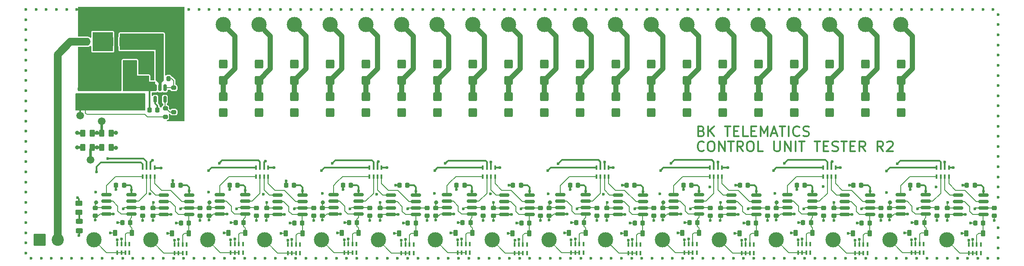
<source format=gbr>
%TF.GenerationSoftware,KiCad,Pcbnew,9.0.3*%
%TF.CreationDate,2025-07-15T10:45:22+03:00*%
%TF.ProjectId,control_unit_tester,636f6e74-726f-46c5-9f75-6e69745f7465,R2*%
%TF.SameCoordinates,Original*%
%TF.FileFunction,Copper,L1,Top*%
%TF.FilePolarity,Positive*%
%FSLAX46Y46*%
G04 Gerber Fmt 4.6, Leading zero omitted, Abs format (unit mm)*
G04 Created by KiCad (PCBNEW 9.0.3) date 2025-07-15 10:45:22*
%MOMM*%
%LPD*%
G01*
G04 APERTURE LIST*
G04 Aperture macros list*
%AMRoundRect*
0 Rectangle with rounded corners*
0 $1 Rounding radius*
0 $2 $3 $4 $5 $6 $7 $8 $9 X,Y pos of 4 corners*
0 Add a 4 corners polygon primitive as box body*
4,1,4,$2,$3,$4,$5,$6,$7,$8,$9,$2,$3,0*
0 Add four circle primitives for the rounded corners*
1,1,$1+$1,$2,$3*
1,1,$1+$1,$4,$5*
1,1,$1+$1,$6,$7*
1,1,$1+$1,$8,$9*
0 Add four rect primitives between the rounded corners*
20,1,$1+$1,$2,$3,$4,$5,0*
20,1,$1+$1,$4,$5,$6,$7,0*
20,1,$1+$1,$6,$7,$8,$9,0*
20,1,$1+$1,$8,$9,$2,$3,0*%
G04 Aperture macros list end*
%ADD10C,0.300000*%
%TA.AperFunction,NonConductor*%
%ADD11C,0.300000*%
%TD*%
%TA.AperFunction,SMDPad,CuDef*%
%ADD12RoundRect,0.225000X0.225000X0.250000X-0.225000X0.250000X-0.225000X-0.250000X0.225000X-0.250000X0*%
%TD*%
%TA.AperFunction,ComponentPad*%
%ADD13C,3.000000*%
%TD*%
%TA.AperFunction,SMDPad,CuDef*%
%ADD14R,4.000000X1.500000*%
%TD*%
%TA.AperFunction,SMDPad,CuDef*%
%ADD15RoundRect,0.225000X-0.250000X0.225000X-0.250000X-0.225000X0.250000X-0.225000X0.250000X0.225000X0*%
%TD*%
%TA.AperFunction,SMDPad,CuDef*%
%ADD16RoundRect,0.200000X0.200000X0.275000X-0.200000X0.275000X-0.200000X-0.275000X0.200000X-0.275000X0*%
%TD*%
%TA.AperFunction,SMDPad,CuDef*%
%ADD17RoundRect,0.225000X0.225000X0.375000X-0.225000X0.375000X-0.225000X-0.375000X0.225000X-0.375000X0*%
%TD*%
%TA.AperFunction,SMDPad,CuDef*%
%ADD18RoundRect,0.150000X-0.825000X-0.150000X0.825000X-0.150000X0.825000X0.150000X-0.825000X0.150000X0*%
%TD*%
%TA.AperFunction,SMDPad,CuDef*%
%ADD19R,0.400000X0.900000*%
%TD*%
%TA.AperFunction,SMDPad,CuDef*%
%ADD20RoundRect,0.250000X-0.262500X-0.450000X0.262500X-0.450000X0.262500X0.450000X-0.262500X0.450000X0*%
%TD*%
%TA.AperFunction,SMDPad,CuDef*%
%ADD21RoundRect,0.150000X0.150000X-0.850000X0.150000X0.850000X-0.150000X0.850000X-0.150000X-0.850000X0*%
%TD*%
%TA.AperFunction,SMDPad,CuDef*%
%ADD22C,1.500000*%
%TD*%
%TA.AperFunction,ComponentPad*%
%ADD23RoundRect,0.250001X-0.949999X-0.949999X0.949999X-0.949999X0.949999X0.949999X-0.949999X0.949999X0*%
%TD*%
%TA.AperFunction,ComponentPad*%
%ADD24C,2.400000*%
%TD*%
%TA.AperFunction,SMDPad,CuDef*%
%ADD25RoundRect,0.200000X-0.275000X0.200000X-0.275000X-0.200000X0.275000X-0.200000X0.275000X0.200000X0*%
%TD*%
%TA.AperFunction,SMDPad,CuDef*%
%ADD26RoundRect,0.150000X0.150000X-0.512500X0.150000X0.512500X-0.150000X0.512500X-0.150000X-0.512500X0*%
%TD*%
%TA.AperFunction,SMDPad,CuDef*%
%ADD27RoundRect,0.250000X1.100000X-0.325000X1.100000X0.325000X-1.100000X0.325000X-1.100000X-0.325000X0*%
%TD*%
%TA.AperFunction,SMDPad,CuDef*%
%ADD28RoundRect,0.225000X0.250000X-0.225000X0.250000X0.225000X-0.250000X0.225000X-0.250000X-0.225000X0*%
%TD*%
%TA.AperFunction,SMDPad,CuDef*%
%ADD29RoundRect,0.200000X0.275000X-0.200000X0.275000X0.200000X-0.275000X0.200000X-0.275000X-0.200000X0*%
%TD*%
%TA.AperFunction,SMDPad,CuDef*%
%ADD30RoundRect,0.250000X0.450000X-0.262500X0.450000X0.262500X-0.450000X0.262500X-0.450000X-0.262500X0*%
%TD*%
%TA.AperFunction,SMDPad,CuDef*%
%ADD31RoundRect,0.250000X0.650000X-1.000000X0.650000X1.000000X-0.650000X1.000000X-0.650000X-1.000000X0*%
%TD*%
%TA.AperFunction,SMDPad,CuDef*%
%ADD32RoundRect,0.250000X0.325000X1.100000X-0.325000X1.100000X-0.325000X-1.100000X0.325000X-1.100000X0*%
%TD*%
%TA.AperFunction,SMDPad,CuDef*%
%ADD33RoundRect,0.250000X-0.950000X-0.500000X0.950000X-0.500000X0.950000X0.500000X-0.950000X0.500000X0*%
%TD*%
%TA.AperFunction,SMDPad,CuDef*%
%ADD34RoundRect,0.250000X-0.275000X-0.500000X0.275000X-0.500000X0.275000X0.500000X-0.275000X0.500000X0*%
%TD*%
%TA.AperFunction,SMDPad,CuDef*%
%ADD35RoundRect,0.250000X0.550000X-1.250000X0.550000X1.250000X-0.550000X1.250000X-0.550000X-1.250000X0*%
%TD*%
%TA.AperFunction,SMDPad,CuDef*%
%ADD36RoundRect,0.243750X0.456250X-0.243750X0.456250X0.243750X-0.456250X0.243750X-0.456250X-0.243750X0*%
%TD*%
%TA.AperFunction,ComponentPad*%
%ADD37RoundRect,0.250000X-0.600000X0.600000X-0.600000X-0.600000X0.600000X-0.600000X0.600000X0.600000X0*%
%TD*%
%TA.AperFunction,ViaPad*%
%ADD38C,0.600000*%
%TD*%
%TA.AperFunction,ViaPad*%
%ADD39C,0.800000*%
%TD*%
%TA.AperFunction,Conductor*%
%ADD40C,0.200000*%
%TD*%
%TA.AperFunction,Conductor*%
%ADD41C,0.300000*%
%TD*%
%TA.AperFunction,Conductor*%
%ADD42C,0.500000*%
%TD*%
%TA.AperFunction,Conductor*%
%ADD43C,1.000000*%
%TD*%
%TA.AperFunction,Conductor*%
%ADD44C,0.600000*%
%TD*%
%TA.AperFunction,Conductor*%
%ADD45C,1.500000*%
%TD*%
G04 APERTURE END LIST*
D10*
D11*
X194191415Y-90774161D02*
X194096177Y-90869400D01*
X194096177Y-90869400D02*
X193810463Y-90964638D01*
X193810463Y-90964638D02*
X193619987Y-90964638D01*
X193619987Y-90964638D02*
X193334272Y-90869400D01*
X193334272Y-90869400D02*
X193143796Y-90678923D01*
X193143796Y-90678923D02*
X193048558Y-90488447D01*
X193048558Y-90488447D02*
X192953320Y-90107495D01*
X192953320Y-90107495D02*
X192953320Y-89821780D01*
X192953320Y-89821780D02*
X193048558Y-89440828D01*
X193048558Y-89440828D02*
X193143796Y-89250352D01*
X193143796Y-89250352D02*
X193334272Y-89059876D01*
X193334272Y-89059876D02*
X193619987Y-88964638D01*
X193619987Y-88964638D02*
X193810463Y-88964638D01*
X193810463Y-88964638D02*
X194096177Y-89059876D01*
X194096177Y-89059876D02*
X194191415Y-89155114D01*
X195429510Y-88964638D02*
X195810463Y-88964638D01*
X195810463Y-88964638D02*
X196000939Y-89059876D01*
X196000939Y-89059876D02*
X196191415Y-89250352D01*
X196191415Y-89250352D02*
X196286653Y-89631304D01*
X196286653Y-89631304D02*
X196286653Y-90297971D01*
X196286653Y-90297971D02*
X196191415Y-90678923D01*
X196191415Y-90678923D02*
X196000939Y-90869400D01*
X196000939Y-90869400D02*
X195810463Y-90964638D01*
X195810463Y-90964638D02*
X195429510Y-90964638D01*
X195429510Y-90964638D02*
X195239034Y-90869400D01*
X195239034Y-90869400D02*
X195048558Y-90678923D01*
X195048558Y-90678923D02*
X194953320Y-90297971D01*
X194953320Y-90297971D02*
X194953320Y-89631304D01*
X194953320Y-89631304D02*
X195048558Y-89250352D01*
X195048558Y-89250352D02*
X195239034Y-89059876D01*
X195239034Y-89059876D02*
X195429510Y-88964638D01*
X197143796Y-90964638D02*
X197143796Y-88964638D01*
X197143796Y-88964638D02*
X198286653Y-90964638D01*
X198286653Y-90964638D02*
X198286653Y-88964638D01*
X198953320Y-88964638D02*
X200096177Y-88964638D01*
X199524748Y-90964638D02*
X199524748Y-88964638D01*
X201905701Y-90964638D02*
X201239034Y-90012257D01*
X200762844Y-90964638D02*
X200762844Y-88964638D01*
X200762844Y-88964638D02*
X201524749Y-88964638D01*
X201524749Y-88964638D02*
X201715225Y-89059876D01*
X201715225Y-89059876D02*
X201810463Y-89155114D01*
X201810463Y-89155114D02*
X201905701Y-89345590D01*
X201905701Y-89345590D02*
X201905701Y-89631304D01*
X201905701Y-89631304D02*
X201810463Y-89821780D01*
X201810463Y-89821780D02*
X201715225Y-89917019D01*
X201715225Y-89917019D02*
X201524749Y-90012257D01*
X201524749Y-90012257D02*
X200762844Y-90012257D01*
X203143796Y-88964638D02*
X203524749Y-88964638D01*
X203524749Y-88964638D02*
X203715225Y-89059876D01*
X203715225Y-89059876D02*
X203905701Y-89250352D01*
X203905701Y-89250352D02*
X204000939Y-89631304D01*
X204000939Y-89631304D02*
X204000939Y-90297971D01*
X204000939Y-90297971D02*
X203905701Y-90678923D01*
X203905701Y-90678923D02*
X203715225Y-90869400D01*
X203715225Y-90869400D02*
X203524749Y-90964638D01*
X203524749Y-90964638D02*
X203143796Y-90964638D01*
X203143796Y-90964638D02*
X202953320Y-90869400D01*
X202953320Y-90869400D02*
X202762844Y-90678923D01*
X202762844Y-90678923D02*
X202667606Y-90297971D01*
X202667606Y-90297971D02*
X202667606Y-89631304D01*
X202667606Y-89631304D02*
X202762844Y-89250352D01*
X202762844Y-89250352D02*
X202953320Y-89059876D01*
X202953320Y-89059876D02*
X203143796Y-88964638D01*
X205810463Y-90964638D02*
X204858082Y-90964638D01*
X204858082Y-90964638D02*
X204858082Y-88964638D01*
X208000940Y-88964638D02*
X208000940Y-90583685D01*
X208000940Y-90583685D02*
X208096178Y-90774161D01*
X208096178Y-90774161D02*
X208191416Y-90869400D01*
X208191416Y-90869400D02*
X208381892Y-90964638D01*
X208381892Y-90964638D02*
X208762845Y-90964638D01*
X208762845Y-90964638D02*
X208953321Y-90869400D01*
X208953321Y-90869400D02*
X209048559Y-90774161D01*
X209048559Y-90774161D02*
X209143797Y-90583685D01*
X209143797Y-90583685D02*
X209143797Y-88964638D01*
X210096178Y-90964638D02*
X210096178Y-88964638D01*
X210096178Y-88964638D02*
X211239035Y-90964638D01*
X211239035Y-90964638D02*
X211239035Y-88964638D01*
X212191416Y-90964638D02*
X212191416Y-88964638D01*
X212858083Y-88964638D02*
X214000940Y-88964638D01*
X213429511Y-90964638D02*
X213429511Y-88964638D01*
X215905703Y-88964638D02*
X217048560Y-88964638D01*
X216477131Y-90964638D02*
X216477131Y-88964638D01*
X217715227Y-89917019D02*
X218381894Y-89917019D01*
X218667608Y-90964638D02*
X217715227Y-90964638D01*
X217715227Y-90964638D02*
X217715227Y-88964638D01*
X217715227Y-88964638D02*
X218667608Y-88964638D01*
X219429513Y-90869400D02*
X219715227Y-90964638D01*
X219715227Y-90964638D02*
X220191418Y-90964638D01*
X220191418Y-90964638D02*
X220381894Y-90869400D01*
X220381894Y-90869400D02*
X220477132Y-90774161D01*
X220477132Y-90774161D02*
X220572370Y-90583685D01*
X220572370Y-90583685D02*
X220572370Y-90393209D01*
X220572370Y-90393209D02*
X220477132Y-90202733D01*
X220477132Y-90202733D02*
X220381894Y-90107495D01*
X220381894Y-90107495D02*
X220191418Y-90012257D01*
X220191418Y-90012257D02*
X219810465Y-89917019D01*
X219810465Y-89917019D02*
X219619989Y-89821780D01*
X219619989Y-89821780D02*
X219524751Y-89726542D01*
X219524751Y-89726542D02*
X219429513Y-89536066D01*
X219429513Y-89536066D02*
X219429513Y-89345590D01*
X219429513Y-89345590D02*
X219524751Y-89155114D01*
X219524751Y-89155114D02*
X219619989Y-89059876D01*
X219619989Y-89059876D02*
X219810465Y-88964638D01*
X219810465Y-88964638D02*
X220286656Y-88964638D01*
X220286656Y-88964638D02*
X220572370Y-89059876D01*
X221143799Y-88964638D02*
X222286656Y-88964638D01*
X221715227Y-90964638D02*
X221715227Y-88964638D01*
X222953323Y-89917019D02*
X223619990Y-89917019D01*
X223905704Y-90964638D02*
X222953323Y-90964638D01*
X222953323Y-90964638D02*
X222953323Y-88964638D01*
X222953323Y-88964638D02*
X223905704Y-88964638D01*
X225905704Y-90964638D02*
X225239037Y-90012257D01*
X224762847Y-90964638D02*
X224762847Y-88964638D01*
X224762847Y-88964638D02*
X225524752Y-88964638D01*
X225524752Y-88964638D02*
X225715228Y-89059876D01*
X225715228Y-89059876D02*
X225810466Y-89155114D01*
X225810466Y-89155114D02*
X225905704Y-89345590D01*
X225905704Y-89345590D02*
X225905704Y-89631304D01*
X225905704Y-89631304D02*
X225810466Y-89821780D01*
X225810466Y-89821780D02*
X225715228Y-89917019D01*
X225715228Y-89917019D02*
X225524752Y-90012257D01*
X225524752Y-90012257D02*
X224762847Y-90012257D01*
X229429514Y-90964638D02*
X228762847Y-90012257D01*
X228286657Y-90964638D02*
X228286657Y-88964638D01*
X228286657Y-88964638D02*
X229048562Y-88964638D01*
X229048562Y-88964638D02*
X229239038Y-89059876D01*
X229239038Y-89059876D02*
X229334276Y-89155114D01*
X229334276Y-89155114D02*
X229429514Y-89345590D01*
X229429514Y-89345590D02*
X229429514Y-89631304D01*
X229429514Y-89631304D02*
X229334276Y-89821780D01*
X229334276Y-89821780D02*
X229239038Y-89917019D01*
X229239038Y-89917019D02*
X229048562Y-90012257D01*
X229048562Y-90012257D02*
X228286657Y-90012257D01*
X230191419Y-89155114D02*
X230286657Y-89059876D01*
X230286657Y-89059876D02*
X230477133Y-88964638D01*
X230477133Y-88964638D02*
X230953324Y-88964638D01*
X230953324Y-88964638D02*
X231143800Y-89059876D01*
X231143800Y-89059876D02*
X231239038Y-89155114D01*
X231239038Y-89155114D02*
X231334276Y-89345590D01*
X231334276Y-89345590D02*
X231334276Y-89536066D01*
X231334276Y-89536066D02*
X231239038Y-89821780D01*
X231239038Y-89821780D02*
X230096181Y-90964638D01*
X230096181Y-90964638D02*
X231334276Y-90964638D01*
D10*
D11*
X193715225Y-86942019D02*
X194000939Y-87037257D01*
X194000939Y-87037257D02*
X194096177Y-87132495D01*
X194096177Y-87132495D02*
X194191415Y-87322971D01*
X194191415Y-87322971D02*
X194191415Y-87608685D01*
X194191415Y-87608685D02*
X194096177Y-87799161D01*
X194096177Y-87799161D02*
X194000939Y-87894400D01*
X194000939Y-87894400D02*
X193810463Y-87989638D01*
X193810463Y-87989638D02*
X193048558Y-87989638D01*
X193048558Y-87989638D02*
X193048558Y-85989638D01*
X193048558Y-85989638D02*
X193715225Y-85989638D01*
X193715225Y-85989638D02*
X193905701Y-86084876D01*
X193905701Y-86084876D02*
X194000939Y-86180114D01*
X194000939Y-86180114D02*
X194096177Y-86370590D01*
X194096177Y-86370590D02*
X194096177Y-86561066D01*
X194096177Y-86561066D02*
X194000939Y-86751542D01*
X194000939Y-86751542D02*
X193905701Y-86846780D01*
X193905701Y-86846780D02*
X193715225Y-86942019D01*
X193715225Y-86942019D02*
X193048558Y-86942019D01*
X195048558Y-87989638D02*
X195048558Y-85989638D01*
X196191415Y-87989638D02*
X195334272Y-86846780D01*
X196191415Y-85989638D02*
X195048558Y-87132495D01*
X198286654Y-85989638D02*
X199429511Y-85989638D01*
X198858082Y-87989638D02*
X198858082Y-85989638D01*
X200096178Y-86942019D02*
X200762845Y-86942019D01*
X201048559Y-87989638D02*
X200096178Y-87989638D01*
X200096178Y-87989638D02*
X200096178Y-85989638D01*
X200096178Y-85989638D02*
X201048559Y-85989638D01*
X202858083Y-87989638D02*
X201905702Y-87989638D01*
X201905702Y-87989638D02*
X201905702Y-85989638D01*
X203524750Y-86942019D02*
X204191417Y-86942019D01*
X204477131Y-87989638D02*
X203524750Y-87989638D01*
X203524750Y-87989638D02*
X203524750Y-85989638D01*
X203524750Y-85989638D02*
X204477131Y-85989638D01*
X205334274Y-87989638D02*
X205334274Y-85989638D01*
X205334274Y-85989638D02*
X206000941Y-87418209D01*
X206000941Y-87418209D02*
X206667607Y-85989638D01*
X206667607Y-85989638D02*
X206667607Y-87989638D01*
X207524750Y-87418209D02*
X208477131Y-87418209D01*
X207334274Y-87989638D02*
X208000940Y-85989638D01*
X208000940Y-85989638D02*
X208667607Y-87989638D01*
X209048560Y-85989638D02*
X210191417Y-85989638D01*
X209619988Y-87989638D02*
X209619988Y-85989638D01*
X210858084Y-87989638D02*
X210858084Y-85989638D01*
X212953322Y-87799161D02*
X212858084Y-87894400D01*
X212858084Y-87894400D02*
X212572370Y-87989638D01*
X212572370Y-87989638D02*
X212381894Y-87989638D01*
X212381894Y-87989638D02*
X212096179Y-87894400D01*
X212096179Y-87894400D02*
X211905703Y-87703923D01*
X211905703Y-87703923D02*
X211810465Y-87513447D01*
X211810465Y-87513447D02*
X211715227Y-87132495D01*
X211715227Y-87132495D02*
X211715227Y-86846780D01*
X211715227Y-86846780D02*
X211810465Y-86465828D01*
X211810465Y-86465828D02*
X211905703Y-86275352D01*
X211905703Y-86275352D02*
X212096179Y-86084876D01*
X212096179Y-86084876D02*
X212381894Y-85989638D01*
X212381894Y-85989638D02*
X212572370Y-85989638D01*
X212572370Y-85989638D02*
X212858084Y-86084876D01*
X212858084Y-86084876D02*
X212953322Y-86180114D01*
X213715227Y-87894400D02*
X214000941Y-87989638D01*
X214000941Y-87989638D02*
X214477132Y-87989638D01*
X214477132Y-87989638D02*
X214667608Y-87894400D01*
X214667608Y-87894400D02*
X214762846Y-87799161D01*
X214762846Y-87799161D02*
X214858084Y-87608685D01*
X214858084Y-87608685D02*
X214858084Y-87418209D01*
X214858084Y-87418209D02*
X214762846Y-87227733D01*
X214762846Y-87227733D02*
X214667608Y-87132495D01*
X214667608Y-87132495D02*
X214477132Y-87037257D01*
X214477132Y-87037257D02*
X214096179Y-86942019D01*
X214096179Y-86942019D02*
X213905703Y-86846780D01*
X213905703Y-86846780D02*
X213810465Y-86751542D01*
X213810465Y-86751542D02*
X213715227Y-86561066D01*
X213715227Y-86561066D02*
X213715227Y-86370590D01*
X213715227Y-86370590D02*
X213810465Y-86180114D01*
X213810465Y-86180114D02*
X213905703Y-86084876D01*
X213905703Y-86084876D02*
X214096179Y-85989638D01*
X214096179Y-85989638D02*
X214572370Y-85989638D01*
X214572370Y-85989638D02*
X214858084Y-86084876D01*
D12*
%TO.P,C68,1*%
%TO.N,Net-(D33-K)*%
X115289286Y-105050000D03*
%TO.P,C68,2*%
%TO.N,GND*%
X113739286Y-105050000D03*
%TD*%
D13*
%TO.P,J7,1,Pin_1*%
%TO.N,/OUT6*%
X134789474Y-65950000D03*
%TD*%
D14*
%TO.P,L2,1*%
%TO.N,/power supply/SW*%
X82408333Y-76975000D03*
%TO.P,L2,2*%
%TO.N,+5V*%
X82408333Y-80575000D03*
%TD*%
D15*
%TO.P,C29,1*%
%TO.N,/VREF_LOW*%
X228960714Y-102125000D03*
%TO.P,C29,2*%
%TO.N,GND*%
X228960714Y-103675000D03*
%TD*%
D13*
%TO.P,J2,1,Pin_1*%
%TO.N,/OUT1*%
X99750000Y-65950000D03*
%TD*%
D16*
%TO.P,R6,1*%
%TO.N,Net-(U17-~{SHDN})*%
X89008333Y-76600000D03*
%TO.P,R6,2*%
%TO.N,/power supply/+VIN_PROTECTED*%
X87358333Y-76600000D03*
%TD*%
D17*
%TO.P,D21,1,K*%
%TO.N,Net-(D21-K)*%
X182182143Y-107125000D03*
%TO.P,D21,2,A*%
%TO.N,GND*%
X178882143Y-107125000D03*
%TD*%
D12*
%TO.P,C16,1*%
%TO.N,+5V*%
X247400000Y-97625000D03*
%TO.P,C16,2*%
%TO.N,GND*%
X245850000Y-97625000D03*
%TD*%
D13*
%TO.P,J22,1,Pin_1*%
%TO.N,/IN1*%
X74375000Y-108425000D03*
%TD*%
D12*
%TO.P,C8,1*%
%TO.N,+5V*%
X180532143Y-97625000D03*
%TO.P,C8,2*%
%TO.N,GND*%
X178982143Y-97625000D03*
%TD*%
D15*
%TO.P,C45,1*%
%TO.N,/VREF_HIGH*%
X208385714Y-102125000D03*
%TO.P,C45,2*%
%TO.N,GND*%
X208385714Y-103675000D03*
%TD*%
D12*
%TO.P,C14,1*%
%TO.N,+5V*%
X225110714Y-97625000D03*
%TO.P,C14,2*%
%TO.N,GND*%
X223560714Y-97625000D03*
%TD*%
D13*
%TO.P,J15,1,Pin_1*%
%TO.N,/OUT14*%
X190852632Y-65950000D03*
%TD*%
%TO.P,J25,1,Pin_1*%
%TO.N,/IN12*%
X107885000Y-108425000D03*
%TD*%
D18*
%TO.P,U10,1*%
%TO.N,Net-(RN15C-R3.1)*%
X199571429Y-99585000D03*
%TO.P,U10,2,-*%
%TO.N,Net-(D27-K)*%
X199571429Y-100855000D03*
%TO.P,U10,3,+*%
%TO.N,/VREF_HIGH*%
X199571429Y-102125000D03*
%TO.P,U10,4,V-*%
%TO.N,GND*%
X199571429Y-103395000D03*
%TO.P,U10,5,+*%
%TO.N,Net-(D27-K)*%
X204521429Y-103395000D03*
%TO.P,U10,6,-*%
%TO.N,/VREF_LOW*%
X204521429Y-102125000D03*
%TO.P,U10,7*%
%TO.N,Net-(RN15D-R4.1)*%
X204521429Y-100855000D03*
%TO.P,U10,8,V+*%
%TO.N,+5V*%
X204521429Y-99585000D03*
%TD*%
D19*
%TO.P,RN6,1,R1.1*%
%TO.N,Net-(RN6A-R1.1)*%
X128478571Y-95900000D03*
%TO.P,RN6,2,R2.1*%
%TO.N,Net-(RN6B-R2.1)*%
X129278571Y-95900000D03*
%TO.P,RN6,3,R3.1*%
%TO.N,Net-(RN6C-R3.1)*%
X130078571Y-95900000D03*
%TO.P,RN6,4,R4.1*%
%TO.N,Net-(RN6D-R4.1)*%
X130878571Y-95900000D03*
%TO.P,RN6,5,R4.2*%
%TO.N,Net-(D13-K)*%
X130878571Y-94200000D03*
%TO.P,RN6,6,R3.2*%
%TO.N,Net-(D12-K)*%
X130078571Y-94200000D03*
%TO.P,RN6,7,R2.2*%
%TO.N,Net-(D11-K)*%
X129278571Y-94200000D03*
%TO.P,RN6,8,R1.2*%
%TO.N,Net-(D10-K)*%
X128478571Y-94200000D03*
%TD*%
D15*
%TO.P,C40,1*%
%TO.N,/VREF_HIGH*%
X119228571Y-102125000D03*
%TO.P,C40,2*%
%TO.N,GND*%
X119228571Y-103675000D03*
%TD*%
D12*
%TO.P,C69,1*%
%TO.N,Net-(D39-K)*%
X226735714Y-105050000D03*
%TO.P,C69,2*%
%TO.N,GND*%
X225185714Y-105050000D03*
%TD*%
D18*
%TO.P,U6,1*%
%TO.N,Net-(RN9C-R3.1)*%
X154992857Y-99585000D03*
%TO.P,U6,2,-*%
%TO.N,Net-(D15-K)*%
X154992857Y-100855000D03*
%TO.P,U6,3,+*%
%TO.N,/VREF_HIGH*%
X154992857Y-102125000D03*
%TO.P,U6,4,V-*%
%TO.N,GND*%
X154992857Y-103395000D03*
%TO.P,U6,5,+*%
%TO.N,Net-(D15-K)*%
X159942857Y-103395000D03*
%TO.P,U6,6,-*%
%TO.N,/VREF_LOW*%
X159942857Y-102125000D03*
%TO.P,U6,7*%
%TO.N,Net-(RN9D-R4.1)*%
X159942857Y-100855000D03*
%TO.P,U6,8,V+*%
%TO.N,+5V*%
X159942857Y-99585000D03*
%TD*%
D15*
%TO.P,C50,1*%
%TO.N,/VREF_LOW*%
X173132143Y-102125000D03*
%TO.P,C50,2*%
%TO.N,GND*%
X173132143Y-103675000D03*
%TD*%
%TO.P,C30,1*%
%TO.N,/VREF_LOW*%
X251250000Y-102125000D03*
%TO.P,C30,2*%
%TO.N,GND*%
X251250000Y-103675000D03*
%TD*%
D12*
%TO.P,C2,1*%
%TO.N,+5V*%
X91375000Y-97625000D03*
%TO.P,C2,2*%
%TO.N,GND*%
X89825000Y-97625000D03*
%TD*%
D15*
%TO.P,C36,1*%
%TO.N,/VREF_HIGH*%
X108289286Y-102125000D03*
%TO.P,C36,2*%
%TO.N,GND*%
X108289286Y-103675000D03*
%TD*%
D17*
%TO.P,D38,1,K*%
%TO.N,Net-(D38-K)*%
X215535714Y-107050000D03*
%TO.P,D38,2,A*%
%TO.N,GND*%
X212235714Y-107050000D03*
%TD*%
D13*
%TO.P,J13,1,Pin_1*%
%TO.N,/OUT12*%
X176836842Y-65950000D03*
%TD*%
D17*
%TO.P,D32,1,K*%
%TO.N,Net-(D32-K)*%
X104089286Y-107050000D03*
%TO.P,D32,2,A*%
%TO.N,GND*%
X100789286Y-107050000D03*
%TD*%
D20*
%TO.P,R3,1*%
%TO.N,+5V*%
X72187500Y-87350000D03*
%TO.P,R3,2*%
%TO.N,/VREF_LOW*%
X74012500Y-87350000D03*
%TD*%
D15*
%TO.P,C37,1*%
%TO.N,/VREF_HIGH*%
X219735714Y-102125000D03*
%TO.P,C37,2*%
%TO.N,GND*%
X219735714Y-103675000D03*
%TD*%
D17*
%TO.P,D20,1,K*%
%TO.N,Net-(D20-K)*%
X170957143Y-107050000D03*
%TO.P,D20,2,A*%
%TO.N,GND*%
X167657143Y-107050000D03*
%TD*%
D15*
%TO.P,C39,1*%
%TO.N,/VREF_HIGH*%
X74650000Y-102125000D03*
%TO.P,C39,2*%
%TO.N,GND*%
X74650000Y-103675000D03*
%TD*%
D19*
%TO.P,RN8,1,R1.1*%
%TO.N,unconnected-(RN8A-R1.1-Pad1)*%
X159442857Y-109300000D03*
%TO.P,RN8,2,R2.1*%
%TO.N,Net-(D15-K)*%
X158642857Y-109300000D03*
%TO.P,RN8,3,R3.1*%
%TO.N,GND*%
X157842857Y-109300000D03*
%TO.P,RN8,4,R4.1*%
%TO.N,+5V*%
X157042857Y-109300000D03*
%TO.P,RN8,5,R4.2*%
%TO.N,/IN6*%
X157042857Y-111000000D03*
%TO.P,RN8,6,R3.2*%
X157842857Y-111000000D03*
%TO.P,RN8,7,R2.2*%
X158642857Y-111000000D03*
%TO.P,RN8,8,R1.2*%
%TO.N,unconnected-(RN8A-R1.2-Pad8)*%
X159442857Y-111000000D03*
%TD*%
D15*
%TO.P,C46,1*%
%TO.N,/VREF_HIGH*%
X230675000Y-102125000D03*
%TO.P,C46,2*%
%TO.N,GND*%
X230675000Y-103675000D03*
%TD*%
D17*
%TO.P,D9,1,K*%
%TO.N,Net-(D9-K)*%
X137603571Y-107125000D03*
%TO.P,D9,2,A*%
%TO.N,GND*%
X134303571Y-107125000D03*
%TD*%
D19*
%TO.P,RN14,1,R1.1*%
%TO.N,unconnected-(RN14A-R1.1-Pad1)*%
X204021429Y-109300000D03*
%TO.P,RN14,2,R2.1*%
%TO.N,Net-(D27-K)*%
X203221429Y-109300000D03*
%TO.P,RN14,3,R3.1*%
%TO.N,GND*%
X202421429Y-109300000D03*
%TO.P,RN14,4,R4.1*%
%TO.N,+5V*%
X201621429Y-109300000D03*
%TO.P,RN14,5,R4.2*%
%TO.N,/IN10*%
X201621429Y-111000000D03*
%TO.P,RN14,6,R3.2*%
X202421429Y-111000000D03*
%TO.P,RN14,7,R2.2*%
X203221429Y-111000000D03*
%TO.P,RN14,8,R1.2*%
%TO.N,unconnected-(RN14A-R1.2-Pad8)*%
X204021429Y-111000000D03*
%TD*%
D12*
%TO.P,C58,1*%
%TO.N,Net-(D20-K)*%
X170632143Y-105000000D03*
%TO.P,C58,2*%
%TO.N,GND*%
X169082143Y-105000000D03*
%TD*%
D17*
%TO.P,D8,1,K*%
%TO.N,Net-(D8-K)*%
X126378571Y-107050000D03*
%TO.P,D8,2,A*%
%TO.N,GND*%
X123078571Y-107050000D03*
%TD*%
D13*
%TO.P,J21,1,Pin_1*%
%TO.N,/OUT20*%
X232900000Y-65950000D03*
%TD*%
D18*
%TO.P,U11,1*%
%TO.N,Net-(RN18A-R1.1)*%
X99114286Y-99495000D03*
%TO.P,U11,2,-*%
%TO.N,Net-(D32-K)*%
X99114286Y-100765000D03*
%TO.P,U11,3,+*%
%TO.N,/VREF_HIGH*%
X99114286Y-102035000D03*
%TO.P,U11,4,V-*%
%TO.N,GND*%
X99114286Y-103305000D03*
%TO.P,U11,5,+*%
%TO.N,Net-(D32-K)*%
X104064286Y-103305000D03*
%TO.P,U11,6,-*%
%TO.N,/VREF_LOW*%
X104064286Y-102035000D03*
%TO.P,U11,7*%
%TO.N,Net-(RN18B-R2.1)*%
X104064286Y-100765000D03*
%TO.P,U11,8,V+*%
%TO.N,+5V*%
X104064286Y-99495000D03*
%TD*%
D12*
%TO.P,C70,1*%
%TO.N,Net-(D45-K)*%
X249025000Y-105050000D03*
%TO.P,C70,2*%
%TO.N,GND*%
X247475000Y-105050000D03*
%TD*%
%TO.P,C65,1*%
%TO.N,Net-(D15-K)*%
X159867857Y-105050000D03*
%TO.P,C65,2*%
%TO.N,GND*%
X158317857Y-105050000D03*
%TD*%
D17*
%TO.P,D45,1,K*%
%TO.N,Net-(D45-K)*%
X249050000Y-107125000D03*
%TO.P,D45,2,A*%
%TO.N,GND*%
X245750000Y-107125000D03*
%TD*%
D20*
%TO.P,R2,1*%
%TO.N,/VREF_HIGH*%
X75887500Y-90200000D03*
%TO.P,R2,2*%
%TO.N,GND*%
X77712500Y-90200000D03*
%TD*%
D21*
%TO.P,L1,1*%
%TO.N,+VIN*%
X77800000Y-69350000D03*
%TO.P,L1,2*%
%TO.N,/power supply/+VIN_PROTECTED*%
X79700000Y-69350000D03*
%TD*%
D22*
%TO.P,TP3,1,1*%
%TO.N,/VREF_LOW*%
X75875000Y-85050000D03*
%TD*%
D15*
%TO.P,C38,1*%
%TO.N,/VREF_HIGH*%
X242025000Y-102125000D03*
%TO.P,C38,2*%
%TO.N,GND*%
X242025000Y-103675000D03*
%TD*%
D18*
%TO.P,U4,1*%
%TO.N,Net-(RN6C-R3.1)*%
X132703571Y-99585000D03*
%TO.P,U4,2,-*%
%TO.N,Net-(D9-K)*%
X132703571Y-100855000D03*
%TO.P,U4,3,+*%
%TO.N,/VREF_HIGH*%
X132703571Y-102125000D03*
%TO.P,U4,4,V-*%
%TO.N,GND*%
X132703571Y-103395000D03*
%TO.P,U4,5,+*%
%TO.N,Net-(D9-K)*%
X137653571Y-103395000D03*
%TO.P,U4,6,-*%
%TO.N,/VREF_LOW*%
X137653571Y-102125000D03*
%TO.P,U4,7*%
%TO.N,Net-(RN6D-R4.1)*%
X137653571Y-100855000D03*
%TO.P,U4,8,V+*%
%TO.N,+5V*%
X137653571Y-99585000D03*
%TD*%
D13*
%TO.P,J12,1,Pin_1*%
%TO.N,/OUT11*%
X169828947Y-65950000D03*
%TD*%
D20*
%TO.P,R1,1*%
%TO.N,+5V*%
X72187500Y-90200000D03*
%TO.P,R1,2*%
%TO.N,/VREF_HIGH*%
X74012500Y-90200000D03*
%TD*%
D19*
%TO.P,RN10,1,R1.1*%
%TO.N,/IN7*%
X168107143Y-110900000D03*
%TO.P,RN10,2,R2.1*%
X168907143Y-110900000D03*
%TO.P,RN10,3,R3.1*%
X169707143Y-110900000D03*
%TO.P,RN10,4,R4.1*%
%TO.N,unconnected-(RN10D-R4.1-Pad4)*%
X170507143Y-110900000D03*
%TO.P,RN10,5,R4.2*%
%TO.N,unconnected-(RN10D-R4.2-Pad5)*%
X170507143Y-109200000D03*
%TO.P,RN10,6,R3.2*%
%TO.N,Net-(D20-K)*%
X169707143Y-109200000D03*
%TO.P,RN10,7,R2.2*%
%TO.N,GND*%
X168907143Y-109200000D03*
%TO.P,RN10,8,R1.2*%
%TO.N,+5V*%
X168107143Y-109200000D03*
%TD*%
%TO.P,RN19,1,R1.1*%
%TO.N,/IN13*%
X212685714Y-110900000D03*
%TO.P,RN19,2,R2.1*%
X213485714Y-110900000D03*
%TO.P,RN19,3,R3.1*%
X214285714Y-110900000D03*
%TO.P,RN19,4,R4.1*%
%TO.N,unconnected-(RN19D-R4.1-Pad4)*%
X215085714Y-110900000D03*
%TO.P,RN19,5,R4.2*%
%TO.N,unconnected-(RN19D-R4.2-Pad5)*%
X215085714Y-109200000D03*
%TO.P,RN19,6,R3.2*%
%TO.N,Net-(D38-K)*%
X214285714Y-109200000D03*
%TO.P,RN19,7,R2.2*%
%TO.N,GND*%
X213485714Y-109200000D03*
%TO.P,RN19,8,R1.2*%
%TO.N,+5V*%
X212685714Y-109200000D03*
%TD*%
D13*
%TO.P,J33,1,Pin_1*%
%TO.N,/IN10*%
X197245000Y-108425000D03*
%TD*%
D15*
%TO.P,C43,1*%
%TO.N,/VREF_HIGH*%
X186096429Y-102125000D03*
%TO.P,C43,2*%
%TO.N,GND*%
X186096429Y-103675000D03*
%TD*%
D13*
%TO.P,J19,1,Pin_1*%
%TO.N,/OUT18*%
X218884211Y-65950000D03*
%TD*%
%TO.P,J27,1,Pin_1*%
%TO.N,/IN4*%
X130225000Y-108425000D03*
%TD*%
%TO.P,J35,1,Pin_1*%
%TO.N,/IN14*%
X219585000Y-108425000D03*
%TD*%
D19*
%TO.P,RN22,1,R1.1*%
%TO.N,/IN15*%
X234975000Y-110900000D03*
%TO.P,RN22,2,R2.1*%
X235775000Y-110900000D03*
%TO.P,RN22,3,R3.1*%
X236575000Y-110900000D03*
%TO.P,RN22,4,R4.1*%
%TO.N,unconnected-(RN22D-R4.1-Pad4)*%
X237375000Y-110900000D03*
%TO.P,RN22,5,R4.2*%
%TO.N,unconnected-(RN22D-R4.2-Pad5)*%
X237375000Y-109200000D03*
%TO.P,RN22,6,R3.2*%
%TO.N,Net-(D44-K)*%
X236575000Y-109200000D03*
%TO.P,RN22,7,R2.2*%
%TO.N,GND*%
X235775000Y-109200000D03*
%TO.P,RN22,8,R1.2*%
%TO.N,+5V*%
X234975000Y-109200000D03*
%TD*%
D13*
%TO.P,J30,1,Pin_1*%
%TO.N,/IN7*%
X163735000Y-108425000D03*
%TD*%
D15*
%TO.P,C44,1*%
%TO.N,/VREF_HIGH*%
X96939286Y-102125000D03*
%TO.P,C44,2*%
%TO.N,GND*%
X96939286Y-103675000D03*
%TD*%
D22*
%TO.P,TP2,1,1*%
%TO.N,/VREF_HIGH*%
X73725000Y-92675000D03*
%TD*%
D23*
%TO.P,J1,1,Pin_1*%
%TO.N,GND*%
X63725000Y-108350000D03*
D24*
%TO.P,J1,2,Pin_2*%
%TO.N,Net-(D52-A)*%
X67225000Y-108350000D03*
%TD*%
D12*
%TO.P,C19,1*%
%TO.N,Net-(U17-CB)*%
X86850000Y-82810000D03*
%TO.P,C19,2*%
%TO.N,/power supply/SW*%
X85300000Y-82810000D03*
%TD*%
D15*
%TO.P,C47,1*%
%TO.N,/VREF_LOW*%
X83975000Y-102125000D03*
%TO.P,C47,2*%
%TO.N,GND*%
X83975000Y-103675000D03*
%TD*%
D13*
%TO.P,J34,1,Pin_1*%
%TO.N,/IN13*%
X208415000Y-108425000D03*
%TD*%
%TO.P,J32,1,Pin_1*%
%TO.N,/IN9*%
X186075000Y-108425000D03*
%TD*%
D19*
%TO.P,RN15,1,R1.1*%
%TO.N,Net-(RN15A-R1.1)*%
X195346429Y-95900000D03*
%TO.P,RN15,2,R2.1*%
%TO.N,Net-(RN15B-R2.1)*%
X196146429Y-95900000D03*
%TO.P,RN15,3,R3.1*%
%TO.N,Net-(RN15C-R3.1)*%
X196946429Y-95900000D03*
%TO.P,RN15,4,R4.1*%
%TO.N,Net-(RN15D-R4.1)*%
X197746429Y-95900000D03*
%TO.P,RN15,5,R4.2*%
%TO.N,Net-(D31-K)*%
X197746429Y-94200000D03*
%TO.P,RN15,6,R3.2*%
%TO.N,Net-(D30-K)*%
X196946429Y-94200000D03*
%TO.P,RN15,7,R2.2*%
%TO.N,Net-(D29-K)*%
X196146429Y-94200000D03*
%TO.P,RN15,8,R1.2*%
%TO.N,Net-(D28-K)*%
X195346429Y-94200000D03*
%TD*%
D15*
%TO.P,C31,1*%
%TO.N,/VREF_HIGH*%
X86000000Y-102125000D03*
%TO.P,C31,2*%
%TO.N,GND*%
X86000000Y-103675000D03*
%TD*%
D13*
%TO.P,J6,1,Pin_1*%
%TO.N,/OUT5*%
X127781579Y-65950000D03*
%TD*%
D17*
%TO.P,D3,1,K*%
%TO.N,Net-(D3-K)*%
X93025000Y-107125000D03*
%TO.P,D3,2,A*%
%TO.N,GND*%
X89725000Y-107125000D03*
%TD*%
D18*
%TO.P,U7,1*%
%TO.N,Net-(RN12A-R1.1)*%
X165982143Y-99495000D03*
%TO.P,U7,2,-*%
%TO.N,Net-(D20-K)*%
X165982143Y-100765000D03*
%TO.P,U7,3,+*%
%TO.N,/VREF_HIGH*%
X165982143Y-102035000D03*
%TO.P,U7,4,V-*%
%TO.N,GND*%
X165982143Y-103305000D03*
%TO.P,U7,5,+*%
%TO.N,Net-(D20-K)*%
X170932143Y-103305000D03*
%TO.P,U7,6,-*%
%TO.N,/VREF_LOW*%
X170932143Y-102035000D03*
%TO.P,U7,7*%
%TO.N,Net-(RN12B-R2.1)*%
X170932143Y-100765000D03*
%TO.P,U7,8,V+*%
%TO.N,+5V*%
X170932143Y-99495000D03*
%TD*%
D25*
%TO.P,R8,1*%
%TO.N,Net-(U17-FB)*%
X88395000Y-82495000D03*
%TO.P,R8,2*%
%TO.N,+5V*%
X88395000Y-84145000D03*
%TD*%
D26*
%TO.P,U17,1,CB*%
%TO.N,Net-(U17-CB)*%
X86408333Y-80725000D03*
%TO.P,U17,2,GND*%
%TO.N,GND*%
X87358333Y-80725000D03*
%TO.P,U17,3,FB*%
%TO.N,Net-(U17-FB)*%
X88308333Y-80725000D03*
%TO.P,U17,4,~{SHDN}*%
%TO.N,Net-(U17-~{SHDN})*%
X88308333Y-78450000D03*
%TO.P,U17,5,VIN*%
%TO.N,/power supply/+VIN_PROTECTED*%
X87358333Y-78450000D03*
%TO.P,U17,6,SW*%
%TO.N,/power supply/SW*%
X86408333Y-78450000D03*
%TD*%
D12*
%TO.P,C66,1*%
%TO.N,Net-(D21-K)*%
X182157143Y-105050000D03*
%TO.P,C66,2*%
%TO.N,GND*%
X180607143Y-105050000D03*
%TD*%
D19*
%TO.P,RN23,1,R1.1*%
%TO.N,unconnected-(RN23A-R1.1-Pad1)*%
X248600000Y-109300000D03*
%TO.P,RN23,2,R2.1*%
%TO.N,Net-(D45-K)*%
X247800000Y-109300000D03*
%TO.P,RN23,3,R3.1*%
%TO.N,GND*%
X247000000Y-109300000D03*
%TO.P,RN23,4,R4.1*%
%TO.N,+5V*%
X246200000Y-109300000D03*
%TO.P,RN23,5,R4.2*%
%TO.N,/IN16*%
X246200000Y-111000000D03*
%TO.P,RN23,6,R3.2*%
X247000000Y-111000000D03*
%TO.P,RN23,7,R2.2*%
X247800000Y-111000000D03*
%TO.P,RN23,8,R1.2*%
%TO.N,unconnected-(RN23A-R1.2-Pad8)*%
X248600000Y-111000000D03*
%TD*%
D18*
%TO.P,U12,1*%
%TO.N,Net-(RN18C-R3.1)*%
X110414286Y-99585000D03*
%TO.P,U12,2,-*%
%TO.N,Net-(D33-K)*%
X110414286Y-100855000D03*
%TO.P,U12,3,+*%
%TO.N,/VREF_HIGH*%
X110414286Y-102125000D03*
%TO.P,U12,4,V-*%
%TO.N,GND*%
X110414286Y-103395000D03*
%TO.P,U12,5,+*%
%TO.N,Net-(D33-K)*%
X115364286Y-103395000D03*
%TO.P,U12,6,-*%
%TO.N,/VREF_LOW*%
X115364286Y-102125000D03*
%TO.P,U12,7*%
%TO.N,Net-(RN18D-R4.1)*%
X115364286Y-100855000D03*
%TO.P,U12,8,V+*%
%TO.N,+5V*%
X115364286Y-99585000D03*
%TD*%
D19*
%TO.P,RN1,1,R1.1*%
%TO.N,/IN1*%
X78950000Y-110900000D03*
%TO.P,RN1,2,R2.1*%
X79750000Y-110900000D03*
%TO.P,RN1,3,R3.1*%
X80550000Y-110900000D03*
%TO.P,RN1,4,R4.1*%
%TO.N,unconnected-(RN1D-R4.1-Pad4)*%
X81350000Y-110900000D03*
%TO.P,RN1,5,R4.2*%
%TO.N,unconnected-(RN1D-R4.2-Pad5)*%
X81350000Y-109200000D03*
%TO.P,RN1,6,R3.2*%
%TO.N,Net-(D2-K)*%
X80550000Y-109200000D03*
%TO.P,RN1,7,R2.2*%
%TO.N,GND*%
X79750000Y-109200000D03*
%TO.P,RN1,8,R1.2*%
%TO.N,+5V*%
X78950000Y-109200000D03*
%TD*%
%TO.P,RN12,1,R1.1*%
%TO.N,Net-(RN12A-R1.1)*%
X173057143Y-95900000D03*
%TO.P,RN12,2,R2.1*%
%TO.N,Net-(RN12B-R2.1)*%
X173857143Y-95900000D03*
%TO.P,RN12,3,R3.1*%
%TO.N,Net-(RN12C-R3.1)*%
X174657143Y-95900000D03*
%TO.P,RN12,4,R4.1*%
%TO.N,Net-(RN12D-R4.1)*%
X175457143Y-95900000D03*
%TO.P,RN12,5,R4.2*%
%TO.N,Net-(D25-K)*%
X175457143Y-94200000D03*
%TO.P,RN12,6,R3.2*%
%TO.N,Net-(D24-K)*%
X174657143Y-94200000D03*
%TO.P,RN12,7,R2.2*%
%TO.N,Net-(D23-K)*%
X173857143Y-94200000D03*
%TO.P,RN12,8,R1.2*%
%TO.N,Net-(D22-K)*%
X173057143Y-94200000D03*
%TD*%
D12*
%TO.P,C1,1*%
%TO.N,+5V*%
X80275000Y-97620000D03*
%TO.P,C1,2*%
%TO.N,GND*%
X78725000Y-97620000D03*
%TD*%
D25*
%TO.P,R9,1*%
%TO.N,GND*%
X90045000Y-81570000D03*
%TO.P,R9,2*%
%TO.N,Net-(U17-FB)*%
X90045000Y-83220000D03*
%TD*%
D15*
%TO.P,C42,1*%
%TO.N,/VREF_HIGH*%
X163807143Y-102125000D03*
%TO.P,C42,2*%
%TO.N,GND*%
X163807143Y-103675000D03*
%TD*%
D13*
%TO.P,J31,1,Pin_1*%
%TO.N,/IN8*%
X174905000Y-108425000D03*
%TD*%
D19*
%TO.P,RN2,1,R1.1*%
%TO.N,unconnected-(RN2A-R1.1-Pad1)*%
X92575000Y-109300000D03*
%TO.P,RN2,2,R2.1*%
%TO.N,Net-(D3-K)*%
X91775000Y-109300000D03*
%TO.P,RN2,3,R3.1*%
%TO.N,GND*%
X90975000Y-109300000D03*
%TO.P,RN2,4,R4.1*%
%TO.N,+5V*%
X90175000Y-109300000D03*
%TO.P,RN2,5,R4.2*%
%TO.N,/IN2*%
X90175000Y-111000000D03*
%TO.P,RN2,6,R3.2*%
X90975000Y-111000000D03*
%TO.P,RN2,7,R2.2*%
X91775000Y-111000000D03*
%TO.P,RN2,8,R1.2*%
%TO.N,unconnected-(RN2A-R1.2-Pad8)*%
X92575000Y-111000000D03*
%TD*%
%TO.P,RN18,1,R1.1*%
%TO.N,Net-(RN18A-R1.1)*%
X106189286Y-95900000D03*
%TO.P,RN18,2,R2.1*%
%TO.N,Net-(RN18B-R2.1)*%
X106989286Y-95900000D03*
%TO.P,RN18,3,R3.1*%
%TO.N,Net-(RN18C-R3.1)*%
X107789286Y-95900000D03*
%TO.P,RN18,4,R4.1*%
%TO.N,Net-(RN18D-R4.1)*%
X108589286Y-95900000D03*
%TO.P,RN18,5,R4.2*%
%TO.N,Net-(D37-K)*%
X108589286Y-94200000D03*
%TO.P,RN18,6,R3.2*%
%TO.N,Net-(D36-K)*%
X107789286Y-94200000D03*
%TO.P,RN18,7,R2.2*%
%TO.N,Net-(D35-K)*%
X106989286Y-94200000D03*
%TO.P,RN18,8,R1.2*%
%TO.N,Net-(D34-K)*%
X106189286Y-94200000D03*
%TD*%
D12*
%TO.P,C5,1*%
%TO.N,+5V*%
X147142857Y-97620000D03*
%TO.P,C5,2*%
%TO.N,GND*%
X145592857Y-97620000D03*
%TD*%
D17*
%TO.P,D2,1,K*%
%TO.N,Net-(D2-K)*%
X81800000Y-107050000D03*
%TO.P,D2,2,A*%
%TO.N,GND*%
X78500000Y-107050000D03*
%TD*%
D19*
%TO.P,RN5,1,R1.1*%
%TO.N,unconnected-(RN5A-R1.1-Pad1)*%
X137153571Y-109300000D03*
%TO.P,RN5,2,R2.1*%
%TO.N,Net-(D9-K)*%
X136353571Y-109300000D03*
%TO.P,RN5,3,R3.1*%
%TO.N,GND*%
X135553571Y-109300000D03*
%TO.P,RN5,4,R4.1*%
%TO.N,+5V*%
X134753571Y-109300000D03*
%TO.P,RN5,5,R4.2*%
%TO.N,/IN4*%
X134753571Y-111000000D03*
%TO.P,RN5,6,R3.2*%
X135553571Y-111000000D03*
%TO.P,RN5,7,R2.2*%
X136353571Y-111000000D03*
%TO.P,RN5,8,R1.2*%
%TO.N,unconnected-(RN5A-R1.2-Pad8)*%
X137153571Y-111000000D03*
%TD*%
D12*
%TO.P,C63,1*%
%TO.N,Net-(D3-K)*%
X93000000Y-105050000D03*
%TO.P,C63,2*%
%TO.N,GND*%
X91450000Y-105050000D03*
%TD*%
D19*
%TO.P,RN16,1,R1.1*%
%TO.N,/IN11*%
X101239286Y-110900000D03*
%TO.P,RN16,2,R2.1*%
X102039286Y-110900000D03*
%TO.P,RN16,3,R3.1*%
X102839286Y-110900000D03*
%TO.P,RN16,4,R4.1*%
%TO.N,unconnected-(RN16D-R4.1-Pad4)*%
X103639286Y-110900000D03*
%TO.P,RN16,5,R4.2*%
%TO.N,unconnected-(RN16D-R4.2-Pad5)*%
X103639286Y-109200000D03*
%TO.P,RN16,6,R3.2*%
%TO.N,Net-(D32-K)*%
X102839286Y-109200000D03*
%TO.P,RN16,7,R2.2*%
%TO.N,GND*%
X102039286Y-109200000D03*
%TO.P,RN16,8,R1.2*%
%TO.N,+5V*%
X101239286Y-109200000D03*
%TD*%
D13*
%TO.P,J18,1,Pin_1*%
%TO.N,/OUT17*%
X211876316Y-65950000D03*
%TD*%
D12*
%TO.P,C4,1*%
%TO.N,+5V*%
X135953571Y-97625000D03*
%TO.P,C4,2*%
%TO.N,GND*%
X134403571Y-97625000D03*
%TD*%
D18*
%TO.P,U5,1*%
%TO.N,Net-(RN9A-R1.1)*%
X143692857Y-99495000D03*
%TO.P,U5,2,-*%
%TO.N,Net-(D14-K)*%
X143692857Y-100765000D03*
%TO.P,U5,3,+*%
%TO.N,/VREF_HIGH*%
X143692857Y-102035000D03*
%TO.P,U5,4,V-*%
%TO.N,GND*%
X143692857Y-103305000D03*
%TO.P,U5,5,+*%
%TO.N,Net-(D14-K)*%
X148642857Y-103305000D03*
%TO.P,U5,6,-*%
%TO.N,/VREF_LOW*%
X148642857Y-102035000D03*
%TO.P,U5,7*%
%TO.N,Net-(RN9B-R2.1)*%
X148642857Y-100765000D03*
%TO.P,U5,8,V+*%
%TO.N,+5V*%
X148642857Y-99495000D03*
%TD*%
D13*
%TO.P,J8,1,Pin_1*%
%TO.N,/OUT7*%
X141797368Y-65950000D03*
%TD*%
%TO.P,J14,1,Pin_1*%
%TO.N,/OUT13*%
X183844737Y-65950000D03*
%TD*%
%TO.P,J17,1,Pin_1*%
%TO.N,/OUT16*%
X204868421Y-65950000D03*
%TD*%
D15*
%TO.P,C53,1*%
%TO.N,/VREF_LOW*%
X217710714Y-102125000D03*
%TO.P,C53,2*%
%TO.N,GND*%
X217710714Y-103675000D03*
%TD*%
%TO.P,C33,1*%
%TO.N,/VREF_HIGH*%
X152867857Y-102125000D03*
%TO.P,C33,2*%
%TO.N,GND*%
X152867857Y-103675000D03*
%TD*%
D19*
%TO.P,RN21,1,R1.1*%
%TO.N,Net-(RN21A-R1.1)*%
X217635714Y-95900000D03*
%TO.P,RN21,2,R2.1*%
%TO.N,Net-(RN21B-R2.1)*%
X218435714Y-95900000D03*
%TO.P,RN21,3,R3.1*%
%TO.N,Net-(RN21C-R3.1)*%
X219235714Y-95900000D03*
%TO.P,RN21,4,R4.1*%
%TO.N,Net-(RN21D-R4.1)*%
X220035714Y-95900000D03*
%TO.P,RN21,5,R4.2*%
%TO.N,Net-(D43-K)*%
X220035714Y-94200000D03*
%TO.P,RN21,6,R3.2*%
%TO.N,Net-(D42-K)*%
X219235714Y-94200000D03*
%TO.P,RN21,7,R2.2*%
%TO.N,Net-(D41-K)*%
X218435714Y-94200000D03*
%TO.P,RN21,8,R1.2*%
%TO.N,Net-(D40-K)*%
X217635714Y-94200000D03*
%TD*%
D12*
%TO.P,C55,1*%
%TO.N,Net-(D2-K)*%
X81475000Y-105000000D03*
%TO.P,C55,2*%
%TO.N,GND*%
X79925000Y-105000000D03*
%TD*%
D27*
%TO.P,C20,1*%
%TO.N,+5V*%
X77685000Y-80615000D03*
%TO.P,C20,2*%
%TO.N,GND*%
X77685000Y-77665000D03*
%TD*%
D19*
%TO.P,RN7,1,R1.1*%
%TO.N,/IN5*%
X145817857Y-110900000D03*
%TO.P,RN7,2,R2.1*%
X146617857Y-110900000D03*
%TO.P,RN7,3,R3.1*%
X147417857Y-110900000D03*
%TO.P,RN7,4,R4.1*%
%TO.N,unconnected-(RN7D-R4.1-Pad4)*%
X148217857Y-110900000D03*
%TO.P,RN7,5,R4.2*%
%TO.N,unconnected-(RN7D-R4.2-Pad5)*%
X148217857Y-109200000D03*
%TO.P,RN7,6,R3.2*%
%TO.N,Net-(D14-K)*%
X147417857Y-109200000D03*
%TO.P,RN7,7,R2.2*%
%TO.N,GND*%
X146617857Y-109200000D03*
%TO.P,RN7,8,R1.2*%
%TO.N,+5V*%
X145817857Y-109200000D03*
%TD*%
D12*
%TO.P,C7,1*%
%TO.N,+5V*%
X169432143Y-97620000D03*
%TO.P,C7,2*%
%TO.N,GND*%
X167882143Y-97620000D03*
%TD*%
D13*
%TO.P,J10,1,Pin_1*%
%TO.N,/OUT9*%
X155813158Y-65950000D03*
%TD*%
D15*
%TO.P,C24,1*%
%TO.N,/VREF_LOW*%
X139803571Y-102125000D03*
%TO.P,C24,2*%
%TO.N,GND*%
X139803571Y-103675000D03*
%TD*%
D17*
%TO.P,D33,1,K*%
%TO.N,Net-(D33-K)*%
X115314286Y-107125000D03*
%TO.P,D33,2,A*%
%TO.N,GND*%
X112014286Y-107125000D03*
%TD*%
D15*
%TO.P,C32,1*%
%TO.N,/VREF_HIGH*%
X130578571Y-102125000D03*
%TO.P,C32,2*%
%TO.N,GND*%
X130578571Y-103675000D03*
%TD*%
D13*
%TO.P,J23,1,Pin_1*%
%TO.N,/IN2*%
X85545000Y-108425000D03*
%TD*%
D28*
%TO.P,C22,1*%
%TO.N,+5V*%
X71675000Y-80250000D03*
%TO.P,C22,2*%
%TO.N,GND*%
X71675000Y-78700000D03*
%TD*%
D17*
%TO.P,D44,1,K*%
%TO.N,Net-(D44-K)*%
X237825000Y-107050000D03*
%TO.P,D44,2,A*%
%TO.N,GND*%
X234525000Y-107050000D03*
%TD*%
D13*
%TO.P,J28,1,Pin_1*%
%TO.N,/IN5*%
X141395000Y-108425000D03*
%TD*%
D12*
%TO.P,C67,1*%
%TO.N,Net-(D27-K)*%
X204446429Y-105050000D03*
%TO.P,C67,2*%
%TO.N,GND*%
X202896429Y-105050000D03*
%TD*%
D19*
%TO.P,RN24,1,R1.1*%
%TO.N,Net-(RN24A-R1.1)*%
X239925000Y-95900000D03*
%TO.P,RN24,2,R2.1*%
%TO.N,Net-(RN24B-R2.1)*%
X240725000Y-95900000D03*
%TO.P,RN24,3,R3.1*%
%TO.N,Net-(RN24C-R3.1)*%
X241525000Y-95900000D03*
%TO.P,RN24,4,R4.1*%
%TO.N,Net-(RN24D-R4.1)*%
X242325000Y-95900000D03*
%TO.P,RN24,5,R4.2*%
%TO.N,Net-(D49-K)*%
X242325000Y-94200000D03*
%TO.P,RN24,6,R3.2*%
%TO.N,Net-(D48-K)*%
X241525000Y-94200000D03*
%TO.P,RN24,7,R2.2*%
%TO.N,Net-(D47-K)*%
X240725000Y-94200000D03*
%TO.P,RN24,8,R1.2*%
%TO.N,Net-(D46-K)*%
X239925000Y-94200000D03*
%TD*%
D17*
%TO.P,D26,1,K*%
%TO.N,Net-(D26-K)*%
X193246429Y-107050000D03*
%TO.P,D26,2,A*%
%TO.N,GND*%
X189946429Y-107050000D03*
%TD*%
D12*
%TO.P,C10,1*%
%TO.N,+5V*%
X202821429Y-97625000D03*
%TO.P,C10,2*%
%TO.N,GND*%
X201271429Y-97625000D03*
%TD*%
%TO.P,C15,1*%
%TO.N,+5V*%
X236300000Y-97620000D03*
%TO.P,C15,2*%
%TO.N,GND*%
X234750000Y-97620000D03*
%TD*%
D15*
%TO.P,C41,1*%
%TO.N,/VREF_HIGH*%
X141517857Y-102125000D03*
%TO.P,C41,2*%
%TO.N,GND*%
X141517857Y-103675000D03*
%TD*%
%TO.P,C35,1*%
%TO.N,/VREF_HIGH*%
X197446429Y-102125000D03*
%TO.P,C35,2*%
%TO.N,GND*%
X197446429Y-103675000D03*
%TD*%
D29*
%TO.P,R7,1*%
%TO.N,GND*%
X90058333Y-80100000D03*
%TO.P,R7,2*%
%TO.N,Net-(U17-~{SHDN})*%
X90058333Y-78450000D03*
%TD*%
D15*
%TO.P,C54,1*%
%TO.N,/VREF_LOW*%
X240000000Y-102125000D03*
%TO.P,C54,2*%
%TO.N,GND*%
X240000000Y-103675000D03*
%TD*%
%TO.P,C52,1*%
%TO.N,/VREF_LOW*%
X106264286Y-102125000D03*
%TO.P,C52,2*%
%TO.N,GND*%
X106264286Y-103675000D03*
%TD*%
D13*
%TO.P,J4,1,Pin_1*%
%TO.N,/OUT3*%
X113765789Y-65950000D03*
%TD*%
D19*
%TO.P,RN20,1,R1.1*%
%TO.N,unconnected-(RN20A-R1.1-Pad1)*%
X226310714Y-109300000D03*
%TO.P,RN20,2,R2.1*%
%TO.N,Net-(D39-K)*%
X225510714Y-109300000D03*
%TO.P,RN20,3,R3.1*%
%TO.N,GND*%
X224710714Y-109300000D03*
%TO.P,RN20,4,R4.1*%
%TO.N,+5V*%
X223910714Y-109300000D03*
%TO.P,RN20,5,R4.2*%
%TO.N,/IN14*%
X223910714Y-111000000D03*
%TO.P,RN20,6,R3.2*%
X224710714Y-111000000D03*
%TO.P,RN20,7,R2.2*%
X225510714Y-111000000D03*
%TO.P,RN20,8,R1.2*%
%TO.N,unconnected-(RN20A-R1.2-Pad8)*%
X226310714Y-111000000D03*
%TD*%
D13*
%TO.P,J29,1,Pin_1*%
%TO.N,/IN6*%
X152565000Y-108425000D03*
%TD*%
D18*
%TO.P,U13,1*%
%TO.N,Net-(RN21A-R1.1)*%
X210560714Y-99495000D03*
%TO.P,U13,2,-*%
%TO.N,Net-(D38-K)*%
X210560714Y-100765000D03*
%TO.P,U13,3,+*%
%TO.N,/VREF_HIGH*%
X210560714Y-102035000D03*
%TO.P,U13,4,V-*%
%TO.N,GND*%
X210560714Y-103305000D03*
%TO.P,U13,5,+*%
%TO.N,Net-(D38-K)*%
X215510714Y-103305000D03*
%TO.P,U13,6,-*%
%TO.N,/VREF_LOW*%
X215510714Y-102035000D03*
%TO.P,U13,7*%
%TO.N,Net-(RN21B-R2.1)*%
X215510714Y-100765000D03*
%TO.P,U13,8,V+*%
%TO.N,+5V*%
X215510714Y-99495000D03*
%TD*%
D30*
%TO.P,R5,1*%
%TO.N,Net-(D1-A)*%
X71405000Y-103000000D03*
%TO.P,R5,2*%
%TO.N,+5V*%
X71405000Y-101175000D03*
%TD*%
D18*
%TO.P,U16,1*%
%TO.N,Net-(RN24C-R3.1)*%
X244150000Y-99585000D03*
%TO.P,U16,2,-*%
%TO.N,Net-(D45-K)*%
X244150000Y-100855000D03*
%TO.P,U16,3,+*%
%TO.N,/VREF_HIGH*%
X244150000Y-102125000D03*
%TO.P,U16,4,V-*%
%TO.N,GND*%
X244150000Y-103395000D03*
%TO.P,U16,5,+*%
%TO.N,Net-(D45-K)*%
X249100000Y-103395000D03*
%TO.P,U16,6,-*%
%TO.N,/VREF_LOW*%
X249100000Y-102125000D03*
%TO.P,U16,7*%
%TO.N,Net-(RN24D-R4.1)*%
X249100000Y-100855000D03*
%TO.P,U16,8,V+*%
%TO.N,+5V*%
X249100000Y-99585000D03*
%TD*%
D22*
%TO.P,TP1,1,1*%
%TO.N,+5V*%
X71650000Y-83875000D03*
%TD*%
D13*
%TO.P,J36,1,Pin_1*%
%TO.N,/IN15*%
X230755000Y-108425000D03*
%TD*%
D19*
%TO.P,RN3,1,R1.1*%
%TO.N,Net-(RN3A-R1.1)*%
X83900000Y-95900000D03*
%TO.P,RN3,2,R2.1*%
%TO.N,Net-(RN3B-R2.1)*%
X84700000Y-95900000D03*
%TO.P,RN3,3,R3.1*%
%TO.N,Net-(RN3C-R3.1)*%
X85500000Y-95900000D03*
%TO.P,RN3,4,R4.1*%
%TO.N,Net-(RN3D-R4.1)*%
X86300000Y-95900000D03*
%TO.P,RN3,5,R4.2*%
%TO.N,Net-(D7-K)*%
X86300000Y-94200000D03*
%TO.P,RN3,6,R3.2*%
%TO.N,Net-(D6-K)*%
X85500000Y-94200000D03*
%TO.P,RN3,7,R2.2*%
%TO.N,Net-(D5-K)*%
X84700000Y-94200000D03*
%TO.P,RN3,8,R1.2*%
%TO.N,Net-(D4-K)*%
X83900000Y-94200000D03*
%TD*%
D20*
%TO.P,R4,1*%
%TO.N,/VREF_LOW*%
X75887500Y-87350000D03*
%TO.P,R4,2*%
%TO.N,GND*%
X77712500Y-87350000D03*
%TD*%
D31*
%TO.P,D50,1,K*%
%TO.N,/power supply/+VIN_PROTECTED*%
X82445000Y-69097500D03*
%TO.P,D50,2,A*%
%TO.N,GND*%
X82445000Y-65097500D03*
%TD*%
D32*
%TO.P,C18,1*%
%TO.N,/power supply/+VIN_PROTECTED*%
X87383333Y-74075000D03*
%TO.P,C18,2*%
%TO.N,GND*%
X84433333Y-74075000D03*
%TD*%
D13*
%TO.P,J5,1,Pin_1*%
%TO.N,/OUT4*%
X120773684Y-65950000D03*
%TD*%
%TO.P,J9,1,Pin_1*%
%TO.N,/OUT8*%
X148805263Y-65950000D03*
%TD*%
D12*
%TO.P,C9,1*%
%TO.N,+5V*%
X191721429Y-97620000D03*
%TO.P,C9,2*%
%TO.N,GND*%
X190171429Y-97620000D03*
%TD*%
D19*
%TO.P,RN4,1,R1.1*%
%TO.N,/IN3*%
X123528571Y-110900000D03*
%TO.P,RN4,2,R2.1*%
X124328571Y-110900000D03*
%TO.P,RN4,3,R3.1*%
X125128571Y-110900000D03*
%TO.P,RN4,4,R4.1*%
%TO.N,unconnected-(RN4D-R4.1-Pad4)*%
X125928571Y-110900000D03*
%TO.P,RN4,5,R4.2*%
%TO.N,unconnected-(RN4D-R4.2-Pad5)*%
X125928571Y-109200000D03*
%TO.P,RN4,6,R3.2*%
%TO.N,Net-(D8-K)*%
X125128571Y-109200000D03*
%TO.P,RN4,7,R2.2*%
%TO.N,GND*%
X124328571Y-109200000D03*
%TO.P,RN4,8,R1.2*%
%TO.N,+5V*%
X123528571Y-109200000D03*
%TD*%
D18*
%TO.P,U14,1*%
%TO.N,Net-(RN21C-R3.1)*%
X221860714Y-99585000D03*
%TO.P,U14,2,-*%
%TO.N,Net-(D39-K)*%
X221860714Y-100855000D03*
%TO.P,U14,3,+*%
%TO.N,/VREF_HIGH*%
X221860714Y-102125000D03*
%TO.P,U14,4,V-*%
%TO.N,GND*%
X221860714Y-103395000D03*
%TO.P,U14,5,+*%
%TO.N,Net-(D39-K)*%
X226810714Y-103395000D03*
%TO.P,U14,6,-*%
%TO.N,/VREF_LOW*%
X226810714Y-102125000D03*
%TO.P,U14,7*%
%TO.N,Net-(RN21D-R4.1)*%
X226810714Y-100855000D03*
%TO.P,U14,8,V+*%
%TO.N,+5V*%
X226810714Y-99585000D03*
%TD*%
D12*
%TO.P,C62,1*%
%TO.N,Net-(D44-K)*%
X237500000Y-105000000D03*
%TO.P,C62,2*%
%TO.N,GND*%
X235950000Y-105000000D03*
%TD*%
D19*
%TO.P,RN17,1,R1.1*%
%TO.N,unconnected-(RN17A-R1.1-Pad1)*%
X114864286Y-109300000D03*
%TO.P,RN17,2,R2.1*%
%TO.N,Net-(D33-K)*%
X114064286Y-109300000D03*
%TO.P,RN17,3,R3.1*%
%TO.N,GND*%
X113264286Y-109300000D03*
%TO.P,RN17,4,R4.1*%
%TO.N,+5V*%
X112464286Y-109300000D03*
%TO.P,RN17,5,R4.2*%
%TO.N,/IN12*%
X112464286Y-111000000D03*
%TO.P,RN17,6,R3.2*%
X113264286Y-111000000D03*
%TO.P,RN17,7,R2.2*%
X114064286Y-111000000D03*
%TO.P,RN17,8,R1.2*%
%TO.N,unconnected-(RN17A-R1.2-Pad8)*%
X114864286Y-111000000D03*
%TD*%
D12*
%TO.P,C64,1*%
%TO.N,Net-(D9-K)*%
X137578571Y-105050000D03*
%TO.P,C64,2*%
%TO.N,GND*%
X136028571Y-105050000D03*
%TD*%
D13*
%TO.P,J16,1,Pin_1*%
%TO.N,/OUT15*%
X197860526Y-65950000D03*
%TD*%
%TO.P,J24,1,Pin_1*%
%TO.N,/IN11*%
X96715000Y-108425000D03*
%TD*%
D12*
%TO.P,C61,1*%
%TO.N,Net-(D38-K)*%
X215210714Y-105000000D03*
%TO.P,C61,2*%
%TO.N,GND*%
X213660714Y-105000000D03*
%TD*%
D13*
%TO.P,J3,1,Pin_1*%
%TO.N,/OUT2*%
X106757895Y-65950000D03*
%TD*%
D15*
%TO.P,C28,1*%
%TO.N,/VREF_LOW*%
X117514286Y-102125000D03*
%TO.P,C28,2*%
%TO.N,GND*%
X117514286Y-103675000D03*
%TD*%
D18*
%TO.P,U15,1*%
%TO.N,Net-(RN24A-R1.1)*%
X232850000Y-99495000D03*
%TO.P,U15,2,-*%
%TO.N,Net-(D44-K)*%
X232850000Y-100765000D03*
%TO.P,U15,3,+*%
%TO.N,/VREF_HIGH*%
X232850000Y-102035000D03*
%TO.P,U15,4,V-*%
%TO.N,GND*%
X232850000Y-103305000D03*
%TO.P,U15,5,+*%
%TO.N,Net-(D44-K)*%
X237800000Y-103305000D03*
%TO.P,U15,6,-*%
%TO.N,/VREF_LOW*%
X237800000Y-102035000D03*
%TO.P,U15,7*%
%TO.N,Net-(RN24B-R2.1)*%
X237800000Y-100765000D03*
%TO.P,U15,8,V+*%
%TO.N,+5V*%
X237800000Y-99495000D03*
%TD*%
D17*
%TO.P,D15,1,K*%
%TO.N,Net-(D15-K)*%
X159892857Y-107125000D03*
%TO.P,D15,2,A*%
%TO.N,GND*%
X156592857Y-107125000D03*
%TD*%
D18*
%TO.P,U9,1*%
%TO.N,Net-(RN15A-R1.1)*%
X188271429Y-99495000D03*
%TO.P,U9,2,-*%
%TO.N,Net-(D26-K)*%
X188271429Y-100765000D03*
%TO.P,U9,3,+*%
%TO.N,/VREF_HIGH*%
X188271429Y-102035000D03*
%TO.P,U9,4,V-*%
%TO.N,GND*%
X188271429Y-103305000D03*
%TO.P,U9,5,+*%
%TO.N,Net-(D26-K)*%
X193221429Y-103305000D03*
%TO.P,U9,6,-*%
%TO.N,/VREF_LOW*%
X193221429Y-102035000D03*
%TO.P,U9,7*%
%TO.N,Net-(RN15B-R2.1)*%
X193221429Y-100765000D03*
%TO.P,U9,8,V+*%
%TO.N,+5V*%
X193221429Y-99495000D03*
%TD*%
D15*
%TO.P,C23,1*%
%TO.N,/VREF_LOW*%
X95225000Y-102125000D03*
%TO.P,C23,2*%
%TO.N,GND*%
X95225000Y-103675000D03*
%TD*%
D12*
%TO.P,C13,1*%
%TO.N,+5V*%
X214010714Y-97620000D03*
%TO.P,C13,2*%
%TO.N,GND*%
X212460714Y-97620000D03*
%TD*%
%TO.P,C11,1*%
%TO.N,+5V*%
X102564286Y-97620000D03*
%TO.P,C11,2*%
%TO.N,GND*%
X101014286Y-97620000D03*
%TD*%
%TO.P,C59,1*%
%TO.N,Net-(D26-K)*%
X192921429Y-105000000D03*
%TO.P,C59,2*%
%TO.N,GND*%
X191371429Y-105000000D03*
%TD*%
D17*
%TO.P,D39,1,K*%
%TO.N,Net-(D39-K)*%
X226760714Y-107125000D03*
%TO.P,D39,2,A*%
%TO.N,GND*%
X223460714Y-107125000D03*
%TD*%
D12*
%TO.P,C12,1*%
%TO.N,+5V*%
X113664286Y-97625000D03*
%TO.P,C12,2*%
%TO.N,GND*%
X112114286Y-97625000D03*
%TD*%
D13*
%TO.P,J20,1,Pin_1*%
%TO.N,/OUT19*%
X225892105Y-65950000D03*
%TD*%
D15*
%TO.P,C48,1*%
%TO.N,/VREF_LOW*%
X128553571Y-102125000D03*
%TO.P,C48,2*%
%TO.N,GND*%
X128553571Y-103675000D03*
%TD*%
D13*
%TO.P,J37,1,Pin_1*%
%TO.N,/IN16*%
X241925000Y-108425000D03*
%TD*%
D15*
%TO.P,C27,1*%
%TO.N,/VREF_LOW*%
X206671429Y-102125000D03*
%TO.P,C27,2*%
%TO.N,GND*%
X206671429Y-103675000D03*
%TD*%
D19*
%TO.P,RN11,1,R1.1*%
%TO.N,unconnected-(RN11A-R1.1-Pad1)*%
X181732143Y-109300000D03*
%TO.P,RN11,2,R2.1*%
%TO.N,Net-(D21-K)*%
X180932143Y-109300000D03*
%TO.P,RN11,3,R3.1*%
%TO.N,GND*%
X180132143Y-109300000D03*
%TO.P,RN11,4,R4.1*%
%TO.N,+5V*%
X179332143Y-109300000D03*
%TO.P,RN11,5,R4.2*%
%TO.N,/IN8*%
X179332143Y-111000000D03*
%TO.P,RN11,6,R3.2*%
X180132143Y-111000000D03*
%TO.P,RN11,7,R2.2*%
X180932143Y-111000000D03*
%TO.P,RN11,8,R1.2*%
%TO.N,unconnected-(RN11A-R1.2-Pad8)*%
X181732143Y-111000000D03*
%TD*%
D33*
%TO.P,D51,1,K*%
%TO.N,/power supply/SW*%
X81220000Y-74295000D03*
D34*
%TO.P,D51,2,A*%
%TO.N,GND*%
X78845000Y-74295000D03*
%TD*%
D33*
%TO.P,D52,1,K*%
%TO.N,+VIN*%
X75325000Y-69375000D03*
D34*
%TO.P,D52,2,A*%
%TO.N,Net-(D52-A)*%
X72950000Y-69375000D03*
%TD*%
D15*
%TO.P,C51,1*%
%TO.N,/VREF_LOW*%
X195421429Y-102125000D03*
%TO.P,C51,2*%
%TO.N,GND*%
X195421429Y-103675000D03*
%TD*%
D19*
%TO.P,RN13,1,R1.1*%
%TO.N,/IN9*%
X190396429Y-110900000D03*
%TO.P,RN13,2,R2.1*%
X191196429Y-110900000D03*
%TO.P,RN13,3,R3.1*%
X191996429Y-110900000D03*
%TO.P,RN13,4,R4.1*%
%TO.N,unconnected-(RN13D-R4.1-Pad4)*%
X192796429Y-110900000D03*
%TO.P,RN13,5,R4.2*%
%TO.N,unconnected-(RN13D-R4.2-Pad5)*%
X192796429Y-109200000D03*
%TO.P,RN13,6,R3.2*%
%TO.N,Net-(D26-K)*%
X191996429Y-109200000D03*
%TO.P,RN13,7,R2.2*%
%TO.N,GND*%
X191196429Y-109200000D03*
%TO.P,RN13,8,R1.2*%
%TO.N,+5V*%
X190396429Y-109200000D03*
%TD*%
D18*
%TO.P,U8,1*%
%TO.N,Net-(RN12C-R3.1)*%
X177282143Y-99585000D03*
%TO.P,U8,2,-*%
%TO.N,Net-(D21-K)*%
X177282143Y-100855000D03*
%TO.P,U8,3,+*%
%TO.N,/VREF_HIGH*%
X177282143Y-102125000D03*
%TO.P,U8,4,V-*%
%TO.N,GND*%
X177282143Y-103395000D03*
%TO.P,U8,5,+*%
%TO.N,Net-(D21-K)*%
X182232143Y-103395000D03*
%TO.P,U8,6,-*%
%TO.N,/VREF_LOW*%
X182232143Y-102125000D03*
%TO.P,U8,7*%
%TO.N,Net-(RN12D-R4.1)*%
X182232143Y-100855000D03*
%TO.P,U8,8,V+*%
%TO.N,+5V*%
X182232143Y-99585000D03*
%TD*%
D13*
%TO.P,J26,1,Pin_1*%
%TO.N,/IN3*%
X119055000Y-108425000D03*
%TD*%
D12*
%TO.P,C3,1*%
%TO.N,+5V*%
X124853571Y-97620000D03*
%TO.P,C3,2*%
%TO.N,GND*%
X123303571Y-97620000D03*
%TD*%
D15*
%TO.P,C34,1*%
%TO.N,/VREF_HIGH*%
X175157143Y-102125000D03*
%TO.P,C34,2*%
%TO.N,GND*%
X175157143Y-103675000D03*
%TD*%
D12*
%TO.P,C6,1*%
%TO.N,+5V*%
X158242857Y-97625000D03*
%TO.P,C6,2*%
%TO.N,GND*%
X156692857Y-97625000D03*
%TD*%
D17*
%TO.P,D14,1,K*%
%TO.N,Net-(D14-K)*%
X148667857Y-107050000D03*
%TO.P,D14,2,A*%
%TO.N,GND*%
X145367857Y-107050000D03*
%TD*%
D18*
%TO.P,U2,1*%
%TO.N,Net-(RN3C-R3.1)*%
X88125000Y-99585000D03*
%TO.P,U2,2,-*%
%TO.N,Net-(D3-K)*%
X88125000Y-100855000D03*
%TO.P,U2,3,+*%
%TO.N,/VREF_HIGH*%
X88125000Y-102125000D03*
%TO.P,U2,4,V-*%
%TO.N,GND*%
X88125000Y-103395000D03*
%TO.P,U2,5,+*%
%TO.N,Net-(D3-K)*%
X93075000Y-103395000D03*
%TO.P,U2,6,-*%
%TO.N,/VREF_LOW*%
X93075000Y-102125000D03*
%TO.P,U2,7*%
%TO.N,Net-(RN3D-R4.1)*%
X93075000Y-100855000D03*
%TO.P,U2,8,V+*%
%TO.N,+5V*%
X93075000Y-99585000D03*
%TD*%
%TO.P,U1,1*%
%TO.N,Net-(RN3A-R1.1)*%
X76825000Y-99495000D03*
%TO.P,U1,2,-*%
%TO.N,Net-(D2-K)*%
X76825000Y-100765000D03*
%TO.P,U1,3,+*%
%TO.N,/VREF_HIGH*%
X76825000Y-102035000D03*
%TO.P,U1,4,V-*%
%TO.N,GND*%
X76825000Y-103305000D03*
%TO.P,U1,5,+*%
%TO.N,Net-(D2-K)*%
X81775000Y-103305000D03*
%TO.P,U1,6,-*%
%TO.N,/VREF_LOW*%
X81775000Y-102035000D03*
%TO.P,U1,7*%
%TO.N,Net-(RN3B-R2.1)*%
X81775000Y-100765000D03*
%TO.P,U1,8,V+*%
%TO.N,+5V*%
X81775000Y-99495000D03*
%TD*%
D17*
%TO.P,D27,1,K*%
%TO.N,Net-(D27-K)*%
X204471429Y-107125000D03*
%TO.P,D27,2,A*%
%TO.N,GND*%
X201171429Y-107125000D03*
%TD*%
D15*
%TO.P,C25,1*%
%TO.N,/VREF_LOW*%
X162092857Y-102125000D03*
%TO.P,C25,2*%
%TO.N,GND*%
X162092857Y-103675000D03*
%TD*%
D35*
%TO.P,C17,1*%
%TO.N,/power supply/+VIN_PROTECTED*%
X87270000Y-69645000D03*
%TO.P,C17,2*%
%TO.N,GND*%
X87270000Y-65245000D03*
%TD*%
D12*
%TO.P,C57,1*%
%TO.N,Net-(D14-K)*%
X148342857Y-105000000D03*
%TO.P,C57,2*%
%TO.N,GND*%
X146792857Y-105000000D03*
%TD*%
D18*
%TO.P,U3,1*%
%TO.N,Net-(RN6A-R1.1)*%
X121403571Y-99495000D03*
%TO.P,U3,2,-*%
%TO.N,Net-(D8-K)*%
X121403571Y-100765000D03*
%TO.P,U3,3,+*%
%TO.N,/VREF_HIGH*%
X121403571Y-102035000D03*
%TO.P,U3,4,V-*%
%TO.N,GND*%
X121403571Y-103305000D03*
%TO.P,U3,5,+*%
%TO.N,Net-(D8-K)*%
X126353571Y-103305000D03*
%TO.P,U3,6,-*%
%TO.N,/VREF_LOW*%
X126353571Y-102035000D03*
%TO.P,U3,7*%
%TO.N,Net-(RN6B-R2.1)*%
X126353571Y-100765000D03*
%TO.P,U3,8,V+*%
%TO.N,+5V*%
X126353571Y-99495000D03*
%TD*%
D36*
%TO.P,D1,1,K*%
%TO.N,GND*%
X71450000Y-106600000D03*
%TO.P,D1,2,A*%
%TO.N,Net-(D1-A)*%
X71450000Y-104725000D03*
%TD*%
D15*
%TO.P,C49,1*%
%TO.N,/VREF_LOW*%
X150842857Y-102125000D03*
%TO.P,C49,2*%
%TO.N,GND*%
X150842857Y-103675000D03*
%TD*%
%TO.P,C26,1*%
%TO.N,/VREF_LOW*%
X184382143Y-102125000D03*
%TO.P,C26,2*%
%TO.N,GND*%
X184382143Y-103675000D03*
%TD*%
D12*
%TO.P,C56,1*%
%TO.N,Net-(D8-K)*%
X126053571Y-105000000D03*
%TO.P,C56,2*%
%TO.N,GND*%
X124503571Y-105000000D03*
%TD*%
D27*
%TO.P,C21,1*%
%TO.N,+5V*%
X74285000Y-80615000D03*
%TO.P,C21,2*%
%TO.N,GND*%
X74285000Y-77665000D03*
%TD*%
D19*
%TO.P,RN9,1,R1.1*%
%TO.N,Net-(RN9A-R1.1)*%
X150767857Y-95900000D03*
%TO.P,RN9,2,R2.1*%
%TO.N,Net-(RN9B-R2.1)*%
X151567857Y-95900000D03*
%TO.P,RN9,3,R3.1*%
%TO.N,Net-(RN9C-R3.1)*%
X152367857Y-95900000D03*
%TO.P,RN9,4,R4.1*%
%TO.N,Net-(RN9D-R4.1)*%
X153167857Y-95900000D03*
%TO.P,RN9,5,R4.2*%
%TO.N,Net-(D19-K)*%
X153167857Y-94200000D03*
%TO.P,RN9,6,R3.2*%
%TO.N,Net-(D18-K)*%
X152367857Y-94200000D03*
%TO.P,RN9,7,R2.2*%
%TO.N,Net-(D17-K)*%
X151567857Y-94200000D03*
%TO.P,RN9,8,R1.2*%
%TO.N,Net-(D16-K)*%
X150767857Y-94200000D03*
%TD*%
D12*
%TO.P,C60,1*%
%TO.N,Net-(D32-K)*%
X103764286Y-105000000D03*
%TO.P,C60,2*%
%TO.N,GND*%
X102214286Y-105000000D03*
%TD*%
D13*
%TO.P,J11,1,Pin_1*%
%TO.N,/OUT10*%
X162821053Y-65950000D03*
%TD*%
D37*
%TO.P,SW7,1,1*%
%TO.N,+VIN*%
X141813158Y-73750000D03*
%TO.P,SW7,2,2*%
%TO.N,/OUT7*%
X141813158Y-76950000D03*
%TO.P,SW7,3,3*%
X141813158Y-80150000D03*
%TO.P,SW7,4,4*%
%TO.N,GND*%
X141813158Y-83350000D03*
%TD*%
%TO.P,SW15,1,1*%
%TO.N,+VIN*%
X197897368Y-73750000D03*
%TO.P,SW15,2,2*%
%TO.N,/OUT15*%
X197897368Y-76950000D03*
%TO.P,SW15,3,3*%
X197897368Y-80150000D03*
%TO.P,SW15,4,4*%
%TO.N,GND*%
X197897368Y-83350000D03*
%TD*%
%TO.P,SW20,1,1*%
%TO.N,+VIN*%
X232950000Y-73750000D03*
%TO.P,SW20,2,2*%
%TO.N,/OUT20*%
X232950000Y-76950000D03*
%TO.P,SW20,3,3*%
X232950000Y-80150000D03*
%TO.P,SW20,4,4*%
%TO.N,GND*%
X232950000Y-83350000D03*
%TD*%
%TO.P,SW13,1,1*%
%TO.N,+VIN*%
X183876316Y-73750000D03*
%TO.P,SW13,2,2*%
%TO.N,/OUT13*%
X183876316Y-76950000D03*
%TO.P,SW13,3,3*%
X183876316Y-80150000D03*
%TO.P,SW13,4,4*%
%TO.N,GND*%
X183876316Y-83350000D03*
%TD*%
%TO.P,SW8,1,1*%
%TO.N,+VIN*%
X148823684Y-73750000D03*
%TO.P,SW8,2,2*%
%TO.N,/OUT8*%
X148823684Y-76950000D03*
%TO.P,SW8,3,3*%
X148823684Y-80150000D03*
%TO.P,SW8,4,4*%
%TO.N,GND*%
X148823684Y-83350000D03*
%TD*%
%TO.P,SW10,1,1*%
%TO.N,+VIN*%
X162844737Y-73750000D03*
%TO.P,SW10,2,2*%
%TO.N,/OUT10*%
X162844737Y-76950000D03*
%TO.P,SW10,3,3*%
X162844737Y-80150000D03*
%TO.P,SW10,4,4*%
%TO.N,GND*%
X162844737Y-83350000D03*
%TD*%
%TO.P,SW19,1,1*%
%TO.N,+VIN*%
X225939474Y-73750000D03*
%TO.P,SW19,2,2*%
%TO.N,/OUT19*%
X225939474Y-76950000D03*
%TO.P,SW19,3,3*%
X225939474Y-80150000D03*
%TO.P,SW19,4,4*%
%TO.N,GND*%
X225939474Y-83350000D03*
%TD*%
%TO.P,SW2,1,1*%
%TO.N,+VIN*%
X106760526Y-73750000D03*
%TO.P,SW2,2,2*%
%TO.N,/OUT2*%
X106760526Y-76950000D03*
%TO.P,SW2,3,3*%
X106760526Y-80150000D03*
%TO.P,SW2,4,4*%
%TO.N,GND*%
X106760526Y-83350000D03*
%TD*%
%TO.P,SW17,1,1*%
%TO.N,+VIN*%
X211918421Y-73750000D03*
%TO.P,SW17,2,2*%
%TO.N,/OUT17*%
X211918421Y-76950000D03*
%TO.P,SW17,3,3*%
X211918421Y-80150000D03*
%TO.P,SW17,4,4*%
%TO.N,GND*%
X211918421Y-83350000D03*
%TD*%
%TO.P,SW18,1,1*%
%TO.N,+VIN*%
X218928947Y-73750000D03*
%TO.P,SW18,2,2*%
%TO.N,/OUT18*%
X218928947Y-76950000D03*
%TO.P,SW18,3,3*%
X218928947Y-80150000D03*
%TO.P,SW18,4,4*%
%TO.N,GND*%
X218928947Y-83350000D03*
%TD*%
%TO.P,SW11,1,1*%
%TO.N,+VIN*%
X169855263Y-73750000D03*
%TO.P,SW11,2,2*%
%TO.N,/OUT11*%
X169855263Y-76950000D03*
%TO.P,SW11,3,3*%
X169855263Y-80150000D03*
%TO.P,SW11,4,4*%
%TO.N,GND*%
X169855263Y-83350000D03*
%TD*%
%TO.P,SW9,1,1*%
%TO.N,+VIN*%
X155834211Y-73750000D03*
%TO.P,SW9,2,2*%
%TO.N,/OUT9*%
X155834211Y-76950000D03*
%TO.P,SW9,3,3*%
X155834211Y-80150000D03*
%TO.P,SW9,4,4*%
%TO.N,GND*%
X155834211Y-83350000D03*
%TD*%
%TO.P,SW5,1,1*%
%TO.N,+VIN*%
X127792105Y-73750000D03*
%TO.P,SW5,2,2*%
%TO.N,/OUT5*%
X127792105Y-76950000D03*
%TO.P,SW5,3,3*%
X127792105Y-80150000D03*
%TO.P,SW5,4,4*%
%TO.N,GND*%
X127792105Y-83350000D03*
%TD*%
%TO.P,SW1,1,1*%
%TO.N,+VIN*%
X99750000Y-73750000D03*
%TO.P,SW1,2,2*%
%TO.N,/OUT1*%
X99750000Y-76950000D03*
%TO.P,SW1,3,3*%
X99750000Y-80150000D03*
%TO.P,SW1,4,4*%
%TO.N,GND*%
X99750000Y-83350000D03*
%TD*%
%TO.P,SW16,1,1*%
%TO.N,+VIN*%
X204907895Y-73750000D03*
%TO.P,SW16,2,2*%
%TO.N,/OUT16*%
X204907895Y-76950000D03*
%TO.P,SW16,3,3*%
X204907895Y-80150000D03*
%TO.P,SW16,4,4*%
%TO.N,GND*%
X204907895Y-83350000D03*
%TD*%
%TO.P,SW6,1,1*%
%TO.N,+VIN*%
X134802632Y-73750000D03*
%TO.P,SW6,2,2*%
%TO.N,/OUT6*%
X134802632Y-76950000D03*
%TO.P,SW6,3,3*%
X134802632Y-80150000D03*
%TO.P,SW6,4,4*%
%TO.N,GND*%
X134802632Y-83350000D03*
%TD*%
%TO.P,SW12,1,1*%
%TO.N,+VIN*%
X176865789Y-73750000D03*
%TO.P,SW12,2,2*%
%TO.N,/OUT12*%
X176865789Y-76950000D03*
%TO.P,SW12,3,3*%
X176865789Y-80150000D03*
%TO.P,SW12,4,4*%
%TO.N,GND*%
X176865789Y-83350000D03*
%TD*%
%TO.P,SW14,1,1*%
%TO.N,+VIN*%
X190886842Y-73750000D03*
%TO.P,SW14,2,2*%
%TO.N,/OUT14*%
X190886842Y-76950000D03*
%TO.P,SW14,3,3*%
X190886842Y-80150000D03*
%TO.P,SW14,4,4*%
%TO.N,GND*%
X190886842Y-83350000D03*
%TD*%
%TO.P,SW3,1,1*%
%TO.N,+VIN*%
X113771053Y-73750000D03*
%TO.P,SW3,2,2*%
%TO.N,/OUT3*%
X113771053Y-76950000D03*
%TO.P,SW3,3,3*%
X113771053Y-80150000D03*
%TO.P,SW3,4,4*%
%TO.N,GND*%
X113771053Y-83350000D03*
%TD*%
%TO.P,SW4,1,1*%
%TO.N,+VIN*%
X120781579Y-73750000D03*
%TO.P,SW4,2,2*%
%TO.N,/OUT4*%
X120781579Y-76950000D03*
%TO.P,SW4,3,3*%
X120781579Y-80150000D03*
%TO.P,SW4,4,4*%
%TO.N,GND*%
X120781579Y-83350000D03*
%TD*%
D38*
%TO.N,GND*%
X160000000Y-112000000D03*
X183000000Y-63000000D03*
X88675000Y-65237500D03*
X198000000Y-112000000D03*
X193000000Y-63000000D03*
X197421429Y-104600000D03*
X141000000Y-63000000D03*
X182000000Y-112000000D03*
X242000000Y-104600000D03*
X61000000Y-105000000D03*
X137000000Y-63000000D03*
X151000000Y-63000000D03*
X175000000Y-63000000D03*
X81025000Y-65087500D03*
X61000000Y-71000000D03*
X119228571Y-104525000D03*
X145067857Y-103325000D03*
X167357143Y-103325000D03*
X145000000Y-63000000D03*
X244000000Y-112000000D03*
X187000000Y-63000000D03*
X135153571Y-105050000D03*
X163807143Y-104525000D03*
X99914286Y-107050000D03*
X252000000Y-80000000D03*
X194000000Y-112000000D03*
X156392857Y-103400000D03*
X192000000Y-112000000D03*
X85475000Y-73150000D03*
X61000000Y-89000000D03*
X252000000Y-84000000D03*
X77800000Y-74600000D03*
X111114286Y-107100000D03*
X70000000Y-112000000D03*
X61000000Y-79000000D03*
X106000000Y-112000000D03*
X77800000Y-73800000D03*
X61000000Y-99000000D03*
X235778571Y-108200000D03*
X252000000Y-106000000D03*
X100489286Y-103325000D03*
X94000000Y-112000000D03*
X251000000Y-63000000D03*
X252000000Y-68000000D03*
X178182143Y-97625000D03*
X219000000Y-63000000D03*
X123603571Y-105000000D03*
X77000000Y-63000000D03*
X204000000Y-112000000D03*
X95000000Y-63000000D03*
X252000000Y-86000000D03*
X71850000Y-71725000D03*
X249000000Y-63000000D03*
X152842857Y-104600000D03*
X228960714Y-104600000D03*
X252000000Y-96000000D03*
X85900000Y-65237500D03*
X61000000Y-85000000D03*
X238000000Y-112000000D03*
X83875000Y-65112500D03*
X133403571Y-107100000D03*
X152000000Y-112000000D03*
X117000000Y-63000000D03*
X252000000Y-90000000D03*
X80000000Y-112000000D03*
X79025000Y-105000000D03*
X69000000Y-63000000D03*
X230000000Y-112000000D03*
X223000000Y-63000000D03*
X184382143Y-104600000D03*
X124000000Y-112000000D03*
X196000000Y-112000000D03*
X201000000Y-63000000D03*
X189000000Y-63000000D03*
X190171429Y-98475000D03*
X155000000Y-63000000D03*
X82000000Y-112000000D03*
X61000000Y-75000000D03*
X112100000Y-96800000D03*
X191000000Y-63000000D03*
X61000000Y-107000000D03*
X175132143Y-104600000D03*
X79753571Y-108200000D03*
X209000000Y-63000000D03*
X202021429Y-105050000D03*
X252000000Y-70000000D03*
X141517857Y-104525000D03*
X217000000Y-63000000D03*
X213489285Y-108200000D03*
X88825000Y-107100000D03*
X200271429Y-107100000D03*
X85900000Y-66125000D03*
X252000000Y-100000000D03*
X103000000Y-63000000D03*
X61000000Y-93000000D03*
X158000000Y-112000000D03*
X252000000Y-82000000D03*
X83875000Y-64225000D03*
X132000000Y-112000000D03*
X134000000Y-112000000D03*
X162092857Y-104600000D03*
X178682143Y-103400000D03*
X169000000Y-63000000D03*
X252000000Y-76000000D03*
X90000000Y-112000000D03*
X199000000Y-63000000D03*
X212760714Y-105000000D03*
X91000000Y-63000000D03*
X122778571Y-103325000D03*
X74000000Y-112000000D03*
X155892857Y-97625000D03*
X252000000Y-88000000D03*
X110000000Y-112000000D03*
X243000000Y-63000000D03*
X168182143Y-105000000D03*
X71625000Y-65450000D03*
X79000000Y-63000000D03*
X244850000Y-107100000D03*
X62000000Y-112000000D03*
X133000000Y-63000000D03*
X208385714Y-104525000D03*
X122000000Y-112000000D03*
X252000000Y-78000000D03*
X128000000Y-112000000D03*
X68000000Y-112000000D03*
X250000000Y-112000000D03*
X207000000Y-63000000D03*
X210000000Y-112000000D03*
X235000000Y-63000000D03*
X101314286Y-105000000D03*
X136000000Y-112000000D03*
D39*
X78725000Y-87275000D03*
D38*
X206000000Y-112000000D03*
X184000000Y-112000000D03*
X78775000Y-75525000D03*
X241000000Y-63000000D03*
X173132143Y-104600000D03*
X156000000Y-112000000D03*
X166000000Y-112000000D03*
X61000000Y-95000000D03*
X140000000Y-112000000D03*
X150000000Y-112000000D03*
X223260714Y-103400000D03*
X135557142Y-108300000D03*
X117514286Y-104600000D03*
X205000000Y-63000000D03*
X125000000Y-63000000D03*
X154000000Y-112000000D03*
X147000000Y-63000000D03*
X86000000Y-112000000D03*
X248000000Y-112000000D03*
X162000000Y-112000000D03*
X179732143Y-105050000D03*
X105000000Y-63000000D03*
X124332142Y-108200000D03*
X222560714Y-107100000D03*
X153000000Y-63000000D03*
X88000000Y-112000000D03*
X84433333Y-72250000D03*
X88675000Y-64350000D03*
X77762500Y-76600000D03*
X89825000Y-96700000D03*
X92000000Y-112000000D03*
X134103571Y-103400000D03*
X130553571Y-104600000D03*
X195000000Y-63000000D03*
X61000000Y-111000000D03*
X91800000Y-65800000D03*
X186096429Y-104525000D03*
X75000000Y-63000000D03*
X63000000Y-63000000D03*
X84000000Y-112000000D03*
X145892857Y-105000000D03*
X76000000Y-112000000D03*
X96939286Y-104525000D03*
X189071429Y-107050000D03*
X177982143Y-107100000D03*
X219710714Y-104600000D03*
X252000000Y-74000000D03*
X237000000Y-63000000D03*
X81000000Y-63000000D03*
X242000000Y-112000000D03*
X226000000Y-112000000D03*
X177000000Y-63000000D03*
X161000000Y-63000000D03*
X170000000Y-112000000D03*
X150842857Y-104600000D03*
X171000000Y-63000000D03*
X97000000Y-63000000D03*
X78650000Y-76600000D03*
X108264286Y-104600000D03*
D39*
X78725000Y-90225000D03*
D38*
X123303571Y-98475000D03*
X200971429Y-103400000D03*
X106264286Y-104600000D03*
X240000000Y-104600000D03*
X167000000Y-63000000D03*
X89000000Y-63000000D03*
X252000000Y-98000000D03*
X139803571Y-104600000D03*
X246000000Y-112000000D03*
X61000000Y-77000000D03*
X102042857Y-108200000D03*
X234750000Y-98475000D03*
X119000000Y-63000000D03*
X101014286Y-98475000D03*
X212000000Y-112000000D03*
X127000000Y-63000000D03*
X109000000Y-63000000D03*
X118000000Y-112000000D03*
X73000000Y-63000000D03*
X85000000Y-63000000D03*
X104000000Y-112000000D03*
X129000000Y-63000000D03*
X111000000Y-63000000D03*
X173000000Y-63000000D03*
X203000000Y-63000000D03*
X157442857Y-105050000D03*
X185000000Y-63000000D03*
X222760714Y-97625000D03*
X71000000Y-63000000D03*
X61000000Y-103000000D03*
X61000000Y-91000000D03*
X233650000Y-107050000D03*
X75200000Y-76600000D03*
X251250000Y-104600000D03*
X61000000Y-63000000D03*
X157000000Y-63000000D03*
X181000000Y-63000000D03*
X164000000Y-112000000D03*
X167882143Y-98475000D03*
X61000000Y-83000000D03*
X126000000Y-112000000D03*
X246600000Y-105050000D03*
X74650000Y-104525000D03*
X189646429Y-103325000D03*
X115000000Y-63000000D03*
X252000000Y-66000000D03*
X90575000Y-105050000D03*
X229000000Y-63000000D03*
X190000000Y-112000000D03*
X202000000Y-112000000D03*
X102000000Y-112000000D03*
X144492857Y-107050000D03*
X71675000Y-77800000D03*
X240000000Y-112000000D03*
X128553571Y-104600000D03*
X77625000Y-107050000D03*
X111814286Y-103400000D03*
X65000000Y-63000000D03*
X81025000Y-64200000D03*
X245000000Y-63000000D03*
X149000000Y-63000000D03*
X88675000Y-66125000D03*
X66000000Y-112000000D03*
X252000000Y-94000000D03*
X252000000Y-92000000D03*
X74312500Y-76600000D03*
X131000000Y-63000000D03*
X61000000Y-65000000D03*
X247003571Y-108300000D03*
X91850000Y-74500000D03*
X121000000Y-63000000D03*
X113000000Y-63000000D03*
X143000000Y-63000000D03*
X91025000Y-81575000D03*
X91675000Y-84600000D03*
X107000000Y-63000000D03*
X148000000Y-112000000D03*
X232000000Y-112000000D03*
X138000000Y-112000000D03*
X228000000Y-112000000D03*
X206671429Y-104600000D03*
X146000000Y-112000000D03*
X101000000Y-63000000D03*
X234000000Y-112000000D03*
X76875000Y-76600000D03*
X188000000Y-112000000D03*
X186000000Y-112000000D03*
X120000000Y-112000000D03*
X73425000Y-76600000D03*
X116000000Y-112000000D03*
X100000000Y-112000000D03*
X227000000Y-63000000D03*
X208000000Y-112000000D03*
X235050000Y-105000000D03*
X217710714Y-104600000D03*
X89525000Y-103400000D03*
X61000000Y-67000000D03*
X172000000Y-112000000D03*
X90975000Y-80100000D03*
X239000000Y-63000000D03*
X236000000Y-112000000D03*
X72000000Y-112000000D03*
X197000000Y-63000000D03*
X122203571Y-107050000D03*
X90350000Y-84625000D03*
X83000000Y-63000000D03*
X221000000Y-63000000D03*
X112864286Y-105050000D03*
X81025000Y-65975000D03*
X78000000Y-112000000D03*
X233000000Y-63000000D03*
X176000000Y-112000000D03*
X247000000Y-63000000D03*
X139000000Y-63000000D03*
X113267857Y-108300000D03*
X71425000Y-107562500D03*
X218000000Y-112000000D03*
X98000000Y-112000000D03*
X96000000Y-112000000D03*
X168000000Y-112000000D03*
X211000000Y-63000000D03*
X224310714Y-105050000D03*
X202425000Y-108300000D03*
X135000000Y-63000000D03*
X67000000Y-63000000D03*
X93000000Y-63000000D03*
X99000000Y-63000000D03*
X78850000Y-73075000D03*
X252000000Y-112000000D03*
X157846428Y-108300000D03*
X78725000Y-98475000D03*
X252000000Y-64000000D03*
X252000000Y-72000000D03*
X190471429Y-105000000D03*
X200471429Y-97625000D03*
X90978571Y-108300000D03*
X212460714Y-98475000D03*
X224000000Y-112000000D03*
X71600000Y-67400000D03*
X133603571Y-97625000D03*
X159000000Y-63000000D03*
X85475000Y-74062500D03*
X87000000Y-63000000D03*
X112000000Y-112000000D03*
X61000000Y-73000000D03*
X142000000Y-112000000D03*
X245550000Y-103400000D03*
X191200000Y-108200000D03*
X224714285Y-108300000D03*
X146621428Y-108200000D03*
X245050000Y-97625000D03*
X216000000Y-112000000D03*
X230675000Y-104525000D03*
X114000000Y-112000000D03*
X220000000Y-112000000D03*
X222000000Y-112000000D03*
X61000000Y-87000000D03*
X178000000Y-112000000D03*
X180000000Y-112000000D03*
X215000000Y-63000000D03*
X145592857Y-98475000D03*
X85975000Y-104600000D03*
X168910714Y-108200000D03*
X71850000Y-73512500D03*
X83875000Y-66000000D03*
X225000000Y-63000000D03*
X91800000Y-67900000D03*
X180135714Y-108300000D03*
X83975000Y-104600000D03*
X91825000Y-75325000D03*
X61000000Y-109000000D03*
X85475000Y-74975000D03*
X71850000Y-75300000D03*
X130000000Y-112000000D03*
X213000000Y-63000000D03*
X231000000Y-63000000D03*
X211360714Y-107050000D03*
X144000000Y-112000000D03*
X108000000Y-112000000D03*
X252000000Y-108000000D03*
X165000000Y-63000000D03*
X61000000Y-69000000D03*
X155692857Y-107100000D03*
X179000000Y-63000000D03*
X87375000Y-79625000D03*
X174000000Y-112000000D03*
X163000000Y-63000000D03*
X61000000Y-81000000D03*
X61000000Y-101000000D03*
X61000000Y-97000000D03*
X214000000Y-112000000D03*
X95225000Y-104600000D03*
X123000000Y-63000000D03*
X252000000Y-110000000D03*
X195421429Y-104600000D03*
X166782143Y-107050000D03*
X234225000Y-103325000D03*
X200000000Y-112000000D03*
X64000000Y-112000000D03*
X85900000Y-64350000D03*
X78200000Y-103325000D03*
X211935714Y-103325000D03*
%TO.N,Net-(D4-K)*%
X74900000Y-95000000D03*
%TO.N,Net-(D5-K)*%
X77100000Y-92400000D03*
%TO.N,Net-(D6-K)*%
X85875000Y-92725000D03*
%TO.N,Net-(D7-K)*%
X87600000Y-94250000D03*
%TO.N,Net-(D10-K)*%
X119100000Y-94775000D03*
%TO.N,Net-(D11-K)*%
X121175000Y-93325000D03*
%TO.N,Net-(D12-K)*%
X130226786Y-92951786D03*
%TO.N,Net-(D13-K)*%
X131900000Y-94200000D03*
%TO.N,Net-(D16-K)*%
X141300000Y-94775000D03*
%TO.N,Net-(D17-K)*%
X143350000Y-93350000D03*
%TO.N,Net-(D18-K)*%
X152367857Y-93100000D03*
%TO.N,Net-(D19-K)*%
X154125000Y-94200000D03*
%TO.N,Net-(D22-K)*%
X163500000Y-94775000D03*
%TO.N,Net-(D23-K)*%
X165575000Y-93400000D03*
%TO.N,Net-(D24-K)*%
X174657143Y-93100000D03*
%TO.N,Net-(D25-K)*%
X176375000Y-94200000D03*
%TO.N,Net-(D28-K)*%
X185675000Y-94750000D03*
%TO.N,Net-(D29-K)*%
X187750000Y-93300000D03*
%TO.N,Net-(D30-K)*%
X196946429Y-93100000D03*
%TO.N,Net-(D31-K)*%
X198875000Y-94200000D03*
%TO.N,+5V*%
X230070000Y-99060000D03*
X182232143Y-98875000D03*
X71175000Y-100075000D03*
X85400000Y-99350000D03*
X73675000Y-82300000D03*
X152275000Y-99350000D03*
X249100000Y-98850000D03*
X239825000Y-97975000D03*
X163625000Y-99325000D03*
X78953571Y-108375000D03*
X179335714Y-108475000D03*
X123532142Y-108375000D03*
X112467857Y-108475000D03*
X104064286Y-98675000D03*
X212689285Y-108375000D03*
X90178571Y-108475000D03*
X234978571Y-108375000D03*
X74670000Y-98950000D03*
X71675000Y-82300000D03*
X148642857Y-98775000D03*
X168110714Y-108375000D03*
X185575000Y-99300000D03*
X157046428Y-108475000D03*
X174450000Y-99375000D03*
X193221429Y-98800000D03*
X246203571Y-108475000D03*
X159942857Y-98800000D03*
X145821428Y-108375000D03*
X101242857Y-108375000D03*
X170932143Y-98775000D03*
X76675000Y-82300000D03*
X201625000Y-108475000D03*
X134757142Y-108475000D03*
X96875000Y-99000000D03*
X93075000Y-98750000D03*
X74675000Y-82300000D03*
X226810714Y-98825000D03*
X141275000Y-99275000D03*
X75675000Y-82300000D03*
X195375000Y-98000000D03*
X215510714Y-98800000D03*
X237800000Y-98800000D03*
X126353571Y-98725000D03*
X72675000Y-82300000D03*
X129950000Y-99375000D03*
X204521429Y-98825000D03*
X81775000Y-98600000D03*
D39*
X71075000Y-87325000D03*
D38*
X107650000Y-99375000D03*
X223914285Y-108475000D03*
D39*
X71100000Y-90200000D03*
D38*
X115364286Y-98725000D03*
X208100000Y-99225000D03*
X190400000Y-108375000D03*
X119200000Y-99275000D03*
X217600000Y-97875000D03*
X137653571Y-98825000D03*
%TO.N,+VIN*%
X74600000Y-67900000D03*
X76925000Y-67900000D03*
X76150000Y-70825000D03*
X75375000Y-70825000D03*
X74600000Y-70825000D03*
X76150000Y-67900000D03*
X75375000Y-67900000D03*
X76925000Y-70825000D03*
%TO.N,Net-(D34-K)*%
X96925000Y-94725000D03*
%TO.N,Net-(D35-K)*%
X99000000Y-93275000D03*
%TO.N,Net-(D37-K)*%
X109725000Y-94200000D03*
%TO.N,Net-(D40-K)*%
X207850000Y-94775000D03*
%TO.N,Net-(D41-K)*%
X209975000Y-93350000D03*
%TO.N,Net-(D43-K)*%
X221050000Y-94200000D03*
%TO.N,Net-(D46-K)*%
X230050000Y-94875000D03*
%TO.N,Net-(D47-K)*%
X232150000Y-93375000D03*
%TO.N,Net-(D49-K)*%
X243225000Y-94200000D03*
D39*
%TO.N,/VREF_HIGH*%
X208485714Y-101050000D03*
D38*
X130603571Y-101025000D03*
D39*
X230775000Y-101050000D03*
D38*
X152892857Y-101025000D03*
X219760714Y-101025000D03*
X197471429Y-101025000D03*
D39*
X119328571Y-101050000D03*
X186196429Y-101050000D03*
D38*
X175182143Y-101025000D03*
X242050000Y-101025000D03*
X108314286Y-101025000D03*
D39*
X97039286Y-101050000D03*
X141617857Y-101050000D03*
X163907143Y-101050000D03*
X74950000Y-90175000D03*
X74750000Y-101050000D03*
D38*
X86025000Y-101025000D03*
%TO.N,/VREF_LOW*%
X124678571Y-102250000D03*
D39*
X74950000Y-87325000D03*
D38*
X191546429Y-102250000D03*
X102389286Y-102250000D03*
X236125000Y-102250000D03*
X169257143Y-102250000D03*
X146967857Y-102250000D03*
X91425000Y-102250000D03*
X136003571Y-102250000D03*
X113714286Y-102250000D03*
X180582143Y-102250000D03*
X80100000Y-102250000D03*
X213835714Y-102250000D03*
X225160714Y-102250000D03*
X247450000Y-102250000D03*
X202871429Y-102250000D03*
X158292857Y-102250000D03*
%TO.N,Net-(D36-K)*%
X108032143Y-92857143D03*
%TO.N,Net-(D42-K)*%
X219367857Y-92967857D03*
%TO.N,Net-(D48-K)*%
X241525000Y-93100000D03*
%TD*%
D40*
%TO.N,GND*%
X200296429Y-107125000D02*
X200271429Y-107100000D01*
X208935714Y-103675000D02*
X209305714Y-103305000D01*
D41*
X210560714Y-103305000D02*
X210790714Y-103305000D01*
D40*
X242025000Y-103675000D02*
X242100000Y-103675000D01*
X88850000Y-107125000D02*
X88825000Y-107100000D01*
X108364286Y-103675000D02*
X108644286Y-103395000D01*
X90975000Y-109300000D02*
X90975000Y-108303571D01*
X244875000Y-107125000D02*
X244850000Y-107100000D01*
X146617857Y-109200000D02*
X146617857Y-108203571D01*
X217710714Y-103675000D02*
X217710714Y-104600000D01*
X224710714Y-108303571D02*
X224714285Y-108300000D01*
X178007143Y-107125000D02*
X177982143Y-107100000D01*
D41*
X78725000Y-97620000D02*
X78725000Y-98475000D01*
D40*
X90058333Y-80100000D02*
X90058333Y-81556667D01*
X235950000Y-105000000D02*
X235050000Y-105000000D01*
X175157143Y-103675000D02*
X175232143Y-103675000D01*
D41*
X223560714Y-97625000D02*
X222760714Y-97625000D01*
D40*
X245750000Y-107125000D02*
X244875000Y-107125000D01*
X86355000Y-103395000D02*
X88125000Y-103395000D01*
X175232143Y-103675000D02*
X175512143Y-103395000D01*
X197446429Y-103675000D02*
X197521429Y-103675000D01*
D41*
X89825000Y-97625000D02*
X89825000Y-96700000D01*
D40*
X146792857Y-105000000D02*
X145892857Y-105000000D01*
D41*
X233100000Y-103325000D02*
X234225000Y-103325000D01*
D40*
X156592857Y-107125000D02*
X155717857Y-107125000D01*
X230675000Y-103675000D02*
X231225000Y-103675000D01*
X91450000Y-105050000D02*
X90575000Y-105050000D01*
X111139286Y-107125000D02*
X111114286Y-107100000D01*
X119228571Y-103675000D02*
X119778571Y-103675000D01*
X213485714Y-108203571D02*
X213489285Y-108200000D01*
X146617857Y-108203571D02*
X146621428Y-108200000D01*
D41*
X101014286Y-97620000D02*
X101014286Y-98475000D01*
X76825000Y-103305000D02*
X77055000Y-103305000D01*
X111809286Y-103395000D02*
X111814286Y-103400000D01*
D40*
X74650000Y-103675000D02*
X74650000Y-104525000D01*
X157842857Y-109300000D02*
X157842857Y-108303571D01*
D41*
X201271429Y-97625000D02*
X200471429Y-97625000D01*
D40*
X206671429Y-103675000D02*
X206671429Y-104600000D01*
D41*
X134403571Y-97625000D02*
X133603571Y-97625000D01*
X71450000Y-107537500D02*
X71425000Y-107562500D01*
D40*
X74650000Y-103675000D02*
X75200000Y-103675000D01*
X123078571Y-107050000D02*
X122203571Y-107050000D01*
X155717857Y-107125000D02*
X155692857Y-107100000D01*
X247000000Y-108303571D02*
X247003571Y-108300000D01*
X197801429Y-103395000D02*
X199571429Y-103395000D01*
X242380000Y-103395000D02*
X244150000Y-103395000D01*
X141517857Y-103675000D02*
X142067857Y-103675000D01*
D41*
X166232143Y-103325000D02*
X167357143Y-103325000D01*
D40*
X113264286Y-109300000D02*
X113264286Y-108303571D01*
X75570000Y-103305000D02*
X76825000Y-103305000D01*
X106264286Y-103675000D02*
X106264286Y-104600000D01*
D42*
X78725000Y-87275000D02*
X77787500Y-87275000D01*
D40*
X186096429Y-103675000D02*
X186646429Y-103675000D01*
X168907143Y-108203571D02*
X168910714Y-108200000D01*
X167657143Y-107050000D02*
X166782143Y-107050000D01*
X117514286Y-103675000D02*
X117514286Y-104600000D01*
X202421429Y-109300000D02*
X202421429Y-108303571D01*
X91020000Y-81570000D02*
X91025000Y-81575000D01*
X197521429Y-103675000D02*
X197801429Y-103395000D01*
X124328571Y-108203571D02*
X124332142Y-108200000D01*
X208385714Y-103675000D02*
X208935714Y-103675000D01*
X119228571Y-103675000D02*
X119228571Y-104525000D01*
X90975000Y-108303571D02*
X90978571Y-108300000D01*
D42*
X87358333Y-80725000D02*
X87358333Y-79641667D01*
D41*
X165982143Y-103305000D02*
X166212143Y-103305000D01*
D40*
X108289286Y-104575000D02*
X108264286Y-104600000D01*
D41*
X121403571Y-103305000D02*
X121633571Y-103305000D01*
D40*
X113264286Y-108303571D02*
X113267857Y-108300000D01*
D41*
X156387857Y-103395000D02*
X156392857Y-103400000D01*
D40*
X219735714Y-103675000D02*
X219735714Y-104575000D01*
D41*
X188271429Y-103305000D02*
X188501429Y-103305000D01*
D40*
X152942857Y-103675000D02*
X153222857Y-103395000D01*
D41*
X145592857Y-97620000D02*
X145592857Y-98475000D01*
X134098571Y-103395000D02*
X134103571Y-103400000D01*
X188521429Y-103325000D02*
X189646429Y-103325000D01*
X210810714Y-103325000D02*
X211935714Y-103325000D01*
D40*
X130578571Y-103675000D02*
X130578571Y-104575000D01*
D41*
X99114286Y-103305000D02*
X99344286Y-103305000D01*
X71450000Y-106600000D02*
X71450000Y-107537500D01*
D40*
X95225000Y-103675000D02*
X95225000Y-104600000D01*
D41*
X199571429Y-103395000D02*
X200966429Y-103395000D01*
D40*
X175512143Y-103395000D02*
X177282143Y-103395000D01*
D41*
X232850000Y-103305000D02*
X233080000Y-103305000D01*
X112100000Y-97610714D02*
X112114286Y-97625000D01*
D40*
X119778571Y-103675000D02*
X120148571Y-103305000D01*
X152867857Y-103675000D02*
X152867857Y-104575000D01*
X142437857Y-103305000D02*
X143692857Y-103305000D01*
X168907143Y-109200000D02*
X168907143Y-108203571D01*
D41*
X143692857Y-103305000D02*
X143922857Y-103305000D01*
D40*
X97489286Y-103675000D02*
X97859286Y-103305000D01*
X201171429Y-107125000D02*
X200296429Y-107125000D01*
X186646429Y-103675000D02*
X187016429Y-103305000D01*
X209305714Y-103305000D02*
X210560714Y-103305000D01*
X139803571Y-103675000D02*
X139803571Y-104600000D01*
X153222857Y-103395000D02*
X154992857Y-103395000D01*
X187016429Y-103305000D02*
X188271429Y-103305000D01*
X108289286Y-103675000D02*
X108289286Y-104575000D01*
X152867857Y-103675000D02*
X152942857Y-103675000D01*
X202896429Y-105050000D02*
X202021429Y-105050000D01*
X90058333Y-81556667D02*
X90045000Y-81570000D01*
X163807143Y-103675000D02*
X163807143Y-104525000D01*
D41*
X177282143Y-103395000D02*
X178677143Y-103395000D01*
X99344286Y-103305000D02*
X99364286Y-103325000D01*
D42*
X77787500Y-87275000D02*
X77712500Y-87350000D01*
D40*
X224710714Y-109300000D02*
X224710714Y-108303571D01*
D41*
X212460714Y-97620000D02*
X212460714Y-98475000D01*
D40*
X89725000Y-107125000D02*
X88850000Y-107125000D01*
X191196429Y-108203571D02*
X191200000Y-108200000D01*
X195421429Y-103675000D02*
X195421429Y-104600000D01*
X100789286Y-107050000D02*
X99914286Y-107050000D01*
X197446429Y-104575000D02*
X197421429Y-104600000D01*
X86075000Y-103675000D02*
X86355000Y-103395000D01*
X90045000Y-81570000D02*
X91020000Y-81570000D01*
X102214286Y-105000000D02*
X101314286Y-105000000D01*
X234525000Y-107050000D02*
X233650000Y-107050000D01*
D41*
X156692857Y-97625000D02*
X155892857Y-97625000D01*
X210790714Y-103305000D02*
X210810714Y-103325000D01*
D40*
X102039286Y-109200000D02*
X102039286Y-108203571D01*
X112014286Y-107125000D02*
X111139286Y-107125000D01*
D41*
X200966429Y-103395000D02*
X200971429Y-103400000D01*
D40*
X86000000Y-104575000D02*
X85975000Y-104600000D01*
D42*
X78725000Y-90225000D02*
X77737500Y-90225000D01*
D40*
X90058333Y-80100000D02*
X90975000Y-80100000D01*
X223460714Y-107125000D02*
X222585714Y-107125000D01*
X130653571Y-103675000D02*
X130933571Y-103395000D01*
X228960714Y-103675000D02*
X228960714Y-104600000D01*
X242025000Y-104575000D02*
X242000000Y-104600000D01*
D41*
X221860714Y-103395000D02*
X223255714Y-103395000D01*
D40*
X191196429Y-109200000D02*
X191196429Y-108203571D01*
X141517857Y-103675000D02*
X141517857Y-104525000D01*
X135553571Y-108303571D02*
X135557142Y-108300000D01*
X102039286Y-108203571D02*
X102042857Y-108200000D01*
D41*
X77075000Y-103325000D02*
X78200000Y-103325000D01*
X190171429Y-97620000D02*
X190171429Y-98475000D01*
X77055000Y-103305000D02*
X77075000Y-103325000D01*
X166212143Y-103305000D02*
X166232143Y-103325000D01*
D40*
X251250000Y-103675000D02*
X251250000Y-104600000D01*
X180607143Y-105050000D02*
X179732143Y-105050000D01*
X158317857Y-105050000D02*
X157442857Y-105050000D01*
D41*
X188501429Y-103305000D02*
X188521429Y-103325000D01*
D40*
X130933571Y-103395000D02*
X132703571Y-103395000D01*
X163807143Y-103675000D02*
X164357143Y-103675000D01*
X124503571Y-105000000D02*
X123603571Y-105000000D01*
D41*
X99364286Y-103325000D02*
X100489286Y-103325000D01*
D40*
X180132143Y-109300000D02*
X180132143Y-108303571D01*
X222585714Y-107125000D02*
X222560714Y-107100000D01*
D41*
X178677143Y-103395000D02*
X178682143Y-103400000D01*
D40*
X230675000Y-103675000D02*
X230675000Y-104525000D01*
X134303571Y-107125000D02*
X133428571Y-107125000D01*
X175157143Y-103675000D02*
X175157143Y-104575000D01*
D41*
X223255714Y-103395000D02*
X223260714Y-103400000D01*
D40*
X78500000Y-107050000D02*
X77625000Y-107050000D01*
D41*
X245545000Y-103395000D02*
X245550000Y-103400000D01*
D40*
X130578571Y-104575000D02*
X130553571Y-104600000D01*
X133428571Y-107125000D02*
X133403571Y-107100000D01*
D41*
X167882143Y-97620000D02*
X167882143Y-98475000D01*
D40*
X242025000Y-103675000D02*
X242025000Y-104575000D01*
X184382143Y-103675000D02*
X184382143Y-104600000D01*
X135553571Y-109300000D02*
X135553571Y-108303571D01*
D41*
X143922857Y-103305000D02*
X143942857Y-103325000D01*
X112100000Y-96800000D02*
X112100000Y-97610714D01*
D40*
X79750000Y-109200000D02*
X79750000Y-108203571D01*
X162092857Y-103675000D02*
X162092857Y-104600000D01*
D41*
X88125000Y-103395000D02*
X89520000Y-103395000D01*
X245850000Y-97625000D02*
X245050000Y-97625000D01*
D40*
X247475000Y-105050000D02*
X246600000Y-105050000D01*
D41*
X110414286Y-103395000D02*
X111809286Y-103395000D01*
D40*
X173132143Y-103675000D02*
X173132143Y-104600000D01*
X202421429Y-108303571D02*
X202425000Y-108300000D01*
D41*
X121633571Y-103305000D02*
X121653571Y-103325000D01*
D40*
X208385714Y-103675000D02*
X208385714Y-104525000D01*
D41*
X178982143Y-97625000D02*
X178182143Y-97625000D01*
D40*
X186096429Y-103675000D02*
X186096429Y-104525000D01*
X180132143Y-108303571D02*
X180135714Y-108300000D01*
X220090714Y-103395000D02*
X221860714Y-103395000D01*
X189946429Y-107050000D02*
X189071429Y-107050000D01*
X178882143Y-107125000D02*
X178007143Y-107125000D01*
X75200000Y-103675000D02*
X75570000Y-103305000D01*
X86000000Y-103675000D02*
X86000000Y-104575000D01*
X157842857Y-108303571D02*
X157846428Y-108300000D01*
X142067857Y-103675000D02*
X142437857Y-103305000D01*
X219810714Y-103675000D02*
X220090714Y-103395000D01*
D41*
X132703571Y-103395000D02*
X134098571Y-103395000D01*
D40*
X79750000Y-108203571D02*
X79753571Y-108200000D01*
D42*
X87358333Y-79641667D02*
X87375000Y-79625000D01*
D41*
X244150000Y-103395000D02*
X245545000Y-103395000D01*
D40*
X231225000Y-103675000D02*
X231595000Y-103305000D01*
X242100000Y-103675000D02*
X242380000Y-103395000D01*
X213660714Y-105000000D02*
X212760714Y-105000000D01*
X240000000Y-103675000D02*
X240000000Y-104600000D01*
X235775000Y-109200000D02*
X235775000Y-108203571D01*
X97859286Y-103305000D02*
X99114286Y-103305000D01*
X175157143Y-104575000D02*
X175132143Y-104600000D01*
X83975000Y-103675000D02*
X83975000Y-104600000D01*
X197446429Y-103675000D02*
X197446429Y-104575000D01*
X108289286Y-103675000D02*
X108364286Y-103675000D01*
X152867857Y-104575000D02*
X152842857Y-104600000D01*
X213485714Y-109200000D02*
X213485714Y-108203571D01*
X247000000Y-109300000D02*
X247000000Y-108303571D01*
D41*
X121653571Y-103325000D02*
X122778571Y-103325000D01*
D40*
X164727143Y-103305000D02*
X165982143Y-103305000D01*
D41*
X123303571Y-97620000D02*
X123303571Y-98475000D01*
X89520000Y-103395000D02*
X89525000Y-103400000D01*
D40*
X164357143Y-103675000D02*
X164727143Y-103305000D01*
X219735714Y-104575000D02*
X219710714Y-104600000D01*
X96939286Y-103675000D02*
X96939286Y-104525000D01*
X86000000Y-103675000D02*
X86075000Y-103675000D01*
D41*
X233080000Y-103305000D02*
X233100000Y-103325000D01*
D40*
X150842857Y-103675000D02*
X150842857Y-104600000D01*
X191371429Y-105000000D02*
X190471429Y-105000000D01*
X212235714Y-107050000D02*
X211360714Y-107050000D01*
X145367857Y-107050000D02*
X144492857Y-107050000D01*
X231595000Y-103305000D02*
X232850000Y-103305000D01*
D41*
X154992857Y-103395000D02*
X156387857Y-103395000D01*
D40*
X225185714Y-105050000D02*
X224310714Y-105050000D01*
X235775000Y-108203571D02*
X235778571Y-108200000D01*
D41*
X143942857Y-103325000D02*
X145067857Y-103325000D01*
X234750000Y-97620000D02*
X234750000Y-98475000D01*
D42*
X77737500Y-90225000D02*
X77712500Y-90200000D01*
D40*
X130578571Y-103675000D02*
X130653571Y-103675000D01*
X136028571Y-105050000D02*
X135153571Y-105050000D01*
X169082143Y-105000000D02*
X168182143Y-105000000D01*
X124328571Y-109200000D02*
X124328571Y-108203571D01*
X128553571Y-103675000D02*
X128553571Y-104600000D01*
X219735714Y-103675000D02*
X219810714Y-103675000D01*
X113739286Y-105050000D02*
X112864286Y-105050000D01*
X108644286Y-103395000D02*
X110414286Y-103395000D01*
X120148571Y-103305000D02*
X121403571Y-103305000D01*
X79925000Y-105000000D02*
X79025000Y-105000000D01*
D43*
%TO.N,/OUT1*%
X99750000Y-65950000D02*
X102025000Y-68225000D01*
X102025000Y-74675000D02*
X99750000Y-76950000D01*
X99750000Y-80150000D02*
X99750000Y-76950000D01*
X102025000Y-68225000D02*
X102025000Y-74675000D01*
%TO.N,/OUT2*%
X109032895Y-68225000D02*
X109032895Y-74675000D01*
X106760526Y-80150000D02*
X106760526Y-76950000D01*
X109032895Y-74675000D02*
X106757895Y-76950000D01*
X106757895Y-65950000D02*
X109032895Y-68225000D01*
%TO.N,/OUT3*%
X113765789Y-65950000D02*
X116040789Y-68225000D01*
X113771053Y-80150000D02*
X113771053Y-76950000D01*
X116040789Y-68225000D02*
X116040789Y-74675000D01*
X116040789Y-74675000D02*
X113765789Y-76950000D01*
%TO.N,/OUT4*%
X123048684Y-74675000D02*
X120773684Y-76950000D01*
X120781579Y-76950000D02*
X120781579Y-80150000D01*
X120773684Y-65950000D02*
X123048684Y-68225000D01*
X123048684Y-68225000D02*
X123048684Y-74675000D01*
%TO.N,/OUT5*%
X130056579Y-74675000D02*
X127781579Y-76950000D01*
X130056579Y-68225000D02*
X130056579Y-74675000D01*
X127792105Y-76950000D02*
X127792105Y-80150000D01*
X127781579Y-65950000D02*
X130056579Y-68225000D01*
%TO.N,/OUT6*%
X137064474Y-74675000D02*
X134789474Y-76950000D01*
X137064474Y-68225000D02*
X137064474Y-74675000D01*
X134789474Y-65950000D02*
X137064474Y-68225000D01*
X134802632Y-76950000D02*
X134802632Y-80150000D01*
%TO.N,/OUT7*%
X144072368Y-68225000D02*
X144072368Y-74675000D01*
X144072368Y-74675000D02*
X141797368Y-76950000D01*
X141813158Y-76950000D02*
X141813158Y-80150000D01*
X141797368Y-65950000D02*
X144072368Y-68225000D01*
%TO.N,/OUT8*%
X148805263Y-65950000D02*
X151080263Y-68225000D01*
X148823684Y-76950000D02*
X148823684Y-80150000D01*
X151080263Y-68225000D02*
X151080263Y-74675000D01*
X151080263Y-74675000D02*
X148805263Y-76950000D01*
%TO.N,/OUT9*%
X158088158Y-68225000D02*
X158088158Y-74675000D01*
X155834211Y-76950000D02*
X155834211Y-80150000D01*
X155813158Y-65950000D02*
X158088158Y-68225000D01*
X158088158Y-74675000D02*
X155813158Y-76950000D01*
%TO.N,/OUT10*%
X162844737Y-76950000D02*
X162844737Y-80150000D01*
X162821053Y-65950000D02*
X165096053Y-68225000D01*
X165096053Y-68225000D02*
X165096053Y-74675000D01*
X165096053Y-74675000D02*
X162821053Y-76950000D01*
%TO.N,/OUT11*%
X169828947Y-65950000D02*
X172103947Y-68225000D01*
X172103947Y-68225000D02*
X172103947Y-74675000D01*
X172103947Y-74675000D02*
X169828947Y-76950000D01*
X169855263Y-76950000D02*
X169855263Y-80150000D01*
%TO.N,/OUT12*%
X176836842Y-65950000D02*
X179111842Y-68225000D01*
X176865789Y-76950000D02*
X176865789Y-80150000D01*
X179111842Y-74675000D02*
X176836842Y-76950000D01*
X179111842Y-68225000D02*
X179111842Y-74675000D01*
%TO.N,/OUT13*%
X186119737Y-68225000D02*
X186119737Y-74675000D01*
X183876316Y-76950000D02*
X183876316Y-80150000D01*
X183844737Y-65950000D02*
X186119737Y-68225000D01*
X186119737Y-74675000D02*
X183844737Y-76950000D01*
%TO.N,/OUT14*%
X193127632Y-74675000D02*
X190852632Y-76950000D01*
X190886842Y-76950000D02*
X190886842Y-80150000D01*
X193127632Y-68225000D02*
X193127632Y-74675000D01*
X190852632Y-65950000D02*
X193127632Y-68225000D01*
%TO.N,/OUT15*%
X197897368Y-76950000D02*
X197897368Y-80150000D01*
X200135526Y-68225000D02*
X200135526Y-74675000D01*
X200135526Y-74675000D02*
X197860526Y-76950000D01*
X197860526Y-65950000D02*
X200135526Y-68225000D01*
%TO.N,/OUT16*%
X207143421Y-68225000D02*
X207143421Y-74675000D01*
X207143421Y-74675000D02*
X204868421Y-76950000D01*
X204907895Y-76950000D02*
X204907895Y-80150000D01*
X204868421Y-65950000D02*
X207143421Y-68225000D01*
%TO.N,/OUT17*%
X214151316Y-68225000D02*
X214151316Y-74675000D01*
X214151316Y-74675000D02*
X211876316Y-76950000D01*
X211876316Y-65950000D02*
X214151316Y-68225000D01*
X211918421Y-76950000D02*
X211918421Y-80150000D01*
%TO.N,/OUT18*%
X221159211Y-68225000D02*
X221159211Y-74675000D01*
X218928947Y-76950000D02*
X218928947Y-80150000D01*
X218884211Y-65950000D02*
X221159211Y-68225000D01*
X221159211Y-74675000D02*
X218884211Y-76950000D01*
%TO.N,/OUT19*%
X228167105Y-68225000D02*
X228167105Y-74675000D01*
X228167105Y-74675000D02*
X225892105Y-76950000D01*
X225939474Y-76950000D02*
X225939474Y-80150000D01*
X225892105Y-65950000D02*
X228167105Y-68225000D01*
%TO.N,/OUT20*%
X235175000Y-74675000D02*
X232900000Y-76950000D01*
X232900000Y-65950000D02*
X235175000Y-68225000D01*
X232950000Y-76950000D02*
X232950000Y-80150000D01*
X235175000Y-68225000D02*
X235175000Y-74675000D01*
D42*
%TO.N,/power supply/+VIN_PROTECTED*%
X87358333Y-69733333D02*
X87270000Y-69645000D01*
D44*
X87358333Y-78450000D02*
X87358333Y-69733333D01*
D40*
%TO.N,Net-(D2-K)*%
X80550000Y-109200000D02*
X80550000Y-107300000D01*
X81475000Y-105000000D02*
X81475000Y-105725000D01*
X81475000Y-105000000D02*
X81475000Y-104300000D01*
X81475000Y-104300000D02*
X81775000Y-104000000D01*
X79064286Y-102685000D02*
X79684286Y-103305000D01*
X76825000Y-100765000D02*
X78069286Y-100765000D01*
X78069286Y-100765000D02*
X79064286Y-101760000D01*
X81800000Y-106050000D02*
X81800000Y-107050000D01*
X80800000Y-107050000D02*
X81800000Y-107050000D01*
X80550000Y-107300000D02*
X80800000Y-107050000D01*
X81475000Y-105725000D02*
X81800000Y-106050000D01*
X79064286Y-101760000D02*
X79064286Y-102685000D01*
X81775000Y-104000000D02*
X81775000Y-103305000D01*
X79684286Y-103305000D02*
X81775000Y-103305000D01*
%TO.N,Net-(D3-K)*%
X92125000Y-107125000D02*
X93025000Y-107125000D01*
X93000000Y-103470000D02*
X93075000Y-103395000D01*
X90364286Y-102775000D02*
X90984286Y-103395000D01*
X90984286Y-103395000D02*
X93075000Y-103395000D01*
X88125000Y-100855000D02*
X89369286Y-100855000D01*
X91775000Y-107475000D02*
X92125000Y-107125000D01*
X89369286Y-100855000D02*
X90364286Y-101850000D01*
X93025000Y-105075000D02*
X93000000Y-105050000D01*
X91775000Y-109300000D02*
X91775000Y-107475000D01*
X93000000Y-105050000D02*
X93000000Y-103470000D01*
X90364286Y-101850000D02*
X90364286Y-102775000D01*
X93025000Y-107125000D02*
X93025000Y-105075000D01*
D41*
%TO.N,Net-(D4-K)*%
X74850000Y-94950000D02*
X74900000Y-95000000D01*
X83575000Y-93125000D02*
X76675000Y-93125000D01*
X83625000Y-93175000D02*
X83575000Y-93125000D01*
X76675000Y-93125000D02*
X75750000Y-93125000D01*
X75750000Y-93125000D02*
X74850000Y-94025000D01*
X74850000Y-94025000D02*
X74850000Y-94950000D01*
X83900000Y-94200000D02*
X83900000Y-93450000D01*
X83900000Y-93450000D02*
X83625000Y-93175000D01*
%TO.N,Net-(D5-K)*%
X77125000Y-92375000D02*
X77100000Y-92400000D01*
X84700000Y-92950000D02*
X84125000Y-92375000D01*
X84700000Y-94200000D02*
X84700000Y-92950000D01*
X84125000Y-92375000D02*
X77125000Y-92375000D01*
%TO.N,Net-(D6-K)*%
X85500000Y-94200000D02*
X85500000Y-93100000D01*
X85500000Y-93100000D02*
X85875000Y-92725000D01*
%TO.N,Net-(D7-K)*%
X87600000Y-94250000D02*
X86350000Y-94250000D01*
X86350000Y-94250000D02*
X86300000Y-94200000D01*
D40*
%TO.N,Net-(D8-K)*%
X126053571Y-105000000D02*
X126053571Y-104300000D01*
X126053571Y-104300000D02*
X126353571Y-104000000D01*
X126053571Y-105000000D02*
X126053571Y-105725000D01*
X123642857Y-102685000D02*
X124262857Y-103305000D01*
X125128571Y-109200000D02*
X125128571Y-107300000D01*
X125128571Y-107300000D02*
X125378571Y-107050000D01*
X126053571Y-105725000D02*
X126378571Y-106050000D01*
X125378571Y-107050000D02*
X126378571Y-107050000D01*
X126378571Y-106050000D02*
X126378571Y-107050000D01*
X124262857Y-103305000D02*
X126353571Y-103305000D01*
X121403571Y-100765000D02*
X122647857Y-100765000D01*
X122647857Y-100765000D02*
X123642857Y-101760000D01*
X126353571Y-104000000D02*
X126353571Y-103305000D01*
X123642857Y-101760000D02*
X123642857Y-102685000D01*
%TO.N,Net-(D9-K)*%
X137603571Y-107125000D02*
X137603571Y-105075000D01*
X137578571Y-105050000D02*
X137578571Y-103470000D01*
X136353571Y-107475000D02*
X136703571Y-107125000D01*
X135562857Y-103395000D02*
X137653571Y-103395000D01*
X137578571Y-103470000D02*
X137653571Y-103395000D01*
X132703571Y-100855000D02*
X133947857Y-100855000D01*
X133947857Y-100855000D02*
X134942857Y-101850000D01*
X136703571Y-107125000D02*
X137603571Y-107125000D01*
X134942857Y-102775000D02*
X135562857Y-103395000D01*
X136353571Y-109300000D02*
X136353571Y-107475000D01*
X137603571Y-105075000D02*
X137578571Y-105050000D01*
X134942857Y-101850000D02*
X134942857Y-102775000D01*
D41*
%TO.N,Net-(D10-K)*%
X128478571Y-94200000D02*
X123500000Y-94200000D01*
X123500000Y-94200000D02*
X119675000Y-94200000D01*
X119675000Y-94200000D02*
X119100000Y-94775000D01*
%TO.N,Net-(D11-K)*%
X129278571Y-94200000D02*
X129278571Y-93025000D01*
X129278571Y-93025000D02*
X129014285Y-92760715D01*
X121739285Y-92760715D02*
X121175000Y-93325000D01*
X129014285Y-92760715D02*
X121739285Y-92760715D01*
%TO.N,Net-(D12-K)*%
X130078571Y-94200000D02*
X130078571Y-93100000D01*
X130078571Y-93100000D02*
X130226786Y-92951786D01*
%TO.N,Net-(D13-K)*%
X130878571Y-94200000D02*
X131900000Y-94200000D01*
D40*
%TO.N,Net-(D14-K)*%
X148342857Y-105000000D02*
X148342857Y-104300000D01*
X144937143Y-100765000D02*
X145932143Y-101760000D01*
X146552143Y-103305000D02*
X148642857Y-103305000D01*
X143692857Y-100765000D02*
X144937143Y-100765000D01*
X148642857Y-104000000D02*
X148642857Y-103305000D01*
X145932143Y-101760000D02*
X145932143Y-102685000D01*
X148342857Y-105725000D02*
X148667857Y-106050000D01*
X147417857Y-109200000D02*
X147417857Y-107300000D01*
X147667857Y-107050000D02*
X148667857Y-107050000D01*
X147417857Y-107300000D02*
X147667857Y-107050000D01*
X148342857Y-105000000D02*
X148342857Y-105725000D01*
X148667857Y-106050000D02*
X148667857Y-107050000D01*
X145932143Y-102685000D02*
X146552143Y-103305000D01*
X148342857Y-104300000D02*
X148642857Y-104000000D01*
%TO.N,Net-(D15-K)*%
X159867857Y-105050000D02*
X159867857Y-103470000D01*
X156237143Y-100855000D02*
X157232143Y-101850000D01*
X159892857Y-105075000D02*
X159867857Y-105050000D01*
X157232143Y-101850000D02*
X157232143Y-102775000D01*
X154992857Y-100855000D02*
X156237143Y-100855000D01*
X159867857Y-103470000D02*
X159942857Y-103395000D01*
X157852143Y-103395000D02*
X159942857Y-103395000D01*
X158992857Y-107125000D02*
X159892857Y-107125000D01*
X158642857Y-107475000D02*
X158992857Y-107125000D01*
X159892857Y-107125000D02*
X159892857Y-105075000D01*
X158642857Y-109300000D02*
X158642857Y-107475000D01*
X157232143Y-102775000D02*
X157852143Y-103395000D01*
D41*
%TO.N,Net-(D16-K)*%
X147275000Y-94200000D02*
X141875000Y-94200000D01*
X150767857Y-94200000D02*
X147275000Y-94200000D01*
X141875000Y-94200000D02*
X141300000Y-94775000D01*
%TO.N,Net-(D17-K)*%
X151567857Y-93025000D02*
X151308929Y-92766071D01*
X143933929Y-92766071D02*
X143350000Y-93350000D01*
X151567857Y-94200000D02*
X151567857Y-93025000D01*
X151308929Y-92766071D02*
X143933929Y-92766071D01*
%TO.N,Net-(D18-K)*%
X152367857Y-94200000D02*
X152367857Y-93100000D01*
%TO.N,Net-(D19-K)*%
X153167857Y-94200000D02*
X154125000Y-94200000D01*
D40*
%TO.N,Net-(D20-K)*%
X170632143Y-105000000D02*
X170632143Y-104300000D01*
X170932143Y-104000000D02*
X170932143Y-103305000D01*
X170632143Y-104300000D02*
X170932143Y-104000000D01*
X169707143Y-107300000D02*
X169957143Y-107050000D01*
X170632143Y-105725000D02*
X170957143Y-106050000D01*
X169707143Y-109200000D02*
X169707143Y-107300000D01*
X170632143Y-105000000D02*
X170632143Y-105725000D01*
X168221429Y-102685000D02*
X168841429Y-103305000D01*
X168841429Y-103305000D02*
X170932143Y-103305000D01*
X165982143Y-100765000D02*
X167226429Y-100765000D01*
X170957143Y-106050000D02*
X170957143Y-107050000D01*
X169957143Y-107050000D02*
X170957143Y-107050000D01*
X168221429Y-101760000D02*
X168221429Y-102685000D01*
X167226429Y-100765000D02*
X168221429Y-101760000D01*
%TO.N,Net-(D21-K)*%
X182157143Y-105050000D02*
X182157143Y-103470000D01*
X179521429Y-102775000D02*
X180141429Y-103395000D01*
X182182143Y-105075000D02*
X182157143Y-105050000D01*
X179521429Y-101850000D02*
X179521429Y-102775000D01*
X182157143Y-103470000D02*
X182232143Y-103395000D01*
X178526429Y-100855000D02*
X179521429Y-101850000D01*
X182182143Y-107125000D02*
X182182143Y-105075000D01*
X180932143Y-107475000D02*
X181282143Y-107125000D01*
X177282143Y-100855000D02*
X178526429Y-100855000D01*
X180141429Y-103395000D02*
X182232143Y-103395000D01*
X181282143Y-107125000D02*
X182182143Y-107125000D01*
X180932143Y-109300000D02*
X180932143Y-107475000D01*
D41*
%TO.N,Net-(D22-K)*%
X164075000Y-94200000D02*
X163500000Y-94775000D01*
X168350000Y-94200000D02*
X164075000Y-94200000D01*
X173057143Y-94200000D02*
X168350000Y-94200000D01*
%TO.N,Net-(D23-K)*%
X173857143Y-94200000D02*
X173857143Y-93025000D01*
X173478571Y-92646429D02*
X166328571Y-92646429D01*
X173857143Y-93025000D02*
X173478571Y-92646429D01*
X166328571Y-92646429D02*
X165575000Y-93400000D01*
%TO.N,Net-(D24-K)*%
X174657143Y-94200000D02*
X174657143Y-93100000D01*
%TO.N,Net-(D25-K)*%
X175457143Y-94200000D02*
X176375000Y-94200000D01*
D40*
%TO.N,Net-(D26-K)*%
X192921429Y-105725000D02*
X193246429Y-106050000D01*
X192921429Y-105000000D02*
X192921429Y-105725000D01*
X192246429Y-107050000D02*
X193246429Y-107050000D01*
X188271429Y-100765000D02*
X189515715Y-100765000D01*
X191130715Y-103305000D02*
X193221429Y-103305000D01*
X190510715Y-102685000D02*
X191130715Y-103305000D01*
X190510715Y-101760000D02*
X190510715Y-102685000D01*
X192921429Y-105000000D02*
X192921429Y-104300000D01*
X189515715Y-100765000D02*
X190510715Y-101760000D01*
X193246429Y-106050000D02*
X193246429Y-107050000D01*
X192921429Y-104300000D02*
X193221429Y-104000000D01*
X191996429Y-107300000D02*
X192246429Y-107050000D01*
X193221429Y-104000000D02*
X193221429Y-103305000D01*
X191996429Y-109200000D02*
X191996429Y-107300000D01*
%TO.N,Net-(D27-K)*%
X204446429Y-105050000D02*
X204446429Y-103470000D01*
X201810715Y-102775000D02*
X202430715Y-103395000D01*
X203571429Y-107125000D02*
X204471429Y-107125000D01*
X199571429Y-100855000D02*
X200815715Y-100855000D01*
X204471429Y-105075000D02*
X204446429Y-105050000D01*
X204471429Y-107125000D02*
X204471429Y-105075000D01*
X200815715Y-100855000D02*
X201810715Y-101850000D01*
X203221429Y-109300000D02*
X203221429Y-107475000D01*
X202430715Y-103395000D02*
X204521429Y-103395000D01*
X203221429Y-107475000D02*
X203571429Y-107125000D01*
X204446429Y-103470000D02*
X204521429Y-103395000D01*
X201810715Y-101850000D02*
X201810715Y-102775000D01*
D41*
%TO.N,Net-(D28-K)*%
X191675000Y-94200000D02*
X186225000Y-94200000D01*
X195346429Y-94200000D02*
X191675000Y-94200000D01*
X186225000Y-94200000D02*
X185675000Y-94750000D01*
%TO.N,Net-(D29-K)*%
X195798215Y-92676785D02*
X188373215Y-92676785D01*
X188373215Y-92676785D02*
X187750000Y-93300000D01*
X196146429Y-94200000D02*
X196146429Y-93025000D01*
X196146429Y-93025000D02*
X195798215Y-92676785D01*
%TO.N,Net-(D30-K)*%
X196946429Y-94200000D02*
X196946429Y-93100000D01*
%TO.N,Net-(D31-K)*%
X197746429Y-94200000D02*
X198875000Y-94200000D01*
D40*
%TO.N,Net-(D32-K)*%
X101353572Y-101760000D02*
X101353572Y-102685000D01*
X103764286Y-105000000D02*
X103764286Y-104300000D01*
X102839286Y-107300000D02*
X103089286Y-107050000D01*
X100358572Y-100765000D02*
X101353572Y-101760000D01*
X102839286Y-109200000D02*
X102839286Y-107300000D01*
X103764286Y-105725000D02*
X104089286Y-106050000D01*
X104089286Y-106050000D02*
X104089286Y-107050000D01*
X103764286Y-104300000D02*
X104064286Y-104000000D01*
X101973572Y-103305000D02*
X104064286Y-103305000D01*
X103089286Y-107050000D02*
X104089286Y-107050000D01*
X99114286Y-100765000D02*
X100358572Y-100765000D01*
X104064286Y-104000000D02*
X104064286Y-103305000D01*
X101353572Y-102685000D02*
X101973572Y-103305000D01*
X103764286Y-105000000D02*
X103764286Y-105725000D01*
D41*
%TO.N,Net-(U17-CB)*%
X86408333Y-81503333D02*
X86850000Y-81945000D01*
X86850000Y-81945000D02*
X86850000Y-82810000D01*
X86408333Y-80725000D02*
X86408333Y-81503333D01*
%TO.N,/power supply/SW*%
X85300000Y-82810000D02*
X85300000Y-78485000D01*
%TO.N,+5V*%
X126353571Y-97950000D02*
X126141071Y-97737500D01*
D40*
X168107143Y-109200000D02*
X168107143Y-108503571D01*
D41*
X81775000Y-98250000D02*
X81775000Y-99495000D01*
D40*
X134753571Y-109300000D02*
X134753571Y-108603571D01*
X134757142Y-108600000D02*
X134757142Y-108475000D01*
D41*
X104064286Y-98675000D02*
X104064286Y-99495000D01*
X159542857Y-97625000D02*
X159942857Y-98025000D01*
X148642857Y-97950000D02*
X148430357Y-97737500D01*
D40*
X90178571Y-108600000D02*
X90178571Y-108475000D01*
D41*
X170932143Y-99495000D02*
X170932143Y-97950000D01*
D40*
X234975000Y-109200000D02*
X234975000Y-108503571D01*
X201621429Y-109300000D02*
X201621429Y-108603571D01*
X101239286Y-109200000D02*
X101239286Y-108503571D01*
D41*
X81775000Y-99495000D02*
X81775000Y-98600000D01*
D40*
X90175000Y-108603571D02*
X90178571Y-108600000D01*
X72675000Y-83025000D02*
X72675000Y-82300000D01*
D41*
X126023571Y-97620000D02*
X126141071Y-97737500D01*
X248700000Y-97625000D02*
X249100000Y-98025000D01*
X135953571Y-97625000D02*
X137253571Y-97625000D01*
X159942857Y-98800000D02*
X159942857Y-99585000D01*
D40*
X179335714Y-108600000D02*
X179335714Y-108475000D01*
X190396429Y-108503571D02*
X190400000Y-108500000D01*
D41*
X169432143Y-97620000D02*
X170602143Y-97620000D01*
D40*
X168107143Y-108503571D02*
X168110714Y-108500000D01*
D41*
X215510714Y-98250000D02*
X215510714Y-99495000D01*
D40*
X246200000Y-108603571D02*
X246203571Y-108600000D01*
D41*
X237800000Y-97950000D02*
X237587500Y-97737500D01*
X180532143Y-97625000D02*
X181832143Y-97625000D01*
D40*
X234978571Y-108500000D02*
X234978571Y-108375000D01*
X84375000Y-83675000D02*
X73700000Y-83675000D01*
D41*
X202821429Y-97625000D02*
X204121429Y-97625000D01*
X236300000Y-97620000D02*
X237470000Y-97620000D01*
D40*
X72675000Y-83325000D02*
X72675000Y-83025000D01*
D41*
X148312857Y-97620000D02*
X148430357Y-97737500D01*
X158242857Y-97625000D02*
X159542857Y-97625000D01*
D40*
X145817857Y-108503571D02*
X145821428Y-108500000D01*
X145817857Y-109200000D02*
X145817857Y-108503571D01*
D41*
X126353571Y-99495000D02*
X126353571Y-97950000D01*
X247400000Y-97625000D02*
X248700000Y-97625000D01*
X182232143Y-98025000D02*
X182232143Y-98875000D01*
X192891429Y-97620000D02*
X193008929Y-97737500D01*
X148642857Y-99495000D02*
X148642857Y-97950000D01*
X193221429Y-98800000D02*
X193221429Y-97950000D01*
D40*
X112464286Y-108603571D02*
X112467857Y-108600000D01*
D41*
X204121429Y-97625000D02*
X204521429Y-98025000D01*
X104064286Y-99495000D02*
X104064286Y-97950000D01*
X103734286Y-97620000D02*
X103851786Y-97737500D01*
D40*
X123532142Y-108500000D02*
X123532142Y-108375000D01*
X157042857Y-108603571D02*
X157046428Y-108600000D01*
D41*
X215510714Y-97950000D02*
X215298214Y-97737500D01*
X81775000Y-97950000D02*
X81562500Y-97737500D01*
X215510714Y-99495000D02*
X215510714Y-98800000D01*
X102564286Y-97620000D02*
X103734286Y-97620000D01*
X215180714Y-97620000D02*
X215298214Y-97737500D01*
X170932143Y-98250000D02*
X170932143Y-98775000D01*
D40*
X168110714Y-108500000D02*
X168110714Y-108375000D01*
D42*
X71900000Y-87375000D02*
X71850000Y-87325000D01*
D40*
X201621429Y-108603571D02*
X201625000Y-108600000D01*
D41*
X115364286Y-98025000D02*
X115364286Y-98725000D01*
X226410714Y-97625000D02*
X226810714Y-98025000D01*
X81445000Y-97620000D02*
X81562500Y-97737500D01*
X191721429Y-97620000D02*
X192891429Y-97620000D01*
D40*
X223910714Y-108603571D02*
X223914285Y-108600000D01*
X179332143Y-108603571D02*
X179335714Y-108600000D01*
D41*
X148642857Y-98775000D02*
X148642857Y-99495000D01*
X225110714Y-97625000D02*
X226410714Y-97625000D01*
X80275000Y-97620000D02*
X81445000Y-97620000D01*
X170932143Y-98775000D02*
X170932143Y-99495000D01*
D40*
X90175000Y-109300000D02*
X90175000Y-108603571D01*
D41*
X193221429Y-97950000D02*
X193008929Y-97737500D01*
X237800000Y-98250000D02*
X237800000Y-99495000D01*
D40*
X73700000Y-83675000D02*
X72975000Y-83675000D01*
D41*
X93075000Y-98750000D02*
X93075000Y-99585000D01*
D40*
X101239286Y-108503571D02*
X101242857Y-108500000D01*
X134753571Y-108603571D02*
X134757142Y-108600000D01*
X157042857Y-109300000D02*
X157042857Y-108603571D01*
X223910714Y-109300000D02*
X223910714Y-108603571D01*
D41*
X104064286Y-97950000D02*
X103851786Y-97737500D01*
D42*
X71675000Y-82200000D02*
X71675000Y-80250000D01*
D41*
X204521429Y-98825000D02*
X204521429Y-99585000D01*
X93075000Y-98025000D02*
X93075000Y-98750000D01*
D40*
X246203571Y-108600000D02*
X246203571Y-108475000D01*
D41*
X124853571Y-97620000D02*
X126023571Y-97620000D01*
D40*
X246200000Y-109300000D02*
X246200000Y-108603571D01*
D41*
X71405000Y-101175000D02*
X71405000Y-100305000D01*
D40*
X123528571Y-109200000D02*
X123528571Y-108503571D01*
X201625000Y-108600000D02*
X201625000Y-108475000D01*
X212685714Y-109200000D02*
X212685714Y-108503571D01*
D41*
X193221429Y-98250000D02*
X193221429Y-99495000D01*
D40*
X223914285Y-108600000D02*
X223914285Y-108475000D01*
D41*
X71650000Y-82325000D02*
X71675000Y-82300000D01*
D40*
X190396429Y-109200000D02*
X190396429Y-108503571D01*
D41*
X204521429Y-98025000D02*
X204521429Y-98825000D01*
X214010714Y-97620000D02*
X215180714Y-97620000D01*
D40*
X78950000Y-108503571D02*
X78953571Y-108500000D01*
D41*
X91375000Y-97625000D02*
X92675000Y-97625000D01*
D40*
X112467857Y-108600000D02*
X112467857Y-108475000D01*
D41*
X237470000Y-97620000D02*
X237587500Y-97737500D01*
X71405000Y-101175000D02*
X71405000Y-100517500D01*
X147142857Y-97620000D02*
X148312857Y-97620000D01*
X114964286Y-97625000D02*
X115364286Y-98025000D01*
X115364286Y-98725000D02*
X115364286Y-99585000D01*
X249100000Y-98025000D02*
X249100000Y-98850000D01*
X71650000Y-83875000D02*
X71650000Y-82325000D01*
D40*
X179332143Y-109300000D02*
X179332143Y-108603571D01*
D41*
X137253571Y-97625000D02*
X137653571Y-98025000D01*
X170932143Y-97950000D02*
X170719643Y-97737500D01*
X170602143Y-97620000D02*
X170719643Y-97737500D01*
X159942857Y-98025000D02*
X159942857Y-98800000D01*
D40*
X234975000Y-108503571D02*
X234978571Y-108500000D01*
X72975000Y-83675000D02*
X72862500Y-83562500D01*
D41*
X104064286Y-98250000D02*
X104064286Y-98675000D01*
D40*
X190400000Y-108500000D02*
X190400000Y-108375000D01*
X84845000Y-84145000D02*
X84375000Y-83675000D01*
X112464286Y-109300000D02*
X112464286Y-108603571D01*
D42*
X72187500Y-90200000D02*
X71100000Y-90200000D01*
D41*
X113664286Y-97625000D02*
X114964286Y-97625000D01*
X137653571Y-98025000D02*
X137653571Y-98825000D01*
X137653571Y-98825000D02*
X137653571Y-99585000D01*
X193221429Y-99495000D02*
X193221429Y-98800000D01*
D40*
X157046428Y-108600000D02*
X157046428Y-108475000D01*
D41*
X226810714Y-98825000D02*
X226810714Y-99585000D01*
D40*
X123528571Y-108503571D02*
X123532142Y-108500000D01*
D41*
X71405000Y-100305000D02*
X71175000Y-100075000D01*
X226810714Y-98025000D02*
X226810714Y-98825000D01*
X182232143Y-98875000D02*
X182232143Y-99585000D01*
D40*
X78950000Y-109200000D02*
X78950000Y-108503571D01*
D41*
X92675000Y-97625000D02*
X93075000Y-98025000D01*
D40*
X78953571Y-108500000D02*
X78953571Y-108375000D01*
D41*
X181832143Y-97625000D02*
X182232143Y-98025000D01*
X126353571Y-98725000D02*
X126353571Y-99495000D01*
X126353571Y-98250000D02*
X126353571Y-98725000D01*
X215510714Y-98800000D02*
X215510714Y-97950000D01*
D40*
X88395000Y-84145000D02*
X84845000Y-84145000D01*
D41*
X148642857Y-98250000D02*
X148642857Y-98775000D01*
X237800000Y-99495000D02*
X237800000Y-98800000D01*
D40*
X212689285Y-108500000D02*
X212689285Y-108375000D01*
D41*
X237800000Y-98800000D02*
X237800000Y-97950000D01*
D42*
X72187500Y-87350000D02*
X71100000Y-87350000D01*
D41*
X81775000Y-98600000D02*
X81775000Y-97950000D01*
D40*
X212685714Y-108503571D02*
X212689285Y-108500000D01*
X101242857Y-108500000D02*
X101242857Y-108375000D01*
X145821428Y-108500000D02*
X145821428Y-108375000D01*
D41*
X249100000Y-98850000D02*
X249100000Y-99585000D01*
D42*
X71100000Y-87350000D02*
X71075000Y-87325000D01*
D40*
X72675000Y-83375000D02*
X72862500Y-83562500D01*
X72675000Y-82300000D02*
X72675000Y-83375000D01*
D41*
%TO.N,Net-(D1-A)*%
X71450000Y-103045000D02*
X71405000Y-103000000D01*
X71450000Y-104725000D02*
X71450000Y-103045000D01*
%TO.N,Net-(D34-K)*%
X97450000Y-94200000D02*
X96925000Y-94725000D01*
X102525000Y-94200000D02*
X97450000Y-94200000D01*
X106189286Y-94200000D02*
X102525000Y-94200000D01*
D40*
%TO.N,/IN1*%
X78950000Y-110900000D02*
X80550000Y-110900000D01*
X74375000Y-108425000D02*
X76850000Y-110900000D01*
X76850000Y-110900000D02*
X78950000Y-110900000D01*
D41*
%TO.N,Net-(D35-K)*%
X106989286Y-94200000D02*
X106989286Y-93025000D01*
X106989286Y-93025000D02*
X106719643Y-92755357D01*
X106719643Y-92755357D02*
X99519643Y-92755357D01*
X99519643Y-92755357D02*
X99000000Y-93275000D01*
%TO.N,Net-(D37-K)*%
X108589286Y-94200000D02*
X109725000Y-94200000D01*
D40*
%TO.N,/IN2*%
X85545000Y-108425000D02*
X88120000Y-111000000D01*
X90175000Y-111000000D02*
X91775000Y-111000000D01*
X88120000Y-111000000D02*
X90175000Y-111000000D01*
%TO.N,Net-(D38-K)*%
X215210714Y-105725000D02*
X215535714Y-106050000D01*
X213420000Y-103305000D02*
X215510714Y-103305000D01*
X212800000Y-102685000D02*
X213420000Y-103305000D01*
X214535714Y-107050000D02*
X215535714Y-107050000D01*
X211805000Y-100765000D02*
X212800000Y-101760000D01*
X215210714Y-105000000D02*
X215210714Y-104300000D01*
X212800000Y-101760000D02*
X212800000Y-102685000D01*
X215210714Y-104300000D02*
X215510714Y-104000000D01*
X210560714Y-100765000D02*
X211805000Y-100765000D01*
X215510714Y-104000000D02*
X215510714Y-103305000D01*
X214285714Y-109200000D02*
X214285714Y-107300000D01*
X214285714Y-107300000D02*
X214535714Y-107050000D01*
X215210714Y-105000000D02*
X215210714Y-105725000D01*
X215535714Y-106050000D02*
X215535714Y-107050000D01*
%TO.N,/IN3*%
X123528571Y-110900000D02*
X125128571Y-110900000D01*
X119055000Y-108425000D02*
X121530000Y-110900000D01*
X121530000Y-110900000D02*
X123528571Y-110900000D01*
D41*
%TO.N,Net-(D40-K)*%
X217635714Y-94200000D02*
X212485714Y-94200000D01*
X208425000Y-94200000D02*
X207850000Y-94775000D01*
X212485714Y-94200000D02*
X208425000Y-94200000D01*
%TO.N,Net-(D41-K)*%
X218435714Y-94200000D02*
X218435714Y-93025000D01*
X210680357Y-92644643D02*
X209975000Y-93350000D01*
X218435714Y-93025000D02*
X218055357Y-92644643D01*
X218055357Y-92644643D02*
X210680357Y-92644643D01*
D40*
%TO.N,/IN4*%
X130225000Y-108425000D02*
X132800000Y-111000000D01*
X134753571Y-111000000D02*
X136353571Y-111000000D01*
X132800000Y-111000000D02*
X134753571Y-111000000D01*
D41*
%TO.N,Net-(D43-K)*%
X220035714Y-94200000D02*
X221050000Y-94200000D01*
D40*
%TO.N,/IN5*%
X141395000Y-108425000D02*
X143870000Y-110900000D01*
X145817857Y-110900000D02*
X147417857Y-110900000D01*
X143870000Y-110900000D02*
X145817857Y-110900000D01*
%TO.N,Net-(D44-K)*%
X235709286Y-103305000D02*
X237800000Y-103305000D01*
X235089286Y-102685000D02*
X235709286Y-103305000D01*
X237500000Y-105000000D02*
X237500000Y-105725000D01*
X237500000Y-105725000D02*
X237825000Y-106050000D01*
X237500000Y-104300000D02*
X237800000Y-104000000D01*
X232850000Y-100765000D02*
X234094286Y-100765000D01*
X235089286Y-101760000D02*
X235089286Y-102685000D01*
X236575000Y-107300000D02*
X236825000Y-107050000D01*
X237825000Y-106050000D02*
X237825000Y-107050000D01*
X237800000Y-104000000D02*
X237800000Y-103305000D01*
X237500000Y-105000000D02*
X237500000Y-104300000D01*
X236825000Y-107050000D02*
X237825000Y-107050000D01*
X236575000Y-109200000D02*
X236575000Y-107300000D01*
X234094286Y-100765000D02*
X235089286Y-101760000D01*
D41*
%TO.N,Net-(D46-K)*%
X234925000Y-94200000D02*
X230725000Y-94200000D01*
X239925000Y-94200000D02*
X234925000Y-94200000D01*
X230725000Y-94200000D02*
X230050000Y-94875000D01*
D40*
%TO.N,/IN6*%
X152565000Y-108425000D02*
X155140000Y-111000000D01*
X157042857Y-111000000D02*
X158642857Y-111000000D01*
X155140000Y-111000000D02*
X157042857Y-111000000D01*
D41*
%TO.N,Net-(D47-K)*%
X240725000Y-93025000D02*
X240475000Y-92775000D01*
X240475000Y-92775000D02*
X232750000Y-92775000D01*
X240725000Y-94200000D02*
X240725000Y-93025000D01*
X232750000Y-92775000D02*
X232150000Y-93375000D01*
D40*
%TO.N,/IN7*%
X163735000Y-108425000D02*
X166210000Y-110900000D01*
X166210000Y-110900000D02*
X168107143Y-110900000D01*
X168107143Y-110900000D02*
X169707143Y-110900000D01*
D41*
%TO.N,Net-(D49-K)*%
X242325000Y-94200000D02*
X243225000Y-94200000D01*
D40*
%TO.N,/IN8*%
X179332143Y-111000000D02*
X180932143Y-111000000D01*
X174905000Y-108425000D02*
X177480000Y-111000000D01*
X177480000Y-111000000D02*
X179332143Y-111000000D01*
%TO.N,/IN9*%
X188550000Y-110900000D02*
X190396429Y-110900000D01*
X190396429Y-110900000D02*
X191996429Y-110900000D01*
X186075000Y-108425000D02*
X188550000Y-110900000D01*
%TO.N,/VREF_HIGH*%
X99114286Y-102035000D02*
X97029286Y-102035000D01*
X210560714Y-102035000D02*
X208475714Y-102035000D01*
X197446429Y-102125000D02*
X197446429Y-101050000D01*
X232850000Y-102035000D02*
X230765000Y-102035000D01*
X230675000Y-101150000D02*
X230775000Y-101050000D01*
D42*
X73725000Y-90487500D02*
X74012500Y-90200000D01*
D40*
X130578571Y-101050000D02*
X130603571Y-101025000D01*
X163807143Y-102125000D02*
X163807143Y-101150000D01*
X175157143Y-102125000D02*
X177282143Y-102125000D01*
X219735714Y-101050000D02*
X219760714Y-101025000D01*
X108289286Y-101050000D02*
X108314286Y-101025000D01*
X74650000Y-102125000D02*
X74650000Y-101150000D01*
X119228571Y-101150000D02*
X119328571Y-101050000D01*
X76825000Y-102035000D02*
X74740000Y-102035000D01*
X119228571Y-102125000D02*
X119228571Y-101150000D01*
X219735714Y-102125000D02*
X221860714Y-102125000D01*
X74650000Y-101150000D02*
X74750000Y-101050000D01*
X96939286Y-102125000D02*
X96939286Y-101150000D01*
X208385714Y-102125000D02*
X208385714Y-101150000D01*
X242025000Y-102125000D02*
X242025000Y-101050000D01*
X175157143Y-101050000D02*
X175182143Y-101025000D01*
X230675000Y-102125000D02*
X230675000Y-101150000D01*
X152867857Y-101050000D02*
X152892857Y-101025000D01*
X141517857Y-102125000D02*
X141517857Y-101150000D01*
X130578571Y-102125000D02*
X130578571Y-101050000D01*
X197446429Y-101050000D02*
X197471429Y-101025000D01*
X163807143Y-101150000D02*
X163907143Y-101050000D01*
X152867857Y-102125000D02*
X152867857Y-101050000D01*
X108289286Y-102125000D02*
X110414286Y-102125000D01*
X152867857Y-102125000D02*
X154992857Y-102125000D01*
X242025000Y-101050000D02*
X242050000Y-101025000D01*
X143692857Y-102035000D02*
X141607857Y-102035000D01*
X219735714Y-102125000D02*
X219735714Y-101050000D01*
X186096429Y-101150000D02*
X186196429Y-101050000D01*
X186096429Y-102125000D02*
X186096429Y-101150000D01*
X197446429Y-102125000D02*
X199571429Y-102125000D01*
D42*
X73937500Y-90200000D02*
X75587500Y-90200000D01*
D40*
X141517857Y-101150000D02*
X141617857Y-101050000D01*
X108289286Y-102125000D02*
X108289286Y-101050000D01*
X188271429Y-102035000D02*
X186186429Y-102035000D01*
X121403571Y-102035000D02*
X119318571Y-102035000D01*
X165982143Y-102035000D02*
X163897143Y-102035000D01*
X86000000Y-102125000D02*
X88125000Y-102125000D01*
X175157143Y-102125000D02*
X175157143Y-101050000D01*
X96939286Y-101150000D02*
X97039286Y-101050000D01*
X86000000Y-102125000D02*
X86000000Y-101050000D01*
D42*
X73725000Y-92675000D02*
X73725000Y-90487500D01*
D40*
X242025000Y-102125000D02*
X244150000Y-102125000D01*
X208385714Y-101150000D02*
X208485714Y-101050000D01*
X130578571Y-102125000D02*
X132703571Y-102125000D01*
X86000000Y-101050000D02*
X86025000Y-101025000D01*
%TO.N,/IN10*%
X197245000Y-108425000D02*
X199820000Y-111000000D01*
X199820000Y-111000000D02*
X203221429Y-111000000D01*
D41*
%TO.N,/VREF_LOW*%
X202996429Y-102125000D02*
X202871429Y-102250000D01*
D40*
X191761429Y-102035000D02*
X191546429Y-102250000D01*
X102604286Y-102035000D02*
X102389286Y-102250000D01*
X228960714Y-102125000D02*
X225285714Y-102125000D01*
X104064286Y-102035000D02*
X102604286Y-102035000D01*
X148642857Y-102035000D02*
X147182857Y-102035000D01*
X237800000Y-102035000D02*
X239910000Y-102035000D01*
X169472143Y-102035000D02*
X169257143Y-102250000D01*
X83885000Y-102035000D02*
X83975000Y-102125000D01*
X251250000Y-102125000D02*
X247575000Y-102125000D01*
X184382143Y-102125000D02*
X180707143Y-102125000D01*
X193221429Y-102035000D02*
X195331429Y-102035000D01*
X147182857Y-102035000D02*
X146967857Y-102250000D01*
X95225000Y-102125000D02*
X91550000Y-102125000D01*
X170932143Y-102035000D02*
X169472143Y-102035000D01*
D41*
X158417857Y-102125000D02*
X158292857Y-102250000D01*
D42*
X74875000Y-87350000D02*
X75650000Y-87350000D01*
X75875000Y-87337500D02*
X75887500Y-87350000D01*
D40*
X214050714Y-102035000D02*
X213835714Y-102250000D01*
X117514286Y-102125000D02*
X113839286Y-102125000D01*
X195331429Y-102035000D02*
X195421429Y-102125000D01*
X215510714Y-102035000D02*
X214050714Y-102035000D01*
X81775000Y-102035000D02*
X83885000Y-102035000D01*
D41*
X247575000Y-102125000D02*
X247450000Y-102250000D01*
X113839286Y-102125000D02*
X113714286Y-102250000D01*
X180707143Y-102125000D02*
X180582143Y-102250000D01*
D40*
X106174286Y-102035000D02*
X106264286Y-102125000D01*
D41*
X91550000Y-102125000D02*
X91425000Y-102250000D01*
D40*
X239910000Y-102035000D02*
X240000000Y-102125000D01*
X80315000Y-102035000D02*
X80100000Y-102250000D01*
X170932143Y-102035000D02*
X173042143Y-102035000D01*
X126353571Y-102035000D02*
X124893571Y-102035000D01*
X128463571Y-102035000D02*
X128553571Y-102125000D01*
X237800000Y-102035000D02*
X236340000Y-102035000D01*
X139803571Y-102125000D02*
X136128571Y-102125000D01*
D41*
X225285714Y-102125000D02*
X225160714Y-102250000D01*
D40*
X206671429Y-102125000D02*
X202996429Y-102125000D01*
X193221429Y-102035000D02*
X191761429Y-102035000D01*
D42*
X74000000Y-87350000D02*
X74875000Y-87350000D01*
D40*
X81775000Y-102035000D02*
X80315000Y-102035000D01*
X104064286Y-102035000D02*
X106174286Y-102035000D01*
D42*
X75875000Y-85050000D02*
X75875000Y-87337500D01*
D40*
X124893571Y-102035000D02*
X124678571Y-102250000D01*
X173042143Y-102035000D02*
X173132143Y-102125000D01*
X236340000Y-102035000D02*
X236125000Y-102250000D01*
D41*
X136128571Y-102125000D02*
X136003571Y-102250000D01*
D40*
X148642857Y-102035000D02*
X150752857Y-102035000D01*
X162092857Y-102125000D02*
X158417857Y-102125000D01*
X126353571Y-102035000D02*
X128463571Y-102035000D01*
X215510714Y-102035000D02*
X217620714Y-102035000D01*
X150752857Y-102035000D02*
X150842857Y-102125000D01*
X217620714Y-102035000D02*
X217710714Y-102125000D01*
%TO.N,/IN11*%
X96715000Y-108425000D02*
X99190000Y-110900000D01*
X99190000Y-110900000D02*
X101239286Y-110900000D01*
X101239286Y-110900000D02*
X102839286Y-110900000D01*
%TO.N,/IN12*%
X112464286Y-111000000D02*
X114064286Y-111000000D01*
X110460000Y-111000000D02*
X112464286Y-111000000D01*
X107885000Y-108425000D02*
X110460000Y-111000000D01*
%TO.N,/IN13*%
X208415000Y-108425000D02*
X210890000Y-110900000D01*
X212685714Y-110900000D02*
X214285714Y-110900000D01*
X210890000Y-110900000D02*
X212685714Y-110900000D01*
%TO.N,/IN14*%
X219585000Y-108425000D02*
X222160000Y-111000000D01*
X222160000Y-111000000D02*
X223910714Y-111000000D01*
X223910714Y-111000000D02*
X225510714Y-111000000D01*
%TO.N,/IN15*%
X234975000Y-110900000D02*
X236575000Y-110900000D01*
X230755000Y-108425000D02*
X233230000Y-110900000D01*
X233230000Y-110900000D02*
X234975000Y-110900000D01*
%TO.N,/IN16*%
X246200000Y-111000000D02*
X247800000Y-111000000D01*
X241925000Y-108425000D02*
X244500000Y-111000000D01*
X244500000Y-111000000D02*
X246200000Y-111000000D01*
%TO.N,Net-(D33-K)*%
X111658572Y-100855000D02*
X112653572Y-101850000D01*
X115289286Y-103470000D02*
X115364286Y-103395000D01*
X114064286Y-109300000D02*
X114064286Y-107475000D01*
X115314286Y-107125000D02*
X115314286Y-105075000D01*
X115289286Y-105050000D02*
X115289286Y-103470000D01*
X113273572Y-103395000D02*
X115364286Y-103395000D01*
X110414286Y-100855000D02*
X111658572Y-100855000D01*
X114064286Y-107475000D02*
X114414286Y-107125000D01*
X112653572Y-102775000D02*
X113273572Y-103395000D01*
X115314286Y-105075000D02*
X115289286Y-105050000D01*
X112653572Y-101850000D02*
X112653572Y-102775000D01*
X114414286Y-107125000D02*
X115314286Y-107125000D01*
D41*
%TO.N,Net-(D36-K)*%
X107789286Y-93100000D02*
X108032143Y-92857143D01*
X107789286Y-94200000D02*
X107789286Y-93100000D01*
D40*
%TO.N,Net-(D39-K)*%
X224100000Y-101850000D02*
X224100000Y-102775000D01*
X224720000Y-103395000D02*
X226810714Y-103395000D01*
X221860714Y-100855000D02*
X223105000Y-100855000D01*
X226760714Y-107125000D02*
X226760714Y-105075000D01*
X226760714Y-105075000D02*
X226735714Y-105050000D01*
X225860714Y-107125000D02*
X226760714Y-107125000D01*
X224100000Y-102775000D02*
X224720000Y-103395000D01*
X225510714Y-107475000D02*
X225860714Y-107125000D01*
X226735714Y-105050000D02*
X226735714Y-103470000D01*
X225510714Y-109300000D02*
X225510714Y-107475000D01*
X226735714Y-103470000D02*
X226810714Y-103395000D01*
X223105000Y-100855000D02*
X224100000Y-101850000D01*
D41*
%TO.N,Net-(D42-K)*%
X219235714Y-93100000D02*
X219367857Y-92967857D01*
X219235714Y-94200000D02*
X219235714Y-93100000D01*
D40*
%TO.N,Net-(D45-K)*%
X247009286Y-103395000D02*
X249100000Y-103395000D01*
X246389286Y-102775000D02*
X247009286Y-103395000D01*
X249050000Y-107125000D02*
X249050000Y-105075000D01*
X246389286Y-101850000D02*
X246389286Y-102775000D01*
X248150000Y-107125000D02*
X249050000Y-107125000D01*
X245394286Y-100855000D02*
X246389286Y-101850000D01*
X249025000Y-105050000D02*
X249025000Y-103470000D01*
X247800000Y-109300000D02*
X247800000Y-107475000D01*
X249025000Y-103470000D02*
X249100000Y-103395000D01*
X249050000Y-105075000D02*
X249025000Y-105050000D01*
X247800000Y-107475000D02*
X248150000Y-107125000D01*
X244150000Y-100855000D02*
X245394286Y-100855000D01*
D41*
%TO.N,Net-(D48-K)*%
X241525000Y-94200000D02*
X241525000Y-93100000D01*
D40*
%TO.N,Net-(U17-~{SHDN})*%
X88308333Y-78450000D02*
X88970000Y-78450000D01*
X89008333Y-76600000D02*
X89600000Y-76600000D01*
X88970000Y-78450000D02*
X90058333Y-78450000D01*
X89600000Y-76600000D02*
X90058333Y-77058333D01*
X90058333Y-77058333D02*
X90058333Y-78450000D01*
%TO.N,Net-(U17-FB)*%
X88308333Y-82675000D02*
X88283333Y-82700000D01*
X88308333Y-80725000D02*
X88308333Y-82675000D01*
X88283333Y-82700000D02*
X88750000Y-82700000D01*
X88750000Y-82700000D02*
X89270000Y-83220000D01*
X89270000Y-83220000D02*
X90045000Y-83220000D01*
%TO.N,Net-(RN18D-R4.1)*%
X115364286Y-100855000D02*
X113969286Y-100855000D01*
X111764286Y-98650000D02*
X109914286Y-98650000D01*
X108589286Y-97325000D02*
X108589286Y-95900000D01*
X113969286Y-100855000D02*
X111764286Y-98650000D01*
X109914286Y-98650000D02*
X108589286Y-97325000D01*
%TO.N,Net-(RN18B-R2.1)*%
X106989286Y-99200000D02*
X106989286Y-95900000D01*
X105424286Y-100765000D02*
X106989286Y-99200000D01*
X104064286Y-100765000D02*
X105424286Y-100765000D01*
%TO.N,Net-(RN18C-R3.1)*%
X107789286Y-98575000D02*
X107789286Y-95900000D01*
X110414286Y-99585000D02*
X108799286Y-99585000D01*
X108799286Y-99585000D02*
X107789286Y-98575000D01*
%TO.N,Net-(RN18A-R1.1)*%
X106189286Y-95900000D02*
X100889286Y-95900000D01*
X100889286Y-95900000D02*
X99764286Y-97025000D01*
X99114286Y-97675000D02*
X99764286Y-97025000D01*
X99114286Y-99495000D02*
X99114286Y-97675000D01*
%TO.N,Net-(RN21D-R4.1)*%
X226810714Y-100855000D02*
X225415714Y-100855000D01*
X221360714Y-98650000D02*
X220035714Y-97325000D01*
X223210714Y-98650000D02*
X221360714Y-98650000D01*
X225415714Y-100855000D02*
X223210714Y-98650000D01*
X220035714Y-97325000D02*
X220035714Y-95900000D01*
%TO.N,Net-(RN21C-R3.1)*%
X221860714Y-99585000D02*
X220245714Y-99585000D01*
X219235714Y-98575000D02*
X219235714Y-95900000D01*
X220245714Y-99585000D02*
X219235714Y-98575000D01*
%TO.N,Net-(RN21B-R2.1)*%
X215510714Y-100765000D02*
X216870714Y-100765000D01*
X216870714Y-100765000D02*
X218435714Y-99200000D01*
X218435714Y-99200000D02*
X218435714Y-95900000D01*
%TO.N,Net-(RN21A-R1.1)*%
X217635714Y-95900000D02*
X212335714Y-95900000D01*
X212335714Y-95900000D02*
X210560714Y-97675000D01*
X210560714Y-97675000D02*
X210560714Y-99495000D01*
%TO.N,Net-(RN24B-R2.1)*%
X237800000Y-100765000D02*
X239160000Y-100765000D01*
X239160000Y-100765000D02*
X240725000Y-99200000D01*
X240725000Y-99200000D02*
X240725000Y-95900000D01*
%TO.N,Net-(RN24D-R4.1)*%
X242325000Y-97325000D02*
X242325000Y-95900000D01*
X245500000Y-98650000D02*
X243650000Y-98650000D01*
X247705000Y-100855000D02*
X245500000Y-98650000D01*
X249100000Y-100855000D02*
X247705000Y-100855000D01*
X243650000Y-98650000D02*
X242325000Y-97325000D01*
%TO.N,Net-(RN24A-R1.1)*%
X232850000Y-99495000D02*
X232850000Y-97675000D01*
X234625000Y-95900000D02*
X233500000Y-97025000D01*
X232850000Y-97675000D02*
X233500000Y-97025000D01*
X239925000Y-95900000D02*
X234625000Y-95900000D01*
%TO.N,Net-(RN24C-R3.1)*%
X241525000Y-98575000D02*
X241525000Y-95900000D01*
X244150000Y-99585000D02*
X242535000Y-99585000D01*
X242535000Y-99585000D02*
X241525000Y-98575000D01*
D45*
%TO.N,Net-(D52-A)*%
X67225000Y-108350000D02*
X67225000Y-71850000D01*
X69700000Y-69375000D02*
X72950000Y-69375000D01*
X67225000Y-71850000D02*
X69700000Y-69375000D01*
D40*
%TO.N,Net-(RN3D-R4.1)*%
X89475000Y-98650000D02*
X87625000Y-98650000D01*
X93075000Y-100855000D02*
X91680000Y-100855000D01*
X86300000Y-97325000D02*
X86300000Y-95900000D01*
X87625000Y-98650000D02*
X86300000Y-97325000D01*
X91680000Y-100855000D02*
X89475000Y-98650000D01*
%TO.N,Net-(RN3A-R1.1)*%
X83900000Y-95900000D02*
X78600000Y-95900000D01*
X76825000Y-99495000D02*
X76825000Y-97675000D01*
X78600000Y-95900000D02*
X77475000Y-97025000D01*
X76825000Y-97675000D02*
X77475000Y-97025000D01*
%TO.N,Net-(RN3B-R2.1)*%
X83135000Y-100765000D02*
X84700000Y-99200000D01*
X84700000Y-99200000D02*
X84700000Y-95900000D01*
X81775000Y-100765000D02*
X83135000Y-100765000D01*
%TO.N,Net-(RN3C-R3.1)*%
X88125000Y-99585000D02*
X86510000Y-99585000D01*
X85500000Y-98575000D02*
X85500000Y-95900000D01*
X86510000Y-99585000D02*
X85500000Y-98575000D01*
%TO.N,Net-(RN6A-R1.1)*%
X123178571Y-95900000D02*
X122053571Y-97025000D01*
X121403571Y-99495000D02*
X121403571Y-97675000D01*
X128478571Y-95900000D02*
X123178571Y-95900000D01*
X121403571Y-97675000D02*
X122053571Y-97025000D01*
%TO.N,Net-(RN6C-R3.1)*%
X131088571Y-99585000D02*
X130078571Y-98575000D01*
X130078571Y-98575000D02*
X130078571Y-95900000D01*
X132703571Y-99585000D02*
X131088571Y-99585000D01*
%TO.N,Net-(RN6D-R4.1)*%
X132203571Y-98650000D02*
X130878571Y-97325000D01*
X134053571Y-98650000D02*
X132203571Y-98650000D01*
X137653571Y-100855000D02*
X136258571Y-100855000D01*
X136258571Y-100855000D02*
X134053571Y-98650000D01*
X130878571Y-97325000D02*
X130878571Y-95900000D01*
%TO.N,Net-(RN6B-R2.1)*%
X129278571Y-99200000D02*
X129278571Y-95900000D01*
X126353571Y-100765000D02*
X127713571Y-100765000D01*
X127713571Y-100765000D02*
X129278571Y-99200000D01*
%TO.N,Net-(RN9D-R4.1)*%
X153167857Y-97325000D02*
X153167857Y-95900000D01*
X156342857Y-98650000D02*
X154492857Y-98650000D01*
X154492857Y-98650000D02*
X153167857Y-97325000D01*
X158547857Y-100855000D02*
X156342857Y-98650000D01*
X159942857Y-100855000D02*
X158547857Y-100855000D01*
%TO.N,Net-(RN9B-R2.1)*%
X148642857Y-100765000D02*
X150002857Y-100765000D01*
X151567857Y-99200000D02*
X151567857Y-95900000D01*
X150002857Y-100765000D02*
X151567857Y-99200000D01*
%TO.N,Net-(RN9C-R3.1)*%
X154992857Y-99585000D02*
X153377857Y-99585000D01*
X153377857Y-99585000D02*
X152367857Y-98575000D01*
X152367857Y-98575000D02*
X152367857Y-95900000D01*
%TO.N,Net-(RN9A-R1.1)*%
X150767857Y-95900000D02*
X145467857Y-95900000D01*
X143692857Y-97675000D02*
X144342857Y-97025000D01*
X143692857Y-99495000D02*
X143692857Y-97675000D01*
X145467857Y-95900000D02*
X144342857Y-97025000D01*
%TO.N,Net-(RN12B-R2.1)*%
X170932143Y-100765000D02*
X172292143Y-100765000D01*
X172292143Y-100765000D02*
X173857143Y-99200000D01*
X173857143Y-99200000D02*
X173857143Y-95900000D01*
%TO.N,Net-(RN12C-R3.1)*%
X175667143Y-99585000D02*
X174657143Y-98575000D01*
X177282143Y-99585000D02*
X175667143Y-99585000D01*
X174657143Y-98575000D02*
X174657143Y-95900000D01*
%TO.N,Net-(RN12D-R4.1)*%
X175457143Y-97325000D02*
X175457143Y-95900000D01*
X182232143Y-100855000D02*
X180837143Y-100855000D01*
X180837143Y-100855000D02*
X178632143Y-98650000D01*
X176782143Y-98650000D02*
X175457143Y-97325000D01*
X178632143Y-98650000D02*
X176782143Y-98650000D01*
%TO.N,Net-(RN12A-R1.1)*%
X165982143Y-99495000D02*
X165982143Y-97675000D01*
X173057143Y-95900000D02*
X167757143Y-95900000D01*
X165982143Y-97675000D02*
X166632143Y-97025000D01*
X167757143Y-95900000D02*
X166632143Y-97025000D01*
%TO.N,Net-(RN15B-R2.1)*%
X193221429Y-100765000D02*
X194581429Y-100765000D01*
X196146429Y-99200000D02*
X196146429Y-95900000D01*
X194581429Y-100765000D02*
X196146429Y-99200000D01*
%TO.N,Net-(RN15D-R4.1)*%
X197746429Y-97325000D02*
X197746429Y-95900000D01*
X200921429Y-98650000D02*
X199071429Y-98650000D01*
X203126429Y-100855000D02*
X200921429Y-98650000D01*
X204521429Y-100855000D02*
X203126429Y-100855000D01*
X199071429Y-98650000D02*
X197746429Y-97325000D01*
%TO.N,Net-(RN15A-R1.1)*%
X195346429Y-95900000D02*
X190046429Y-95900000D01*
X188271429Y-99495000D02*
X188271429Y-97675000D01*
X190046429Y-95900000D02*
X188921429Y-97025000D01*
X188271429Y-97675000D02*
X188921429Y-97025000D01*
%TO.N,Net-(RN15C-R3.1)*%
X199571429Y-99585000D02*
X197956429Y-99585000D01*
X196946429Y-98575000D02*
X196946429Y-95900000D01*
X197956429Y-99585000D02*
X196946429Y-98575000D01*
%TD*%
%TA.AperFunction,Conductor*%
%TO.N,+5V*%
G36*
X84368039Y-79544685D02*
G01*
X84413794Y-79597489D01*
X84425000Y-79649000D01*
X84425000Y-82751000D01*
X84405315Y-82818039D01*
X84352511Y-82863794D01*
X84301000Y-82875000D01*
X70824000Y-82875000D01*
X70756961Y-82855315D01*
X70711206Y-82802511D01*
X70700000Y-82751000D01*
X70700000Y-79649000D01*
X70719685Y-79581961D01*
X70772489Y-79536206D01*
X70824000Y-79525000D01*
X84301000Y-79525000D01*
X84368039Y-79544685D01*
G37*
%TD.AperFunction*%
%TD*%
%TA.AperFunction,Conductor*%
%TO.N,/power supply/+VIN_PROTECTED*%
G36*
X88013039Y-67744685D02*
G01*
X88058794Y-67797489D01*
X88070000Y-67849000D01*
X88070000Y-76933069D01*
X88050315Y-77000108D01*
X88044551Y-77008326D01*
X87687222Y-77476257D01*
X87630890Y-77517591D01*
X87588671Y-77525000D01*
X87126362Y-77525000D01*
X87059323Y-77505315D01*
X87038681Y-77488681D01*
X86536319Y-76986319D01*
X86502834Y-76924996D01*
X86500000Y-76898638D01*
X86500000Y-71000000D01*
X79549000Y-71000000D01*
X79481961Y-70980315D01*
X79436206Y-70927511D01*
X79425000Y-70876000D01*
X79425000Y-67849000D01*
X79444685Y-67781961D01*
X79497489Y-67736206D01*
X79549000Y-67725000D01*
X87946000Y-67725000D01*
X88013039Y-67744685D01*
G37*
%TD.AperFunction*%
%TD*%
%TA.AperFunction,Conductor*%
%TO.N,/power supply/SW*%
G36*
X82763039Y-72989685D02*
G01*
X82808794Y-73042489D01*
X82820000Y-73094000D01*
X82820000Y-76020000D01*
X85096000Y-76020000D01*
X85163039Y-76039685D01*
X85208794Y-76092489D01*
X85220000Y-76144000D01*
X85220000Y-77217500D01*
X86284333Y-77217500D01*
X86351372Y-77237185D01*
X86397127Y-77289989D01*
X86408333Y-77341500D01*
X86408333Y-78988500D01*
X86388648Y-79055539D01*
X86335844Y-79101294D01*
X86284333Y-79112500D01*
X80154000Y-79112500D01*
X80086961Y-79092815D01*
X80041206Y-79040011D01*
X80030000Y-78988500D01*
X80030000Y-73094000D01*
X80049685Y-73026961D01*
X80102489Y-72981206D01*
X80154000Y-72970000D01*
X82696000Y-72970000D01*
X82763039Y-72989685D01*
G37*
%TD.AperFunction*%
%TD*%
%TA.AperFunction,Conductor*%
%TO.N,GND*%
G36*
X92118039Y-62520185D02*
G01*
X92163794Y-62572989D01*
X92175000Y-62624500D01*
X92175000Y-84898638D01*
X92166355Y-84928078D01*
X92159832Y-84958065D01*
X92156077Y-84963080D01*
X92155315Y-84965677D01*
X92138681Y-84986319D01*
X92136319Y-84988681D01*
X92074996Y-85022166D01*
X92048638Y-85025000D01*
X88820482Y-85025000D01*
X88753443Y-85005315D01*
X88707688Y-84952511D01*
X88697744Y-84883353D01*
X88726769Y-84819797D01*
X88779527Y-84783959D01*
X88853240Y-84758165D01*
X88882882Y-84747793D01*
X88992150Y-84667150D01*
X89072793Y-84557882D01*
X89095219Y-84493790D01*
X89117646Y-84429701D01*
X89117646Y-84429699D01*
X89120500Y-84399269D01*
X89120500Y-83890730D01*
X89117646Y-83860300D01*
X89117646Y-83860298D01*
X89072250Y-83730567D01*
X89068687Y-83660789D01*
X89103416Y-83600161D01*
X89165409Y-83567933D01*
X89197901Y-83565911D01*
X89209827Y-83566741D01*
X89223856Y-83570500D01*
X89263834Y-83570500D01*
X89268130Y-83570799D01*
X89297015Y-83581510D01*
X89326559Y-83590185D01*
X89329734Y-83593642D01*
X89333641Y-83595091D01*
X89345242Y-83610527D01*
X89360031Y-83626628D01*
X89361689Y-83625405D01*
X89367206Y-83632880D01*
X89367207Y-83632882D01*
X89447850Y-83742150D01*
X89557118Y-83822793D01*
X89599845Y-83837744D01*
X89685299Y-83867646D01*
X89715730Y-83870500D01*
X89715734Y-83870500D01*
X90374270Y-83870500D01*
X90404699Y-83867646D01*
X90404701Y-83867646D01*
X90468790Y-83845219D01*
X90532882Y-83822793D01*
X90642150Y-83742150D01*
X90722793Y-83632882D01*
X90748215Y-83560229D01*
X90767646Y-83504701D01*
X90767646Y-83504699D01*
X90770500Y-83474269D01*
X90770500Y-82965730D01*
X90767646Y-82935300D01*
X90767646Y-82935298D01*
X90722793Y-82807119D01*
X90722792Y-82807117D01*
X90680285Y-82749522D01*
X90642150Y-82697850D01*
X90532882Y-82617207D01*
X90532880Y-82617206D01*
X90404700Y-82572353D01*
X90374270Y-82569500D01*
X90374266Y-82569500D01*
X89715734Y-82569500D01*
X89715730Y-82569500D01*
X89685300Y-82572353D01*
X89685298Y-82572353D01*
X89557119Y-82617206D01*
X89557117Y-82617207D01*
X89447848Y-82697851D01*
X89447846Y-82697853D01*
X89446645Y-82699481D01*
X89444876Y-82700823D01*
X89441279Y-82704421D01*
X89440786Y-82703928D01*
X89432120Y-82710506D01*
X89421192Y-82725105D01*
X89404869Y-82731192D01*
X89390993Y-82741727D01*
X89372812Y-82743149D01*
X89355728Y-82749522D01*
X89338705Y-82745818D01*
X89321337Y-82747178D01*
X89305273Y-82738546D01*
X89287455Y-82734670D01*
X89260476Y-82714474D01*
X89259790Y-82714105D01*
X89259201Y-82713519D01*
X89156819Y-82611137D01*
X89123334Y-82549814D01*
X89120500Y-82523456D01*
X89120500Y-82240730D01*
X89117646Y-82210300D01*
X89117646Y-82210298D01*
X89072793Y-82082119D01*
X89072792Y-82082117D01*
X89062221Y-82067794D01*
X88992150Y-81972850D01*
X88882882Y-81892207D01*
X88882880Y-81892206D01*
X88747577Y-81844861D01*
X88748150Y-81843221D01*
X88729496Y-81833014D01*
X88701630Y-81820288D01*
X88699129Y-81816397D01*
X88695075Y-81814179D01*
X88680421Y-81787286D01*
X88663856Y-81761510D01*
X88662952Y-81755227D01*
X88661644Y-81752826D01*
X88658833Y-81726575D01*
X88658833Y-81654754D01*
X88678518Y-81587715D01*
X88695152Y-81567072D01*
X88696672Y-81565551D01*
X88696675Y-81565550D01*
X88786383Y-81475842D01*
X88843979Y-81362804D01*
X88843979Y-81362802D01*
X88843980Y-81362801D01*
X88858832Y-81269024D01*
X88858833Y-81269019D01*
X88858832Y-80180982D01*
X88843979Y-80087196D01*
X88786383Y-79974158D01*
X88786379Y-79974154D01*
X88786378Y-79974152D01*
X88696680Y-79884454D01*
X88696677Y-79884452D01*
X88696675Y-79884450D01*
X88619850Y-79845305D01*
X88583634Y-79826852D01*
X88489857Y-79812000D01*
X88126815Y-79812000D01*
X88045852Y-79824823D01*
X88033029Y-79826854D01*
X87919991Y-79884450D01*
X87919990Y-79884451D01*
X87919985Y-79884454D01*
X87830287Y-79974152D01*
X87830284Y-79974157D01*
X87772685Y-80087198D01*
X87757833Y-80180975D01*
X87757833Y-81269017D01*
X87768625Y-81337157D01*
X87772687Y-81362804D01*
X87830283Y-81475842D01*
X87919991Y-81565550D01*
X87919993Y-81565551D01*
X87921514Y-81567072D01*
X87936221Y-81594005D01*
X87952810Y-81619819D01*
X87953701Y-81626018D01*
X87954999Y-81628395D01*
X87957833Y-81654754D01*
X87957833Y-81792179D01*
X87938148Y-81859218D01*
X87907467Y-81891949D01*
X87797850Y-81972850D01*
X87717207Y-82082117D01*
X87717206Y-82082119D01*
X87672353Y-82210298D01*
X87670744Y-82217670D01*
X87668021Y-82217075D01*
X87646992Y-82269848D01*
X87590142Y-82310467D01*
X87520357Y-82313903D01*
X87466271Y-82285361D01*
X87457342Y-82277293D01*
X87414687Y-82220313D01*
X87305226Y-82138372D01*
X87302421Y-82137325D01*
X87291372Y-82127343D01*
X87275969Y-82102246D01*
X87258318Y-82078667D01*
X87256994Y-82071330D01*
X87254824Y-82067794D01*
X87254982Y-82060176D01*
X87250500Y-82035334D01*
X87250500Y-81892275D01*
X87250500Y-81892273D01*
X87223207Y-81790413D01*
X87170480Y-81699087D01*
X87095913Y-81624520D01*
X86970627Y-81499234D01*
X86937142Y-81437911D01*
X86941829Y-81372364D01*
X86940964Y-81372083D01*
X86942099Y-81368588D01*
X86942126Y-81368219D01*
X86942484Y-81367404D01*
X86943980Y-81362801D01*
X86958832Y-81269024D01*
X86958833Y-81269019D01*
X86958832Y-80180982D01*
X86943979Y-80087196D01*
X86886383Y-79974158D01*
X86886379Y-79974154D01*
X86886378Y-79974152D01*
X86796680Y-79884454D01*
X86796677Y-79884452D01*
X86796675Y-79884450D01*
X86719850Y-79845305D01*
X86683634Y-79826852D01*
X86589857Y-79812000D01*
X86226815Y-79812000D01*
X86145852Y-79824823D01*
X86133029Y-79826854D01*
X86019991Y-79884450D01*
X86019990Y-79884451D01*
X86019985Y-79884454D01*
X85930283Y-79974156D01*
X85924818Y-79981679D01*
X85869489Y-80024345D01*
X85799875Y-80030324D01*
X85738080Y-79997719D01*
X85703723Y-79936880D01*
X85700500Y-79908794D01*
X85700500Y-79492000D01*
X85720185Y-79424961D01*
X85772989Y-79379206D01*
X85824500Y-79368000D01*
X86284324Y-79368000D01*
X86284333Y-79368000D01*
X86324231Y-79363709D01*
X86337487Y-79362999D01*
X86589850Y-79362999D01*
X86589851Y-79362999D01*
X86683637Y-79348146D01*
X86796675Y-79290550D01*
X86796682Y-79290542D01*
X86804574Y-79284811D01*
X86805558Y-79286165D01*
X86856965Y-79258090D01*
X86926657Y-79263069D01*
X86961581Y-79285513D01*
X86962092Y-79284811D01*
X86969986Y-79290545D01*
X86969991Y-79290550D01*
X87083027Y-79348145D01*
X87083031Y-79348147D01*
X87176808Y-79362999D01*
X87176814Y-79363000D01*
X87539851Y-79362999D01*
X87633637Y-79348146D01*
X87746675Y-79290550D01*
X87746682Y-79290542D01*
X87754574Y-79284811D01*
X87755558Y-79286165D01*
X87806965Y-79258090D01*
X87876657Y-79263069D01*
X87911581Y-79285513D01*
X87912092Y-79284811D01*
X87919986Y-79290545D01*
X87919991Y-79290550D01*
X88033027Y-79348145D01*
X88033031Y-79348147D01*
X88126808Y-79362999D01*
X88126814Y-79363000D01*
X88489851Y-79362999D01*
X88583637Y-79348146D01*
X88696675Y-79290550D01*
X88786383Y-79200842D01*
X88843979Y-79087804D01*
X88843979Y-79087802D01*
X88843980Y-79087801D01*
X88858833Y-78994024D01*
X88858833Y-78924500D01*
X88878518Y-78857461D01*
X88931322Y-78811706D01*
X88982833Y-78800500D01*
X89272853Y-78800500D01*
X89339892Y-78820185D01*
X89373364Y-78856628D01*
X89375022Y-78855405D01*
X89380539Y-78862880D01*
X89380540Y-78862882D01*
X89461183Y-78972150D01*
X89570451Y-79052793D01*
X89613178Y-79067744D01*
X89698632Y-79097646D01*
X89729063Y-79100500D01*
X89729067Y-79100500D01*
X90387603Y-79100500D01*
X90418032Y-79097646D01*
X90418034Y-79097646D01*
X90482123Y-79075219D01*
X90546215Y-79052793D01*
X90655483Y-78972150D01*
X90736126Y-78862882D01*
X90758552Y-78798790D01*
X90780979Y-78734701D01*
X90780979Y-78734699D01*
X90783833Y-78704269D01*
X90783833Y-78195730D01*
X90780979Y-78165300D01*
X90780979Y-78165298D01*
X90736126Y-78037119D01*
X90736125Y-78037117D01*
X90655483Y-77927850D01*
X90546215Y-77847207D01*
X90491877Y-77828193D01*
X90435101Y-77787471D01*
X90409355Y-77722518D01*
X90408833Y-77711152D01*
X90408833Y-77012191D01*
X90408833Y-77012189D01*
X90384947Y-76923045D01*
X90338803Y-76843121D01*
X89815212Y-76319530D01*
X89815211Y-76319529D01*
X89815208Y-76319527D01*
X89735290Y-76273387D01*
X89735289Y-76273386D01*
X89735288Y-76273386D01*
X89723846Y-76270320D01*
X89664187Y-76233952D01*
X89638904Y-76191505D01*
X89611126Y-76112118D01*
X89530483Y-76002850D01*
X89421215Y-75922207D01*
X89421213Y-75922206D01*
X89293033Y-75877353D01*
X89262603Y-75874500D01*
X89262599Y-75874500D01*
X88754067Y-75874500D01*
X88754063Y-75874500D01*
X88723633Y-75877353D01*
X88723631Y-75877353D01*
X88595452Y-75922206D01*
X88595451Y-75922207D01*
X88523133Y-75975580D01*
X88457504Y-75999550D01*
X88389334Y-75984234D01*
X88340266Y-75934494D01*
X88325500Y-75875809D01*
X88325500Y-67849000D01*
X88319661Y-67794687D01*
X88308455Y-67743176D01*
X88301219Y-67716802D01*
X88297332Y-67709976D01*
X88251894Y-67630181D01*
X88251890Y-67630176D01*
X88251888Y-67630172D01*
X88216097Y-67588867D01*
X88206136Y-67577371D01*
X88202640Y-67573998D01*
X88173359Y-67545743D01*
X88085024Y-67499535D01*
X88085023Y-67499534D01*
X88085022Y-67499534D01*
X88085022Y-67499533D01*
X88017990Y-67479851D01*
X88017978Y-67479848D01*
X87946001Y-67469500D01*
X87946000Y-67469500D01*
X79549000Y-67469500D01*
X79548997Y-67469500D01*
X79494687Y-67475338D01*
X79443181Y-67486543D01*
X79443172Y-67486546D01*
X79416807Y-67493779D01*
X79416796Y-67493783D01*
X79330181Y-67543105D01*
X79330173Y-67543111D01*
X79277371Y-67588863D01*
X79245743Y-67621640D01*
X79199534Y-67709977D01*
X79199533Y-67709977D01*
X79179851Y-67777009D01*
X79179848Y-67777021D01*
X79169500Y-67848998D01*
X79169500Y-68339218D01*
X79165419Y-68364985D01*
X79165880Y-68365058D01*
X79149500Y-68468475D01*
X79149500Y-70231517D01*
X79154270Y-70261632D01*
X79163323Y-70318797D01*
X79165881Y-70334943D01*
X79165418Y-70335016D01*
X79169500Y-70360781D01*
X79169500Y-70876002D01*
X79175338Y-70930312D01*
X79186543Y-70981818D01*
X79186546Y-70981827D01*
X79193779Y-71008192D01*
X79193783Y-71008203D01*
X79243105Y-71094818D01*
X79243110Y-71094825D01*
X79243112Y-71094828D01*
X79269580Y-71125374D01*
X79288863Y-71147628D01*
X79288866Y-71147631D01*
X79288867Y-71147632D01*
X79321641Y-71179257D01*
X79409976Y-71225465D01*
X79409977Y-71225465D01*
X79409977Y-71225466D01*
X79460105Y-71240184D01*
X79477015Y-71245150D01*
X79477019Y-71245150D01*
X79477021Y-71245151D01*
X79488652Y-71246823D01*
X79549000Y-71255500D01*
X86120500Y-71255500D01*
X86187539Y-71275185D01*
X86233294Y-71327989D01*
X86244500Y-71379500D01*
X86244500Y-76838000D01*
X86224815Y-76905039D01*
X86172011Y-76950794D01*
X86120500Y-76962000D01*
X85599500Y-76962000D01*
X85532461Y-76942315D01*
X85486706Y-76889511D01*
X85475500Y-76838000D01*
X85475500Y-76144000D01*
X85469661Y-76089687D01*
X85458455Y-76038176D01*
X85451219Y-76011802D01*
X85451216Y-76011796D01*
X85401894Y-75925181D01*
X85401890Y-75925176D01*
X85401888Y-75925172D01*
X85370597Y-75889061D01*
X85356136Y-75872371D01*
X85323359Y-75840743D01*
X85235022Y-75794534D01*
X85235022Y-75794533D01*
X85167990Y-75774851D01*
X85167978Y-75774848D01*
X85096001Y-75764500D01*
X85096000Y-75764500D01*
X83199500Y-75764500D01*
X83132461Y-75744815D01*
X83086706Y-75692011D01*
X83075500Y-75640500D01*
X83075500Y-73094000D01*
X83069661Y-73039687D01*
X83058455Y-72988176D01*
X83051219Y-72961802D01*
X83047332Y-72954976D01*
X83001894Y-72875181D01*
X83001890Y-72875176D01*
X83001888Y-72875172D01*
X82966097Y-72833867D01*
X82956136Y-72822371D01*
X82923359Y-72790743D01*
X82835022Y-72744534D01*
X82835022Y-72744533D01*
X82767990Y-72724851D01*
X82767978Y-72724848D01*
X82696001Y-72714500D01*
X82696000Y-72714500D01*
X80154000Y-72714500D01*
X80153997Y-72714500D01*
X80099687Y-72720338D01*
X80048181Y-72731543D01*
X80048172Y-72731546D01*
X80021807Y-72738779D01*
X80021796Y-72738783D01*
X79935181Y-72788105D01*
X79935173Y-72788111D01*
X79882371Y-72833863D01*
X79850743Y-72866640D01*
X79804534Y-72954977D01*
X79804533Y-72954977D01*
X79784851Y-73022009D01*
X79784848Y-73022021D01*
X79774500Y-73093998D01*
X79774500Y-73693979D01*
X79773790Y-73707217D01*
X79769500Y-73747127D01*
X79769500Y-73747134D01*
X79769500Y-73747135D01*
X79769500Y-74842870D01*
X79769501Y-74842874D01*
X79773790Y-74882769D01*
X79774500Y-74896023D01*
X79774500Y-78926000D01*
X79754815Y-78993039D01*
X79702011Y-79038794D01*
X79650500Y-79050000D01*
X71324000Y-79050000D01*
X71256961Y-79030315D01*
X71211206Y-78977511D01*
X71200000Y-78926000D01*
X71200000Y-70499500D01*
X71219685Y-70432461D01*
X71272489Y-70386706D01*
X71324000Y-70375500D01*
X73058531Y-70375500D01*
X73058543Y-70375499D01*
X73272871Y-70375499D01*
X73272872Y-70375499D01*
X73332483Y-70369091D01*
X73467331Y-70318796D01*
X73582546Y-70232546D01*
X73596235Y-70214259D01*
X73652166Y-70172390D01*
X73721857Y-70167406D01*
X73783181Y-70200890D01*
X73816666Y-70262213D01*
X73819500Y-70288572D01*
X73819500Y-71126002D01*
X73825338Y-71180312D01*
X73836543Y-71231818D01*
X73836546Y-71231827D01*
X73843779Y-71258192D01*
X73843783Y-71258203D01*
X73893105Y-71344818D01*
X73893110Y-71344825D01*
X73893112Y-71344828D01*
X73919580Y-71375374D01*
X73938863Y-71397628D01*
X73938866Y-71397631D01*
X73938867Y-71397632D01*
X73971641Y-71429257D01*
X74059976Y-71475465D01*
X74059977Y-71475465D01*
X74059977Y-71475466D01*
X74104218Y-71488456D01*
X74127015Y-71495150D01*
X74127019Y-71495150D01*
X74127021Y-71495151D01*
X74138652Y-71496823D01*
X74199000Y-71505500D01*
X74199001Y-71505500D01*
X77976000Y-71505500D01*
X78030313Y-71499661D01*
X78081824Y-71488455D01*
X78108198Y-71481219D01*
X78137074Y-71464775D01*
X78194818Y-71431894D01*
X78194819Y-71431892D01*
X78194828Y-71431888D01*
X78247632Y-71386133D01*
X78279257Y-71353359D01*
X78325465Y-71265024D01*
X78327470Y-71258198D01*
X78335215Y-71231818D01*
X78345150Y-71197985D01*
X78355500Y-71126000D01*
X78355500Y-67574000D01*
X78349661Y-67519687D01*
X78338455Y-67468176D01*
X78331219Y-67441802D01*
X78327332Y-67434976D01*
X78281894Y-67355181D01*
X78281890Y-67355176D01*
X78281888Y-67355172D01*
X78246097Y-67313867D01*
X78236136Y-67302371D01*
X78203359Y-67270743D01*
X78115022Y-67224534D01*
X78115022Y-67224533D01*
X78047990Y-67204851D01*
X78047978Y-67204848D01*
X77976001Y-67194500D01*
X77976000Y-67194500D01*
X74199000Y-67194500D01*
X74198997Y-67194500D01*
X74144687Y-67200338D01*
X74093181Y-67211543D01*
X74093172Y-67211546D01*
X74066807Y-67218779D01*
X74066796Y-67218783D01*
X73980181Y-67268105D01*
X73980173Y-67268111D01*
X73927371Y-67313863D01*
X73895743Y-67346640D01*
X73849534Y-67434977D01*
X73849533Y-67434977D01*
X73829851Y-67502009D01*
X73829848Y-67502021D01*
X73819500Y-67573998D01*
X73819500Y-68461427D01*
X73799815Y-68528466D01*
X73747011Y-68574221D01*
X73677853Y-68584165D01*
X73614297Y-68555140D01*
X73596234Y-68535739D01*
X73582546Y-68517454D01*
X73582544Y-68517453D01*
X73582544Y-68517452D01*
X73467335Y-68431206D01*
X73467328Y-68431202D01*
X73332482Y-68380908D01*
X73332483Y-68380908D01*
X73272883Y-68374501D01*
X73272881Y-68374500D01*
X73272873Y-68374500D01*
X73048542Y-68374500D01*
X73048541Y-68374500D01*
X71324000Y-68374500D01*
X71256961Y-68354815D01*
X71211206Y-68302011D01*
X71200000Y-68250500D01*
X71200000Y-62624500D01*
X71219685Y-62557461D01*
X71272489Y-62511706D01*
X71324000Y-62500500D01*
X92051000Y-62500500D01*
X92118039Y-62520185D01*
G37*
%TD.AperFunction*%
%TD*%
%TA.AperFunction,Conductor*%
%TO.N,+VIN*%
G36*
X78043039Y-67469685D02*
G01*
X78088794Y-67522489D01*
X78100000Y-67574000D01*
X78100000Y-71126000D01*
X78080315Y-71193039D01*
X78027511Y-71238794D01*
X77976000Y-71250000D01*
X74199000Y-71250000D01*
X74131961Y-71230315D01*
X74086206Y-71177511D01*
X74075000Y-71126000D01*
X74075000Y-67574000D01*
X74094685Y-67506961D01*
X74147489Y-67461206D01*
X74199000Y-67450000D01*
X77976000Y-67450000D01*
X78043039Y-67469685D01*
G37*
%TD.AperFunction*%
%TD*%
M02*

</source>
